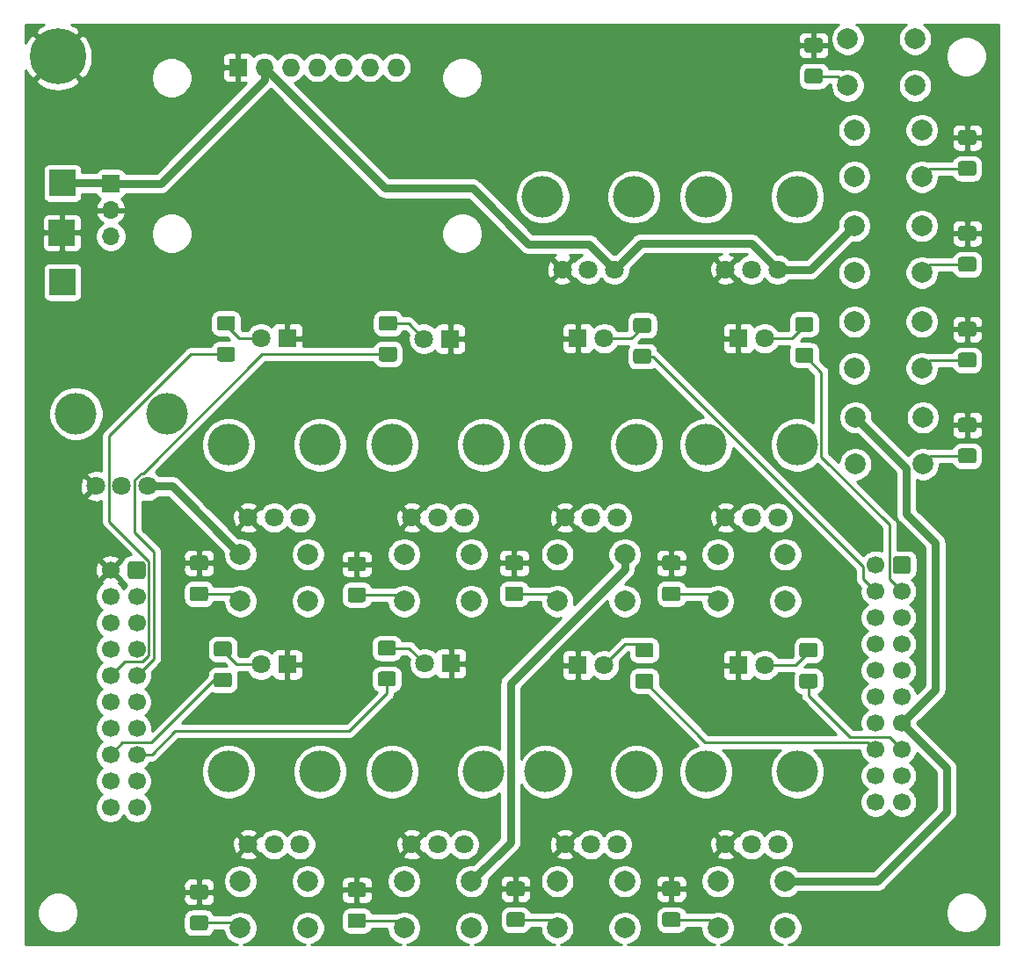
<source format=gbr>
%TF.GenerationSoftware,KiCad,Pcbnew,(5.1.6-0-10_14)*%
%TF.CreationDate,2020-08-30T22:56:52+02:00*%
%TF.ProjectId,sequencer-pcb,73657175-656e-4636-9572-2d7063622e6b,rev?*%
%TF.SameCoordinates,Original*%
%TF.FileFunction,Copper,L2,Bot*%
%TF.FilePolarity,Positive*%
%FSLAX46Y46*%
G04 Gerber Fmt 4.6, Leading zero omitted, Abs format (unit mm)*
G04 Created by KiCad (PCBNEW (5.1.6-0-10_14)) date 2020-08-30 22:56:52*
%MOMM*%
%LPD*%
G01*
G04 APERTURE LIST*
%TA.AperFunction,ComponentPad*%
%ADD10C,1.800000*%
%TD*%
%TA.AperFunction,WasherPad*%
%ADD11C,4.000000*%
%TD*%
%TA.AperFunction,ComponentPad*%
%ADD12R,2.500000X2.500000*%
%TD*%
%TA.AperFunction,ComponentPad*%
%ADD13O,1.700000X1.700000*%
%TD*%
%TA.AperFunction,ComponentPad*%
%ADD14R,1.700000X1.700000*%
%TD*%
%TA.AperFunction,ComponentPad*%
%ADD15C,1.700000*%
%TD*%
%TA.AperFunction,ComponentPad*%
%ADD16O,1.727200X1.727200*%
%TD*%
%TA.AperFunction,ComponentPad*%
%ADD17R,1.727200X1.727200*%
%TD*%
%TA.AperFunction,ComponentPad*%
%ADD18C,2.000000*%
%TD*%
%TA.AperFunction,ComponentPad*%
%ADD19C,5.400000*%
%TD*%
%TA.AperFunction,ComponentPad*%
%ADD20R,1.800000X1.800000*%
%TD*%
%TA.AperFunction,Conductor*%
%ADD21C,0.250000*%
%TD*%
%TA.AperFunction,Conductor*%
%ADD22C,0.800000*%
%TD*%
%TA.AperFunction,Conductor*%
%ADD23C,0.254000*%
%TD*%
G04 APERTURE END LIST*
%TO.P,R22,2*%
%TO.N,SSW4*%
%TA.AperFunction,SMDPad,CuDef*%
G36*
G01*
X187475000Y-82041666D02*
X188725000Y-82041666D01*
G75*
G02*
X188975000Y-82291666I0J-250000D01*
G01*
X188975000Y-83216666D01*
G75*
G02*
X188725000Y-83466666I-250000J0D01*
G01*
X187475000Y-83466666D01*
G75*
G02*
X187225000Y-83216666I0J250000D01*
G01*
X187225000Y-82291666D01*
G75*
G02*
X187475000Y-82041666I250000J0D01*
G01*
G37*
%TD.AperFunction*%
%TO.P,R22,1*%
%TO.N,GND*%
%TA.AperFunction,SMDPad,CuDef*%
G36*
G01*
X187475000Y-79066666D02*
X188725000Y-79066666D01*
G75*
G02*
X188975000Y-79316666I0J-250000D01*
G01*
X188975000Y-80241666D01*
G75*
G02*
X188725000Y-80491666I-250000J0D01*
G01*
X187475000Y-80491666D01*
G75*
G02*
X187225000Y-80241666I0J250000D01*
G01*
X187225000Y-79316666D01*
G75*
G02*
X187475000Y-79066666I250000J0D01*
G01*
G37*
%TD.AperFunction*%
%TD*%
%TO.P,R21,2*%
%TO.N,SSW3*%
%TA.AperFunction,SMDPad,CuDef*%
G36*
G01*
X187475000Y-72808333D02*
X188725000Y-72808333D01*
G75*
G02*
X188975000Y-73058333I0J-250000D01*
G01*
X188975000Y-73983333D01*
G75*
G02*
X188725000Y-74233333I-250000J0D01*
G01*
X187475000Y-74233333D01*
G75*
G02*
X187225000Y-73983333I0J250000D01*
G01*
X187225000Y-73058333D01*
G75*
G02*
X187475000Y-72808333I250000J0D01*
G01*
G37*
%TD.AperFunction*%
%TO.P,R21,1*%
%TO.N,GND*%
%TA.AperFunction,SMDPad,CuDef*%
G36*
G01*
X187475000Y-69833333D02*
X188725000Y-69833333D01*
G75*
G02*
X188975000Y-70083333I0J-250000D01*
G01*
X188975000Y-71008333D01*
G75*
G02*
X188725000Y-71258333I-250000J0D01*
G01*
X187475000Y-71258333D01*
G75*
G02*
X187225000Y-71008333I0J250000D01*
G01*
X187225000Y-70083333D01*
G75*
G02*
X187475000Y-69833333I250000J0D01*
G01*
G37*
%TD.AperFunction*%
%TD*%
%TO.P,R20,2*%
%TO.N,SSW2*%
%TA.AperFunction,SMDPad,CuDef*%
G36*
G01*
X172675000Y-54675000D02*
X173925000Y-54675000D01*
G75*
G02*
X174175000Y-54925000I0J-250000D01*
G01*
X174175000Y-55850000D01*
G75*
G02*
X173925000Y-56100000I-250000J0D01*
G01*
X172675000Y-56100000D01*
G75*
G02*
X172425000Y-55850000I0J250000D01*
G01*
X172425000Y-54925000D01*
G75*
G02*
X172675000Y-54675000I250000J0D01*
G01*
G37*
%TD.AperFunction*%
%TO.P,R20,1*%
%TO.N,GND*%
%TA.AperFunction,SMDPad,CuDef*%
G36*
G01*
X172675000Y-51700000D02*
X173925000Y-51700000D01*
G75*
G02*
X174175000Y-51950000I0J-250000D01*
G01*
X174175000Y-52875000D01*
G75*
G02*
X173925000Y-53125000I-250000J0D01*
G01*
X172675000Y-53125000D01*
G75*
G02*
X172425000Y-52875000I0J250000D01*
G01*
X172425000Y-51950000D01*
G75*
G02*
X172675000Y-51700000I250000J0D01*
G01*
G37*
%TD.AperFunction*%
%TD*%
%TO.P,R19,2*%
%TO.N,GND*%
%TA.AperFunction,SMDPad,CuDef*%
G36*
G01*
X188725000Y-62025000D02*
X187475000Y-62025000D01*
G75*
G02*
X187225000Y-61775000I0J250000D01*
G01*
X187225000Y-60850000D01*
G75*
G02*
X187475000Y-60600000I250000J0D01*
G01*
X188725000Y-60600000D01*
G75*
G02*
X188975000Y-60850000I0J-250000D01*
G01*
X188975000Y-61775000D01*
G75*
G02*
X188725000Y-62025000I-250000J0D01*
G01*
G37*
%TD.AperFunction*%
%TO.P,R19,1*%
%TO.N,SSW5*%
%TA.AperFunction,SMDPad,CuDef*%
G36*
G01*
X188725000Y-65000000D02*
X187475000Y-65000000D01*
G75*
G02*
X187225000Y-64750000I0J250000D01*
G01*
X187225000Y-63825000D01*
G75*
G02*
X187475000Y-63575000I250000J0D01*
G01*
X188725000Y-63575000D01*
G75*
G02*
X188975000Y-63825000I0J-250000D01*
G01*
X188975000Y-64750000D01*
G75*
G02*
X188725000Y-65000000I-250000J0D01*
G01*
G37*
%TD.AperFunction*%
%TD*%
%TO.P,R18,2*%
%TO.N,SSW1*%
%TA.AperFunction,SMDPad,CuDef*%
G36*
G01*
X187475000Y-91275000D02*
X188725000Y-91275000D01*
G75*
G02*
X188975000Y-91525000I0J-250000D01*
G01*
X188975000Y-92450000D01*
G75*
G02*
X188725000Y-92700000I-250000J0D01*
G01*
X187475000Y-92700000D01*
G75*
G02*
X187225000Y-92450000I0J250000D01*
G01*
X187225000Y-91525000D01*
G75*
G02*
X187475000Y-91275000I250000J0D01*
G01*
G37*
%TD.AperFunction*%
%TO.P,R18,1*%
%TO.N,GND*%
%TA.AperFunction,SMDPad,CuDef*%
G36*
G01*
X187475000Y-88300000D02*
X188725000Y-88300000D01*
G75*
G02*
X188975000Y-88550000I0J-250000D01*
G01*
X188975000Y-89475000D01*
G75*
G02*
X188725000Y-89725000I-250000J0D01*
G01*
X187475000Y-89725000D01*
G75*
G02*
X187225000Y-89475000I0J250000D01*
G01*
X187225000Y-88550000D01*
G75*
G02*
X187475000Y-88300000I250000J0D01*
G01*
G37*
%TD.AperFunction*%
%TD*%
%TO.P,R17,2*%
%TO.N,GND*%
%TA.AperFunction,SMDPad,CuDef*%
G36*
G01*
X160225000Y-134425000D02*
X158975000Y-134425000D01*
G75*
G02*
X158725000Y-134175000I0J250000D01*
G01*
X158725000Y-133250000D01*
G75*
G02*
X158975000Y-133000000I250000J0D01*
G01*
X160225000Y-133000000D01*
G75*
G02*
X160475000Y-133250000I0J-250000D01*
G01*
X160475000Y-134175000D01*
G75*
G02*
X160225000Y-134425000I-250000J0D01*
G01*
G37*
%TD.AperFunction*%
%TO.P,R17,1*%
%TO.N,B8*%
%TA.AperFunction,SMDPad,CuDef*%
G36*
G01*
X160225000Y-137400000D02*
X158975000Y-137400000D01*
G75*
G02*
X158725000Y-137150000I0J250000D01*
G01*
X158725000Y-136225000D01*
G75*
G02*
X158975000Y-135975000I250000J0D01*
G01*
X160225000Y-135975000D01*
G75*
G02*
X160475000Y-136225000I0J-250000D01*
G01*
X160475000Y-137150000D01*
G75*
G02*
X160225000Y-137400000I-250000J0D01*
G01*
G37*
%TD.AperFunction*%
%TD*%
%TO.P,R16,2*%
%TO.N,B7*%
%TA.AperFunction,SMDPad,CuDef*%
G36*
G01*
X143975000Y-135975000D02*
X145225000Y-135975000D01*
G75*
G02*
X145475000Y-136225000I0J-250000D01*
G01*
X145475000Y-137150000D01*
G75*
G02*
X145225000Y-137400000I-250000J0D01*
G01*
X143975000Y-137400000D01*
G75*
G02*
X143725000Y-137150000I0J250000D01*
G01*
X143725000Y-136225000D01*
G75*
G02*
X143975000Y-135975000I250000J0D01*
G01*
G37*
%TD.AperFunction*%
%TO.P,R16,1*%
%TO.N,GND*%
%TA.AperFunction,SMDPad,CuDef*%
G36*
G01*
X143975000Y-133000000D02*
X145225000Y-133000000D01*
G75*
G02*
X145475000Y-133250000I0J-250000D01*
G01*
X145475000Y-134175000D01*
G75*
G02*
X145225000Y-134425000I-250000J0D01*
G01*
X143975000Y-134425000D01*
G75*
G02*
X143725000Y-134175000I0J250000D01*
G01*
X143725000Y-133250000D01*
G75*
G02*
X143975000Y-133000000I250000J0D01*
G01*
G37*
%TD.AperFunction*%
%TD*%
%TO.P,R15,2*%
%TO.N,L8*%
%TA.AperFunction,SMDPad,CuDef*%
G36*
G01*
X172175000Y-112975000D02*
X173425000Y-112975000D01*
G75*
G02*
X173675000Y-113225000I0J-250000D01*
G01*
X173675000Y-114150000D01*
G75*
G02*
X173425000Y-114400000I-250000J0D01*
G01*
X172175000Y-114400000D01*
G75*
G02*
X171925000Y-114150000I0J250000D01*
G01*
X171925000Y-113225000D01*
G75*
G02*
X172175000Y-112975000I250000J0D01*
G01*
G37*
%TD.AperFunction*%
%TO.P,R15,1*%
%TO.N,Net-(D8-Pad2)*%
%TA.AperFunction,SMDPad,CuDef*%
G36*
G01*
X172175000Y-110000000D02*
X173425000Y-110000000D01*
G75*
G02*
X173675000Y-110250000I0J-250000D01*
G01*
X173675000Y-111175000D01*
G75*
G02*
X173425000Y-111425000I-250000J0D01*
G01*
X172175000Y-111425000D01*
G75*
G02*
X171925000Y-111175000I0J250000D01*
G01*
X171925000Y-110250000D01*
G75*
G02*
X172175000Y-110000000I250000J0D01*
G01*
G37*
%TD.AperFunction*%
%TD*%
%TO.P,R14,2*%
%TO.N,Net-(D7-Pad2)*%
%TA.AperFunction,SMDPad,CuDef*%
G36*
G01*
X157625000Y-111425000D02*
X156375000Y-111425000D01*
G75*
G02*
X156125000Y-111175000I0J250000D01*
G01*
X156125000Y-110250000D01*
G75*
G02*
X156375000Y-110000000I250000J0D01*
G01*
X157625000Y-110000000D01*
G75*
G02*
X157875000Y-110250000I0J-250000D01*
G01*
X157875000Y-111175000D01*
G75*
G02*
X157625000Y-111425000I-250000J0D01*
G01*
G37*
%TD.AperFunction*%
%TO.P,R14,1*%
%TO.N,L7*%
%TA.AperFunction,SMDPad,CuDef*%
G36*
G01*
X157625000Y-114400000D02*
X156375000Y-114400000D01*
G75*
G02*
X156125000Y-114150000I0J250000D01*
G01*
X156125000Y-113225000D01*
G75*
G02*
X156375000Y-112975000I250000J0D01*
G01*
X157625000Y-112975000D01*
G75*
G02*
X157875000Y-113225000I0J-250000D01*
G01*
X157875000Y-114150000D01*
G75*
G02*
X157625000Y-114400000I-250000J0D01*
G01*
G37*
%TD.AperFunction*%
%TD*%
%TO.P,R13,2*%
%TO.N,GND*%
%TA.AperFunction,SMDPad,CuDef*%
G36*
G01*
X129925000Y-134525000D02*
X128675000Y-134525000D01*
G75*
G02*
X128425000Y-134275000I0J250000D01*
G01*
X128425000Y-133350000D01*
G75*
G02*
X128675000Y-133100000I250000J0D01*
G01*
X129925000Y-133100000D01*
G75*
G02*
X130175000Y-133350000I0J-250000D01*
G01*
X130175000Y-134275000D01*
G75*
G02*
X129925000Y-134525000I-250000J0D01*
G01*
G37*
%TD.AperFunction*%
%TO.P,R13,1*%
%TO.N,B6*%
%TA.AperFunction,SMDPad,CuDef*%
G36*
G01*
X129925000Y-137500000D02*
X128675000Y-137500000D01*
G75*
G02*
X128425000Y-137250000I0J250000D01*
G01*
X128425000Y-136325000D01*
G75*
G02*
X128675000Y-136075000I250000J0D01*
G01*
X129925000Y-136075000D01*
G75*
G02*
X130175000Y-136325000I0J-250000D01*
G01*
X130175000Y-137250000D01*
G75*
G02*
X129925000Y-137500000I-250000J0D01*
G01*
G37*
%TD.AperFunction*%
%TD*%
%TO.P,R12,2*%
%TO.N,B5*%
%TA.AperFunction,SMDPad,CuDef*%
G36*
G01*
X113475000Y-136275000D02*
X114725000Y-136275000D01*
G75*
G02*
X114975000Y-136525000I0J-250000D01*
G01*
X114975000Y-137450000D01*
G75*
G02*
X114725000Y-137700000I-250000J0D01*
G01*
X113475000Y-137700000D01*
G75*
G02*
X113225000Y-137450000I0J250000D01*
G01*
X113225000Y-136525000D01*
G75*
G02*
X113475000Y-136275000I250000J0D01*
G01*
G37*
%TD.AperFunction*%
%TO.P,R12,1*%
%TO.N,GND*%
%TA.AperFunction,SMDPad,CuDef*%
G36*
G01*
X113475000Y-133300000D02*
X114725000Y-133300000D01*
G75*
G02*
X114975000Y-133550000I0J-250000D01*
G01*
X114975000Y-134475000D01*
G75*
G02*
X114725000Y-134725000I-250000J0D01*
G01*
X113475000Y-134725000D01*
G75*
G02*
X113225000Y-134475000I0J250000D01*
G01*
X113225000Y-133550000D01*
G75*
G02*
X113475000Y-133300000I250000J0D01*
G01*
G37*
%TD.AperFunction*%
%TD*%
%TO.P,R11,2*%
%TO.N,L6*%
%TA.AperFunction,SMDPad,CuDef*%
G36*
G01*
X131575000Y-112775000D02*
X132825000Y-112775000D01*
G75*
G02*
X133075000Y-113025000I0J-250000D01*
G01*
X133075000Y-113950000D01*
G75*
G02*
X132825000Y-114200000I-250000J0D01*
G01*
X131575000Y-114200000D01*
G75*
G02*
X131325000Y-113950000I0J250000D01*
G01*
X131325000Y-113025000D01*
G75*
G02*
X131575000Y-112775000I250000J0D01*
G01*
G37*
%TD.AperFunction*%
%TO.P,R11,1*%
%TO.N,Net-(D6-Pad2)*%
%TA.AperFunction,SMDPad,CuDef*%
G36*
G01*
X131575000Y-109800000D02*
X132825000Y-109800000D01*
G75*
G02*
X133075000Y-110050000I0J-250000D01*
G01*
X133075000Y-110975000D01*
G75*
G02*
X132825000Y-111225000I-250000J0D01*
G01*
X131575000Y-111225000D01*
G75*
G02*
X131325000Y-110975000I0J250000D01*
G01*
X131325000Y-110050000D01*
G75*
G02*
X131575000Y-109800000I250000J0D01*
G01*
G37*
%TD.AperFunction*%
%TD*%
%TO.P,R10,2*%
%TO.N,Net-(D5-Pad2)*%
%TA.AperFunction,SMDPad,CuDef*%
G36*
G01*
X117025000Y-111325000D02*
X115775000Y-111325000D01*
G75*
G02*
X115525000Y-111075000I0J250000D01*
G01*
X115525000Y-110150000D01*
G75*
G02*
X115775000Y-109900000I250000J0D01*
G01*
X117025000Y-109900000D01*
G75*
G02*
X117275000Y-110150000I0J-250000D01*
G01*
X117275000Y-111075000D01*
G75*
G02*
X117025000Y-111325000I-250000J0D01*
G01*
G37*
%TD.AperFunction*%
%TO.P,R10,1*%
%TO.N,L5*%
%TA.AperFunction,SMDPad,CuDef*%
G36*
G01*
X117025000Y-114300000D02*
X115775000Y-114300000D01*
G75*
G02*
X115525000Y-114050000I0J250000D01*
G01*
X115525000Y-113125000D01*
G75*
G02*
X115775000Y-112875000I250000J0D01*
G01*
X117025000Y-112875000D01*
G75*
G02*
X117275000Y-113125000I0J-250000D01*
G01*
X117275000Y-114050000D01*
G75*
G02*
X117025000Y-114300000I-250000J0D01*
G01*
G37*
%TD.AperFunction*%
%TD*%
%TO.P,R8,2*%
%TO.N,GND*%
%TA.AperFunction,SMDPad,CuDef*%
G36*
G01*
X160225000Y-103025000D02*
X158975000Y-103025000D01*
G75*
G02*
X158725000Y-102775000I0J250000D01*
G01*
X158725000Y-101850000D01*
G75*
G02*
X158975000Y-101600000I250000J0D01*
G01*
X160225000Y-101600000D01*
G75*
G02*
X160475000Y-101850000I0J-250000D01*
G01*
X160475000Y-102775000D01*
G75*
G02*
X160225000Y-103025000I-250000J0D01*
G01*
G37*
%TD.AperFunction*%
%TO.P,R8,1*%
%TO.N,B4*%
%TA.AperFunction,SMDPad,CuDef*%
G36*
G01*
X160225000Y-106000000D02*
X158975000Y-106000000D01*
G75*
G02*
X158725000Y-105750000I0J250000D01*
G01*
X158725000Y-104825000D01*
G75*
G02*
X158975000Y-104575000I250000J0D01*
G01*
X160225000Y-104575000D01*
G75*
G02*
X160475000Y-104825000I0J-250000D01*
G01*
X160475000Y-105750000D01*
G75*
G02*
X160225000Y-106000000I-250000J0D01*
G01*
G37*
%TD.AperFunction*%
%TD*%
%TO.P,R7,2*%
%TO.N,B3*%
%TA.AperFunction,SMDPad,CuDef*%
G36*
G01*
X143833000Y-104575000D02*
X145083000Y-104575000D01*
G75*
G02*
X145333000Y-104825000I0J-250000D01*
G01*
X145333000Y-105750000D01*
G75*
G02*
X145083000Y-106000000I-250000J0D01*
G01*
X143833000Y-106000000D01*
G75*
G02*
X143583000Y-105750000I0J250000D01*
G01*
X143583000Y-104825000D01*
G75*
G02*
X143833000Y-104575000I250000J0D01*
G01*
G37*
%TD.AperFunction*%
%TO.P,R7,1*%
%TO.N,GND*%
%TA.AperFunction,SMDPad,CuDef*%
G36*
G01*
X143833000Y-101600000D02*
X145083000Y-101600000D01*
G75*
G02*
X145333000Y-101850000I0J-250000D01*
G01*
X145333000Y-102775000D01*
G75*
G02*
X145083000Y-103025000I-250000J0D01*
G01*
X143833000Y-103025000D01*
G75*
G02*
X143583000Y-102775000I0J250000D01*
G01*
X143583000Y-101850000D01*
G75*
G02*
X143833000Y-101600000I250000J0D01*
G01*
G37*
%TD.AperFunction*%
%TD*%
%TO.P,R6,2*%
%TO.N,L4*%
%TA.AperFunction,SMDPad,CuDef*%
G36*
G01*
X171775000Y-81575000D02*
X173025000Y-81575000D01*
G75*
G02*
X173275000Y-81825000I0J-250000D01*
G01*
X173275000Y-82750000D01*
G75*
G02*
X173025000Y-83000000I-250000J0D01*
G01*
X171775000Y-83000000D01*
G75*
G02*
X171525000Y-82750000I0J250000D01*
G01*
X171525000Y-81825000D01*
G75*
G02*
X171775000Y-81575000I250000J0D01*
G01*
G37*
%TD.AperFunction*%
%TO.P,R6,1*%
%TO.N,Net-(D4-Pad2)*%
%TA.AperFunction,SMDPad,CuDef*%
G36*
G01*
X171775000Y-78600000D02*
X173025000Y-78600000D01*
G75*
G02*
X173275000Y-78850000I0J-250000D01*
G01*
X173275000Y-79775000D01*
G75*
G02*
X173025000Y-80025000I-250000J0D01*
G01*
X171775000Y-80025000D01*
G75*
G02*
X171525000Y-79775000I0J250000D01*
G01*
X171525000Y-78850000D01*
G75*
G02*
X171775000Y-78600000I250000J0D01*
G01*
G37*
%TD.AperFunction*%
%TD*%
%TO.P,R5,2*%
%TO.N,Net-(D3-Pad2)*%
%TA.AperFunction,SMDPad,CuDef*%
G36*
G01*
X157425000Y-80125000D02*
X156175000Y-80125000D01*
G75*
G02*
X155925000Y-79875000I0J250000D01*
G01*
X155925000Y-78950000D01*
G75*
G02*
X156175000Y-78700000I250000J0D01*
G01*
X157425000Y-78700000D01*
G75*
G02*
X157675000Y-78950000I0J-250000D01*
G01*
X157675000Y-79875000D01*
G75*
G02*
X157425000Y-80125000I-250000J0D01*
G01*
G37*
%TD.AperFunction*%
%TO.P,R5,1*%
%TO.N,L3*%
%TA.AperFunction,SMDPad,CuDef*%
G36*
G01*
X157425000Y-83100000D02*
X156175000Y-83100000D01*
G75*
G02*
X155925000Y-82850000I0J250000D01*
G01*
X155925000Y-81925000D01*
G75*
G02*
X156175000Y-81675000I250000J0D01*
G01*
X157425000Y-81675000D01*
G75*
G02*
X157675000Y-81925000I0J-250000D01*
G01*
X157675000Y-82850000D01*
G75*
G02*
X157425000Y-83100000I-250000J0D01*
G01*
G37*
%TD.AperFunction*%
%TD*%
%TO.P,R4,2*%
%TO.N,GND*%
%TA.AperFunction,SMDPad,CuDef*%
G36*
G01*
X129925000Y-103125000D02*
X128675000Y-103125000D01*
G75*
G02*
X128425000Y-102875000I0J250000D01*
G01*
X128425000Y-101950000D01*
G75*
G02*
X128675000Y-101700000I250000J0D01*
G01*
X129925000Y-101700000D01*
G75*
G02*
X130175000Y-101950000I0J-250000D01*
G01*
X130175000Y-102875000D01*
G75*
G02*
X129925000Y-103125000I-250000J0D01*
G01*
G37*
%TD.AperFunction*%
%TO.P,R4,1*%
%TO.N,B2*%
%TA.AperFunction,SMDPad,CuDef*%
G36*
G01*
X129925000Y-106100000D02*
X128675000Y-106100000D01*
G75*
G02*
X128425000Y-105850000I0J250000D01*
G01*
X128425000Y-104925000D01*
G75*
G02*
X128675000Y-104675000I250000J0D01*
G01*
X129925000Y-104675000D01*
G75*
G02*
X130175000Y-104925000I0J-250000D01*
G01*
X130175000Y-105850000D01*
G75*
G02*
X129925000Y-106100000I-250000J0D01*
G01*
G37*
%TD.AperFunction*%
%TD*%
%TO.P,R3,2*%
%TO.N,B1*%
%TA.AperFunction,SMDPad,CuDef*%
G36*
G01*
X113475000Y-104575000D02*
X114725000Y-104575000D01*
G75*
G02*
X114975000Y-104825000I0J-250000D01*
G01*
X114975000Y-105750000D01*
G75*
G02*
X114725000Y-106000000I-250000J0D01*
G01*
X113475000Y-106000000D01*
G75*
G02*
X113225000Y-105750000I0J250000D01*
G01*
X113225000Y-104825000D01*
G75*
G02*
X113475000Y-104575000I250000J0D01*
G01*
G37*
%TD.AperFunction*%
%TO.P,R3,1*%
%TO.N,GND*%
%TA.AperFunction,SMDPad,CuDef*%
G36*
G01*
X113475000Y-101600000D02*
X114725000Y-101600000D01*
G75*
G02*
X114975000Y-101850000I0J-250000D01*
G01*
X114975000Y-102775000D01*
G75*
G02*
X114725000Y-103025000I-250000J0D01*
G01*
X113475000Y-103025000D01*
G75*
G02*
X113225000Y-102775000I0J250000D01*
G01*
X113225000Y-101850000D01*
G75*
G02*
X113475000Y-101600000I250000J0D01*
G01*
G37*
%TD.AperFunction*%
%TD*%
%TO.P,R2,2*%
%TO.N,L2*%
%TA.AperFunction,SMDPad,CuDef*%
G36*
G01*
X131675000Y-81475000D02*
X132925000Y-81475000D01*
G75*
G02*
X133175000Y-81725000I0J-250000D01*
G01*
X133175000Y-82650000D01*
G75*
G02*
X132925000Y-82900000I-250000J0D01*
G01*
X131675000Y-82900000D01*
G75*
G02*
X131425000Y-82650000I0J250000D01*
G01*
X131425000Y-81725000D01*
G75*
G02*
X131675000Y-81475000I250000J0D01*
G01*
G37*
%TD.AperFunction*%
%TO.P,R2,1*%
%TO.N,Net-(D2-Pad2)*%
%TA.AperFunction,SMDPad,CuDef*%
G36*
G01*
X131675000Y-78500000D02*
X132925000Y-78500000D01*
G75*
G02*
X133175000Y-78750000I0J-250000D01*
G01*
X133175000Y-79675000D01*
G75*
G02*
X132925000Y-79925000I-250000J0D01*
G01*
X131675000Y-79925000D01*
G75*
G02*
X131425000Y-79675000I0J250000D01*
G01*
X131425000Y-78750000D01*
G75*
G02*
X131675000Y-78500000I250000J0D01*
G01*
G37*
%TD.AperFunction*%
%TD*%
%TO.P,R1,2*%
%TO.N,Net-(D1-Pad2)*%
%TA.AperFunction,SMDPad,CuDef*%
G36*
G01*
X117325000Y-79925000D02*
X116075000Y-79925000D01*
G75*
G02*
X115825000Y-79675000I0J250000D01*
G01*
X115825000Y-78750000D01*
G75*
G02*
X116075000Y-78500000I250000J0D01*
G01*
X117325000Y-78500000D01*
G75*
G02*
X117575000Y-78750000I0J-250000D01*
G01*
X117575000Y-79675000D01*
G75*
G02*
X117325000Y-79925000I-250000J0D01*
G01*
G37*
%TD.AperFunction*%
%TO.P,R1,1*%
%TO.N,L1*%
%TA.AperFunction,SMDPad,CuDef*%
G36*
G01*
X117325000Y-82900000D02*
X116075000Y-82900000D01*
G75*
G02*
X115825000Y-82650000I0J250000D01*
G01*
X115825000Y-81725000D01*
G75*
G02*
X116075000Y-81475000I250000J0D01*
G01*
X117325000Y-81475000D01*
G75*
G02*
X117575000Y-81725000I0J-250000D01*
G01*
X117575000Y-82650000D01*
G75*
G02*
X117325000Y-82900000I-250000J0D01*
G01*
G37*
%TD.AperFunction*%
%TD*%
D10*
%TO.P,SP3,3*%
%TO.N,GND*%
X104150000Y-94900000D03*
%TO.P,SP3,2*%
%TO.N,SP3*%
X106650000Y-94900000D03*
%TO.P,SP3,1*%
%TO.N,+3V3*%
X109150000Y-94900000D03*
D11*
%TO.P,SP3,*%
%TO.N,*%
X102250000Y-87900000D03*
X111050000Y-87900000D03*
%TD*%
D10*
%TO.P,SP2,3*%
%TO.N,GND*%
X164823000Y-74026000D03*
%TO.P,SP2,2*%
%TO.N,SP2*%
X167323000Y-74026000D03*
%TO.P,SP2,1*%
%TO.N,+3V3*%
X169823000Y-74026000D03*
D11*
%TO.P,SP2,*%
%TO.N,*%
X162923000Y-67026000D03*
X171723000Y-67026000D03*
%TD*%
D10*
%TO.P,SP1,3*%
%TO.N,GND*%
X149110000Y-74026000D03*
%TO.P,SP1,2*%
%TO.N,SP1*%
X151610000Y-74026000D03*
%TO.P,SP1,1*%
%TO.N,+3V3*%
X154110000Y-74026000D03*
D11*
%TO.P,SP1,*%
%TO.N,*%
X147210000Y-67026000D03*
X156010000Y-67026000D03*
%TD*%
D10*
%TO.P,RV8,3*%
%TO.N,GND*%
X164823000Y-129426000D03*
%TO.P,RV8,2*%
%TO.N,R8*%
X167323000Y-129426000D03*
%TO.P,RV8,1*%
%TO.N,+5V*%
X169823000Y-129426000D03*
D11*
%TO.P,RV8,*%
%TO.N,*%
X162923000Y-122426000D03*
X171723000Y-122426000D03*
%TD*%
D10*
%TO.P,RV7,3*%
%TO.N,GND*%
X149364000Y-129426000D03*
%TO.P,RV7,2*%
%TO.N,R7*%
X151864000Y-129426000D03*
%TO.P,RV7,1*%
%TO.N,+5V*%
X154364000Y-129426000D03*
D11*
%TO.P,RV7,*%
%TO.N,*%
X147464000Y-122426000D03*
X156264000Y-122426000D03*
%TD*%
D10*
%TO.P,RV6,3*%
%TO.N,GND*%
X134597000Y-129426000D03*
%TO.P,RV6,2*%
%TO.N,R6*%
X137097000Y-129426000D03*
%TO.P,RV6,1*%
%TO.N,+5V*%
X139597000Y-129426000D03*
D11*
%TO.P,RV6,*%
%TO.N,*%
X132697000Y-122426000D03*
X141497000Y-122426000D03*
%TD*%
D10*
%TO.P,RV5,3*%
%TO.N,GND*%
X118838000Y-129426000D03*
%TO.P,RV5,2*%
%TO.N,R5*%
X121338000Y-129426000D03*
%TO.P,RV5,1*%
%TO.N,+5V*%
X123838000Y-129426000D03*
D11*
%TO.P,RV5,*%
%TO.N,*%
X116938000Y-122426000D03*
X125738000Y-122426000D03*
%TD*%
D10*
%TO.P,RV4,3*%
%TO.N,GND*%
X164823000Y-97930000D03*
%TO.P,RV4,2*%
%TO.N,R4*%
X167323000Y-97930000D03*
%TO.P,RV4,1*%
%TO.N,+5V*%
X169823000Y-97930000D03*
D11*
%TO.P,RV4,*%
%TO.N,*%
X162923000Y-90930000D03*
X171723000Y-90930000D03*
%TD*%
D10*
%TO.P,RV3,3*%
%TO.N,GND*%
X149364000Y-97930000D03*
%TO.P,RV3,2*%
%TO.N,R3*%
X151864000Y-97930000D03*
%TO.P,RV3,1*%
%TO.N,+5V*%
X154364000Y-97930000D03*
D11*
%TO.P,RV3,*%
%TO.N,*%
X147464000Y-90930000D03*
X156264000Y-90930000D03*
%TD*%
D10*
%TO.P,RV2,3*%
%TO.N,GND*%
X134597000Y-97930000D03*
%TO.P,RV2,2*%
%TO.N,R2*%
X137097000Y-97930000D03*
%TO.P,RV2,1*%
%TO.N,+5V*%
X139597000Y-97930000D03*
D11*
%TO.P,RV2,*%
%TO.N,*%
X132697000Y-90930000D03*
X141497000Y-90930000D03*
%TD*%
D10*
%TO.P,RV1,3*%
%TO.N,GND*%
X118838000Y-97930000D03*
%TO.P,RV1,2*%
%TO.N,R1*%
X121338000Y-97930000D03*
%TO.P,RV1,1*%
%TO.N,+5V*%
X123838000Y-97930000D03*
D11*
%TO.P,RV1,*%
%TO.N,*%
X116938000Y-90930000D03*
X125738000Y-90930000D03*
%TD*%
D12*
%TO.P,+5V,1*%
%TO.N,+5V*%
X100950000Y-75250000D03*
%TD*%
%TO.P,GND,1*%
%TO.N,GND*%
X100900000Y-70475000D03*
%TD*%
%TO.P,+3V3,1*%
%TO.N,+3V3*%
X100950000Y-65700000D03*
%TD*%
D13*
%TO.P,PWR,3*%
%TO.N,+5V*%
X105600000Y-70830000D03*
%TO.P,PWR,2*%
%TO.N,GND*%
X105600000Y-68290000D03*
D14*
%TO.P,PWR,1*%
%TO.N,+3V3*%
X105600000Y-65750000D03*
%TD*%
D15*
%TO.P,J2,20*%
%TO.N,B5*%
X105560000Y-125860000D03*
%TO.P,J2,18*%
%TO.N,R5*%
X105560000Y-123320000D03*
%TO.P,J2,16*%
%TO.N,L5*%
X105560000Y-120780000D03*
%TO.P,J2,14*%
%TO.N,B1*%
X105560000Y-118240000D03*
%TO.P,J2,12*%
%TO.N,R1*%
X105560000Y-115700000D03*
%TO.P,J2,10*%
%TO.N,L1*%
X105560000Y-113160000D03*
%TO.P,J2,8*%
%TO.N,CS*%
X105560000Y-110620000D03*
%TO.P,J2,6*%
%TO.N,RES*%
X105560000Y-108080000D03*
%TO.P,J2,4*%
%TO.N,+5V*%
X105560000Y-105540000D03*
%TO.P,J2,2*%
%TO.N,GND*%
X105560000Y-103000000D03*
%TO.P,J2,19*%
%TO.N,B6*%
X108100000Y-125860000D03*
%TO.P,J2,17*%
%TO.N,R6*%
X108100000Y-123320000D03*
%TO.P,J2,15*%
%TO.N,L6*%
X108100000Y-120780000D03*
%TO.P,J2,13*%
%TO.N,B2*%
X108100000Y-118240000D03*
%TO.P,J2,11*%
%TO.N,R2*%
X108100000Y-115700000D03*
%TO.P,J2,9*%
%TO.N,L2*%
X108100000Y-113160000D03*
%TO.P,J2,7*%
%TO.N,DC*%
X108100000Y-110620000D03*
%TO.P,J2,5*%
%TO.N,MOSI*%
X108100000Y-108080000D03*
%TO.P,J2,3*%
%TO.N,CLK*%
X108100000Y-105540000D03*
%TO.P,J2,1*%
%TO.N,SP3*%
%TA.AperFunction,ComponentPad*%
G36*
G01*
X108950000Y-102400000D02*
X108950000Y-103600000D01*
G75*
G02*
X108700000Y-103850000I-250000J0D01*
G01*
X107500000Y-103850000D01*
G75*
G02*
X107250000Y-103600000I0J250000D01*
G01*
X107250000Y-102400000D01*
G75*
G02*
X107500000Y-102150000I250000J0D01*
G01*
X108700000Y-102150000D01*
G75*
G02*
X108950000Y-102400000I0J-250000D01*
G01*
G37*
%TD.AperFunction*%
%TD*%
%TO.P,J1,1*%
%TO.N,SP2*%
%TA.AperFunction,ComponentPad*%
G36*
G01*
X182646000Y-101902000D02*
X182646000Y-103102000D01*
G75*
G02*
X182396000Y-103352000I-250000J0D01*
G01*
X181196000Y-103352000D01*
G75*
G02*
X180946000Y-103102000I0J250000D01*
G01*
X180946000Y-101902000D01*
G75*
G02*
X181196000Y-101652000I250000J0D01*
G01*
X182396000Y-101652000D01*
G75*
G02*
X182646000Y-101902000I0J-250000D01*
G01*
G37*
%TD.AperFunction*%
%TO.P,J1,3*%
%TO.N,L4*%
X181796000Y-105042000D03*
%TO.P,J1,5*%
%TO.N,R4*%
X181796000Y-107582000D03*
%TO.P,J1,7*%
%TO.N,B4*%
X181796000Y-110122000D03*
%TO.P,J1,9*%
%TO.N,SSW4*%
X181796000Y-112662000D03*
%TO.P,J1,11*%
%TO.N,SSW5*%
X181796000Y-115202000D03*
%TO.P,J1,13*%
%TO.N,+3V3*%
X181796000Y-117742000D03*
%TO.P,J1,15*%
%TO.N,L8*%
X181796000Y-120282000D03*
%TO.P,J1,17*%
%TO.N,R8*%
X181796000Y-122822000D03*
%TO.P,J1,19*%
%TO.N,B8*%
X181796000Y-125362000D03*
%TO.P,J1,2*%
%TO.N,SP1*%
X179256000Y-102502000D03*
%TO.P,J1,4*%
%TO.N,L3*%
X179256000Y-105042000D03*
%TO.P,J1,6*%
%TO.N,R3*%
X179256000Y-107582000D03*
%TO.P,J1,8*%
%TO.N,B3*%
X179256000Y-110122000D03*
%TO.P,J1,10*%
%TO.N,SSW1*%
X179256000Y-112662000D03*
%TO.P,J1,12*%
%TO.N,SSW3*%
X179256000Y-115202000D03*
%TO.P,J1,14*%
%TO.N,SSW2*%
X179256000Y-117742000D03*
%TO.P,J1,16*%
%TO.N,L7*%
X179256000Y-120282000D03*
%TO.P,J1,18*%
%TO.N,R7*%
X179256000Y-122822000D03*
%TO.P,J1,20*%
%TO.N,B7*%
X179256000Y-125362000D03*
%TD*%
D16*
%TO.P,OLED Display,3*%
%TO.N,CLK*%
X122930000Y-54550000D03*
%TO.P,OLED Display,2*%
%TO.N,+3V3*%
X120390000Y-54550000D03*
%TO.P,OLED Display,4*%
%TO.N,MOSI*%
X125470000Y-54550000D03*
D17*
%TO.P,OLED Display,1*%
%TO.N,GND*%
X117850000Y-54550000D03*
D16*
%TO.P,OLED Display,6*%
%TO.N,DC*%
X130550000Y-54550000D03*
%TO.P,OLED Display,5*%
%TO.N,RES*%
X128010000Y-54550000D03*
%TO.P,OLED Display,7*%
%TO.N,CS*%
X133090000Y-54550000D03*
%TD*%
D18*
%TO.P,SSW5,2*%
%TO.N,+3V3*%
X183073000Y-51800000D03*
%TO.P,SSW5,1*%
%TO.N,SSW2*%
X183073000Y-56300000D03*
%TO.P,SSW5,2*%
%TO.N,+3V3*%
X176573000Y-51800000D03*
%TO.P,SSW5,1*%
%TO.N,SSW2*%
X176573000Y-56300000D03*
%TD*%
%TO.P,SSW1,1*%
%TO.N,+3V3*%
X183828000Y-88278000D03*
%TO.P,SSW1,2*%
%TO.N,SSW1*%
X183828000Y-92778000D03*
%TO.P,SSW1,1*%
%TO.N,+3V3*%
X177328000Y-88278000D03*
%TO.P,SSW1,2*%
%TO.N,SSW1*%
X177328000Y-92778000D03*
%TD*%
%TO.P,SSW3,1*%
%TO.N,+3V3*%
X183724000Y-69820666D03*
%TO.P,SSW3,2*%
%TO.N,SSW3*%
X183724000Y-74320666D03*
%TO.P,SSW3,1*%
%TO.N,+3V3*%
X177224000Y-69820666D03*
%TO.P,SSW3,2*%
%TO.N,SSW3*%
X177224000Y-74320666D03*
%TD*%
%TO.P,SSW2,1*%
%TO.N,+3V3*%
X183724000Y-79049332D03*
%TO.P,SSW2,2*%
%TO.N,SSW4*%
X183724000Y-83549332D03*
%TO.P,SSW2,1*%
%TO.N,+3V3*%
X177224000Y-79049332D03*
%TO.P,SSW2,2*%
%TO.N,SSW4*%
X177224000Y-83549332D03*
%TD*%
%TO.P,SSW4,1*%
%TO.N,+3V3*%
X183724000Y-60592000D03*
%TO.P,SSW4,2*%
%TO.N,SSW5*%
X183724000Y-65092000D03*
%TO.P,SSW4,1*%
%TO.N,+3V3*%
X177224000Y-60592000D03*
%TO.P,SSW4,2*%
%TO.N,SSW5*%
X177224000Y-65092000D03*
%TD*%
%TO.P,SW8,2*%
%TO.N,B8*%
X164073000Y-137482000D03*
%TO.P,SW8,1*%
%TO.N,+3V3*%
X164073000Y-132982000D03*
%TO.P,SW8,2*%
%TO.N,B8*%
X170573000Y-137482000D03*
%TO.P,SW8,1*%
%TO.N,+3V3*%
X170573000Y-132982000D03*
%TD*%
%TO.P,SW7,1*%
%TO.N,+3V3*%
X155114000Y-132982000D03*
%TO.P,SW7,2*%
%TO.N,B7*%
X155114000Y-137482000D03*
%TO.P,SW7,1*%
%TO.N,+3V3*%
X148614000Y-132982000D03*
%TO.P,SW7,2*%
%TO.N,B7*%
X148614000Y-137482000D03*
%TD*%
%TO.P,SW6,1*%
%TO.N,+3V3*%
X140347000Y-132982000D03*
%TO.P,SW6,2*%
%TO.N,B6*%
X140347000Y-137482000D03*
%TO.P,SW6,1*%
%TO.N,+3V3*%
X133847000Y-132982000D03*
%TO.P,SW6,2*%
%TO.N,B6*%
X133847000Y-137482000D03*
%TD*%
%TO.P,SW5,1*%
%TO.N,+3V3*%
X124588000Y-132982000D03*
%TO.P,SW5,2*%
%TO.N,B5*%
X124588000Y-137482000D03*
%TO.P,SW5,1*%
%TO.N,+3V3*%
X118088000Y-132982000D03*
%TO.P,SW5,2*%
%TO.N,B5*%
X118088000Y-137482000D03*
%TD*%
%TO.P,SW4,2*%
%TO.N,B4*%
X164073000Y-105986000D03*
%TO.P,SW4,1*%
%TO.N,+3V3*%
X164073000Y-101486000D03*
%TO.P,SW4,2*%
%TO.N,B4*%
X170573000Y-105986000D03*
%TO.P,SW4,1*%
%TO.N,+3V3*%
X170573000Y-101486000D03*
%TD*%
%TO.P,SW3,1*%
%TO.N,+3V3*%
X155114000Y-101486000D03*
%TO.P,SW3,2*%
%TO.N,B3*%
X155114000Y-105986000D03*
%TO.P,SW3,1*%
%TO.N,+3V3*%
X148614000Y-101486000D03*
%TO.P,SW3,2*%
%TO.N,B3*%
X148614000Y-105986000D03*
%TD*%
%TO.P,SW2,1*%
%TO.N,+3V3*%
X140347000Y-101486000D03*
%TO.P,SW2,2*%
%TO.N,B2*%
X140347000Y-105986000D03*
%TO.P,SW2,1*%
%TO.N,+3V3*%
X133847000Y-101486000D03*
%TO.P,SW2,2*%
%TO.N,B2*%
X133847000Y-105986000D03*
%TD*%
%TO.P,SW1,1*%
%TO.N,+3V3*%
X124588000Y-101486000D03*
%TO.P,SW1,2*%
%TO.N,B1*%
X124588000Y-105986000D03*
%TO.P,SW1,1*%
%TO.N,+3V3*%
X118088000Y-101486000D03*
%TO.P,SW1,2*%
%TO.N,B1*%
X118088000Y-105986000D03*
%TD*%
D19*
%TO.P,GND,1*%
%TO.N,GND*%
X100500000Y-53500000D03*
%TD*%
D10*
%TO.P,D8,2*%
%TO.N,Net-(D8-Pad2)*%
X168588000Y-112154000D03*
D20*
%TO.P,D8,1*%
%TO.N,GND*%
X166048000Y-112154000D03*
%TD*%
%TO.P,D7,1*%
%TO.N,GND*%
X150589000Y-112154000D03*
D10*
%TO.P,D7,2*%
%TO.N,Net-(D7-Pad2)*%
X153129000Y-112154000D03*
%TD*%
D20*
%TO.P,D6,1*%
%TO.N,GND*%
X138372000Y-112000000D03*
D10*
%TO.P,D6,2*%
%TO.N,Net-(D6-Pad2)*%
X135832000Y-112000000D03*
%TD*%
D20*
%TO.P,D5,1*%
%TO.N,GND*%
X122613000Y-112100000D03*
D10*
%TO.P,D5,2*%
%TO.N,Net-(D5-Pad2)*%
X120073000Y-112100000D03*
%TD*%
%TO.P,D4,2*%
%TO.N,Net-(D4-Pad2)*%
X168588000Y-80658000D03*
D20*
%TO.P,D4,1*%
%TO.N,GND*%
X166048000Y-80658000D03*
%TD*%
%TO.P,D3,1*%
%TO.N,GND*%
X150589000Y-80658000D03*
D10*
%TO.P,D3,2*%
%TO.N,Net-(D3-Pad2)*%
X153129000Y-80658000D03*
%TD*%
D20*
%TO.P,D2,1*%
%TO.N,GND*%
X138300000Y-80700000D03*
D10*
%TO.P,D2,2*%
%TO.N,Net-(D2-Pad2)*%
X135760000Y-80700000D03*
%TD*%
D20*
%TO.P,D1,1*%
%TO.N,GND*%
X122613000Y-80658000D03*
D10*
%TO.P,D1,2*%
%TO.N,Net-(D1-Pad2)*%
X120073000Y-80658000D03*
%TD*%
D21*
%TO.N,Net-(D1-Pad2)*%
X116700000Y-79400000D02*
X116700000Y-78612500D01*
X117958000Y-80658000D02*
X116700000Y-79400000D01*
X120073000Y-80658000D02*
X117958000Y-80658000D01*
%TO.N,Net-(D2-Pad2)*%
X134272500Y-79212500D02*
X135760000Y-80700000D01*
X132300000Y-79212500D02*
X134272500Y-79212500D01*
%TO.N,Net-(D3-Pad2)*%
X156800000Y-79600000D02*
X156800000Y-78812500D01*
X155742000Y-80658000D02*
X156800000Y-79600000D01*
X153129000Y-80658000D02*
X155742000Y-80658000D01*
%TO.N,Net-(D4-Pad2)*%
X172400000Y-79500000D02*
X172400000Y-78712500D01*
X171242000Y-80658000D02*
X172400000Y-79500000D01*
X168588000Y-80658000D02*
X171242000Y-80658000D01*
%TO.N,Net-(D5-Pad2)*%
X116400000Y-110800000D02*
X116400000Y-110012500D01*
X117700000Y-112100000D02*
X116400000Y-110800000D01*
X120073000Y-112100000D02*
X117700000Y-112100000D01*
%TO.N,Net-(D6-Pad2)*%
X134344500Y-110512500D02*
X135832000Y-112000000D01*
X132200000Y-110512500D02*
X134344500Y-110512500D01*
%TO.N,Net-(D7-Pad2)*%
X155170500Y-110112500D02*
X157000000Y-110112500D01*
X153129000Y-112154000D02*
X155170500Y-110112500D01*
%TO.N,Net-(D8-Pad2)*%
X172800000Y-110900000D02*
X172800000Y-110112500D01*
X171546000Y-112154000D02*
X172800000Y-110900000D01*
X168588000Y-112154000D02*
X171546000Y-112154000D01*
%TO.N,L1*%
X106924999Y-111795001D02*
X105560000Y-113160000D01*
X108664001Y-111795001D02*
X106924999Y-111795001D01*
X109275001Y-102161811D02*
X109275001Y-111184001D01*
X105424999Y-90083999D02*
X105424999Y-98311809D01*
X109275001Y-111184001D02*
X108664001Y-111795001D01*
X105424999Y-98311809D02*
X109275001Y-102161811D01*
X113321498Y-82187500D02*
X105424999Y-90083999D01*
X116700000Y-82187500D02*
X113321498Y-82187500D01*
%TO.N,L3*%
X178080999Y-102646997D02*
X178080999Y-103866999D01*
X157821502Y-82387500D02*
X178080999Y-102646997D01*
X178080999Y-103866999D02*
X179256000Y-105042000D01*
X156800000Y-82387500D02*
X157821502Y-82387500D01*
%TO.N,L5*%
X115525000Y-113587500D02*
X116400000Y-113587500D01*
X109507501Y-119604999D02*
X115525000Y-113587500D01*
X106735001Y-119604999D02*
X109507501Y-119604999D01*
X105560000Y-120780000D02*
X106735001Y-119604999D01*
%TO.N,L7*%
X178531008Y-119557008D02*
X179256000Y-120282000D01*
X162869508Y-119557008D02*
X178531008Y-119557008D01*
X157000000Y-113687500D02*
X162869508Y-119557008D01*
%TO.N,L2*%
X109725011Y-111534989D02*
X108100000Y-113160000D01*
X109725011Y-101188599D02*
X109725011Y-111534989D01*
X107924999Y-99388587D02*
X109725011Y-101188599D01*
X108561999Y-93674999D02*
X107924999Y-94311999D01*
X107924999Y-94311999D02*
X107924999Y-99388587D01*
X108716003Y-93674999D02*
X108561999Y-93674999D01*
X120203502Y-82187500D02*
X108716003Y-93674999D01*
X132300000Y-82187500D02*
X120203502Y-82187500D01*
%TO.N,L4*%
X180620990Y-98618990D02*
X180620990Y-103866990D01*
X180620990Y-103866990D02*
X181796000Y-105042000D01*
X174048001Y-92046001D02*
X180620990Y-98618990D01*
X174048001Y-83935501D02*
X174048001Y-92046001D01*
X172400000Y-82287500D02*
X174048001Y-83935501D01*
%TO.N,L6*%
X132200000Y-114875000D02*
X128575000Y-118500000D01*
X132200000Y-114087500D02*
X132200000Y-114875000D01*
X109302081Y-120780000D02*
X108100000Y-120780000D01*
X109543910Y-120780000D02*
X109302081Y-120780000D01*
X111823910Y-118500000D02*
X109543910Y-120780000D01*
X128575000Y-118500000D02*
X111823910Y-118500000D01*
%TO.N,L8*%
X180946001Y-119432001D02*
X181796000Y-120282000D01*
X180620999Y-119106999D02*
X180946001Y-119432001D01*
X176831999Y-119106999D02*
X180620999Y-119106999D01*
X172800000Y-115075000D02*
X176831999Y-119106999D01*
X172800000Y-114287500D02*
X172800000Y-115075000D01*
%TO.N,B8*%
X163278500Y-136687500D02*
X164073000Y-137482000D01*
X159600000Y-136687500D02*
X163278500Y-136687500D01*
%TO.N,B6*%
X133152500Y-136787500D02*
X133847000Y-137482000D01*
X129300000Y-136787500D02*
X133152500Y-136787500D01*
%TO.N,B4*%
X163374500Y-105287500D02*
X164073000Y-105986000D01*
X159600000Y-105287500D02*
X163374500Y-105287500D01*
%TO.N,B2*%
X133248500Y-105387500D02*
X133847000Y-105986000D01*
X129300000Y-105387500D02*
X133248500Y-105387500D01*
%TO.N,B7*%
X147819500Y-136687500D02*
X148614000Y-137482000D01*
X144600000Y-136687500D02*
X147819500Y-136687500D01*
%TO.N,B5*%
X114205500Y-137482000D02*
X114100000Y-137587500D01*
X117593500Y-136987500D02*
X118088000Y-137482000D01*
X114100000Y-136987500D02*
X117593500Y-136987500D01*
%TO.N,B3*%
X147915500Y-105287500D02*
X148614000Y-105986000D01*
X144458000Y-105287500D02*
X147915500Y-105287500D01*
%TO.N,B1*%
X117389500Y-105287500D02*
X118088000Y-105986000D01*
X114100000Y-105287500D02*
X117389500Y-105287500D01*
D22*
%TO.N,+3V3*%
X120390000Y-54550000D02*
X132040000Y-66200000D01*
X132040000Y-66200000D02*
X140450000Y-66200000D01*
X140450000Y-66200000D02*
X145850000Y-71600000D01*
X151684000Y-71600000D02*
X154110000Y-74026000D01*
X145850000Y-71600000D02*
X151684000Y-71600000D01*
X173018666Y-74026000D02*
X177224000Y-69820666D01*
X169823000Y-74026000D02*
X173018666Y-74026000D01*
X169823000Y-74026000D02*
X167297000Y-71500000D01*
X156636000Y-71500000D02*
X154110000Y-74026000D01*
X167297000Y-71500000D02*
X156636000Y-71500000D01*
X111502000Y-94900000D02*
X118088000Y-101486000D01*
X109150000Y-94900000D02*
X111502000Y-94900000D01*
X170573000Y-132982000D02*
X179418000Y-132982000D01*
X179418000Y-132982000D02*
X186100000Y-126300000D01*
X186100000Y-122046000D02*
X181796000Y-117742000D01*
X186100000Y-126300000D02*
X186100000Y-122046000D01*
X182227999Y-93177999D02*
X182227999Y-97577999D01*
X177328000Y-88278000D02*
X182227999Y-93177999D01*
X182227999Y-97577999D02*
X185050000Y-100400000D01*
X185050000Y-114488000D02*
X181796000Y-117742000D01*
X185050000Y-100400000D02*
X185050000Y-114488000D01*
X155114000Y-102900213D02*
X155114000Y-101486000D01*
X144097001Y-113917212D02*
X155114000Y-102900213D01*
X144097001Y-129231999D02*
X144097001Y-113917212D01*
X140347000Y-132982000D02*
X144097001Y-129231999D01*
X105550000Y-65700000D02*
X105600000Y-65750000D01*
X100950000Y-65700000D02*
X105550000Y-65700000D01*
X120390000Y-55771314D02*
X120390000Y-54550000D01*
X110411314Y-65750000D02*
X120390000Y-55771314D01*
X105600000Y-65750000D02*
X110411314Y-65750000D01*
D21*
%TO.N,SSW1*%
X184618500Y-91987500D02*
X183828000Y-92778000D01*
X188100000Y-91987500D02*
X184618500Y-91987500D01*
%TO.N,SSW5*%
X184528500Y-64287500D02*
X183724000Y-65092000D01*
X188100000Y-64287500D02*
X184528500Y-64287500D01*
%TO.N,SSW3*%
X184523833Y-73520833D02*
X183724000Y-74320666D01*
X188100000Y-73520833D02*
X184523833Y-73520833D01*
%TO.N,SSW4*%
X184519166Y-82754166D02*
X183724000Y-83549332D01*
X188100000Y-82754166D02*
X184519166Y-82754166D01*
%TO.N,SSW2*%
X175660500Y-55387500D02*
X176573000Y-56300000D01*
X173300000Y-55387500D02*
X175660500Y-55387500D01*
%TD*%
D23*
%TO.N,GND*%
G36*
X98642008Y-50711096D02*
G01*
X98634411Y-50716172D01*
X98334231Y-51154626D01*
X100500000Y-53320395D01*
X102665769Y-51154626D01*
X102365589Y-50716172D01*
X101794655Y-50410000D01*
X175710360Y-50410000D01*
X175530748Y-50530013D01*
X175303013Y-50757748D01*
X175124082Y-51025537D01*
X175000832Y-51323088D01*
X174938000Y-51638967D01*
X174938000Y-51961033D01*
X175000832Y-52276912D01*
X175124082Y-52574463D01*
X175303013Y-52842252D01*
X175530748Y-53069987D01*
X175798537Y-53248918D01*
X176096088Y-53372168D01*
X176411967Y-53435000D01*
X176734033Y-53435000D01*
X177049912Y-53372168D01*
X177347463Y-53248918D01*
X177615252Y-53069987D01*
X177842987Y-52842252D01*
X178021918Y-52574463D01*
X178145168Y-52276912D01*
X178208000Y-51961033D01*
X178208000Y-51638967D01*
X178145168Y-51323088D01*
X178021918Y-51025537D01*
X177842987Y-50757748D01*
X177615252Y-50530013D01*
X177435640Y-50410000D01*
X182210360Y-50410000D01*
X182030748Y-50530013D01*
X181803013Y-50757748D01*
X181624082Y-51025537D01*
X181500832Y-51323088D01*
X181438000Y-51638967D01*
X181438000Y-51961033D01*
X181500832Y-52276912D01*
X181624082Y-52574463D01*
X181803013Y-52842252D01*
X182030748Y-53069987D01*
X182298537Y-53248918D01*
X182596088Y-53372168D01*
X182911967Y-53435000D01*
X183234033Y-53435000D01*
X183549912Y-53372168D01*
X183713288Y-53304495D01*
X186015000Y-53304495D01*
X186015000Y-53695505D01*
X186091282Y-54079003D01*
X186240915Y-54440250D01*
X186458149Y-54765364D01*
X186734636Y-55041851D01*
X187059750Y-55259085D01*
X187420997Y-55408718D01*
X187804495Y-55485000D01*
X188195505Y-55485000D01*
X188579003Y-55408718D01*
X188940250Y-55259085D01*
X189265364Y-55041851D01*
X189541851Y-54765364D01*
X189759085Y-54440250D01*
X189908718Y-54079003D01*
X189985000Y-53695505D01*
X189985000Y-53304495D01*
X189908718Y-52920997D01*
X189759085Y-52559750D01*
X189541851Y-52234636D01*
X189265364Y-51958149D01*
X188940250Y-51740915D01*
X188579003Y-51591282D01*
X188195505Y-51515000D01*
X187804495Y-51515000D01*
X187420997Y-51591282D01*
X187059750Y-51740915D01*
X186734636Y-51958149D01*
X186458149Y-52234636D01*
X186240915Y-52559750D01*
X186091282Y-52920997D01*
X186015000Y-53304495D01*
X183713288Y-53304495D01*
X183847463Y-53248918D01*
X184115252Y-53069987D01*
X184342987Y-52842252D01*
X184521918Y-52574463D01*
X184645168Y-52276912D01*
X184708000Y-51961033D01*
X184708000Y-51638967D01*
X184645168Y-51323088D01*
X184521918Y-51025537D01*
X184342987Y-50757748D01*
X184115252Y-50530013D01*
X183935640Y-50410000D01*
X191090001Y-50410000D01*
X191090000Y-139090000D01*
X170869772Y-139090000D01*
X171049912Y-139054168D01*
X171347463Y-138930918D01*
X171615252Y-138751987D01*
X171842987Y-138524252D01*
X172021918Y-138256463D01*
X172145168Y-137958912D01*
X172208000Y-137643033D01*
X172208000Y-137320967D01*
X172145168Y-137005088D01*
X172021918Y-136707537D01*
X171842987Y-136439748D01*
X171615252Y-136212013D01*
X171347463Y-136033082D01*
X171049912Y-135909832D01*
X170734033Y-135847000D01*
X170411967Y-135847000D01*
X170096088Y-135909832D01*
X169798537Y-136033082D01*
X169530748Y-136212013D01*
X169303013Y-136439748D01*
X169124082Y-136707537D01*
X169000832Y-137005088D01*
X168938000Y-137320967D01*
X168938000Y-137643033D01*
X169000832Y-137958912D01*
X169124082Y-138256463D01*
X169303013Y-138524252D01*
X169530748Y-138751987D01*
X169798537Y-138930918D01*
X170096088Y-139054168D01*
X170276228Y-139090000D01*
X164369772Y-139090000D01*
X164549912Y-139054168D01*
X164847463Y-138930918D01*
X165115252Y-138751987D01*
X165342987Y-138524252D01*
X165521918Y-138256463D01*
X165645168Y-137958912D01*
X165708000Y-137643033D01*
X165708000Y-137320967D01*
X165645168Y-137005088D01*
X165521918Y-136707537D01*
X165342987Y-136439748D01*
X165115252Y-136212013D01*
X164847463Y-136033082D01*
X164549912Y-135909832D01*
X164234033Y-135847000D01*
X163911967Y-135847000D01*
X163596088Y-135909832D01*
X163484865Y-135955902D01*
X163427486Y-135938497D01*
X163315833Y-135927500D01*
X163315822Y-135927500D01*
X163278500Y-135923824D01*
X163241178Y-135927500D01*
X161058319Y-135927500D01*
X161045472Y-135885150D01*
X161002361Y-135804495D01*
X186015000Y-135804495D01*
X186015000Y-136195505D01*
X186091282Y-136579003D01*
X186240915Y-136940250D01*
X186458149Y-137265364D01*
X186734636Y-137541851D01*
X187059750Y-137759085D01*
X187420997Y-137908718D01*
X187804495Y-137985000D01*
X188195505Y-137985000D01*
X188579003Y-137908718D01*
X188940250Y-137759085D01*
X189265364Y-137541851D01*
X189541851Y-137265364D01*
X189759085Y-136940250D01*
X189908718Y-136579003D01*
X189985000Y-136195505D01*
X189985000Y-135804495D01*
X189908718Y-135420997D01*
X189759085Y-135059750D01*
X189541851Y-134734636D01*
X189265364Y-134458149D01*
X188940250Y-134240915D01*
X188579003Y-134091282D01*
X188195505Y-134015000D01*
X187804495Y-134015000D01*
X187420997Y-134091282D01*
X187059750Y-134240915D01*
X186734636Y-134458149D01*
X186458149Y-134734636D01*
X186240915Y-135059750D01*
X186091282Y-135420997D01*
X186015000Y-135804495D01*
X161002361Y-135804495D01*
X160963405Y-135731614D01*
X160852962Y-135597038D01*
X160718386Y-135486595D01*
X160564850Y-135404528D01*
X160398254Y-135353992D01*
X160225000Y-135336928D01*
X158975000Y-135336928D01*
X158801746Y-135353992D01*
X158635150Y-135404528D01*
X158481614Y-135486595D01*
X158347038Y-135597038D01*
X158236595Y-135731614D01*
X158154528Y-135885150D01*
X158103992Y-136051746D01*
X158086928Y-136225000D01*
X158086928Y-137150000D01*
X158103992Y-137323254D01*
X158154528Y-137489850D01*
X158236595Y-137643386D01*
X158347038Y-137777962D01*
X158481614Y-137888405D01*
X158635150Y-137970472D01*
X158801746Y-138021008D01*
X158975000Y-138038072D01*
X160225000Y-138038072D01*
X160398254Y-138021008D01*
X160564850Y-137970472D01*
X160718386Y-137888405D01*
X160852962Y-137777962D01*
X160963405Y-137643386D01*
X161045472Y-137489850D01*
X161058319Y-137447500D01*
X162438000Y-137447500D01*
X162438000Y-137643033D01*
X162500832Y-137958912D01*
X162624082Y-138256463D01*
X162803013Y-138524252D01*
X163030748Y-138751987D01*
X163298537Y-138930918D01*
X163596088Y-139054168D01*
X163776228Y-139090000D01*
X155410772Y-139090000D01*
X155590912Y-139054168D01*
X155888463Y-138930918D01*
X156156252Y-138751987D01*
X156383987Y-138524252D01*
X156562918Y-138256463D01*
X156686168Y-137958912D01*
X156749000Y-137643033D01*
X156749000Y-137320967D01*
X156686168Y-137005088D01*
X156562918Y-136707537D01*
X156383987Y-136439748D01*
X156156252Y-136212013D01*
X155888463Y-136033082D01*
X155590912Y-135909832D01*
X155275033Y-135847000D01*
X154952967Y-135847000D01*
X154637088Y-135909832D01*
X154339537Y-136033082D01*
X154071748Y-136212013D01*
X153844013Y-136439748D01*
X153665082Y-136707537D01*
X153541832Y-137005088D01*
X153479000Y-137320967D01*
X153479000Y-137643033D01*
X153541832Y-137958912D01*
X153665082Y-138256463D01*
X153844013Y-138524252D01*
X154071748Y-138751987D01*
X154339537Y-138930918D01*
X154637088Y-139054168D01*
X154817228Y-139090000D01*
X148910772Y-139090000D01*
X149090912Y-139054168D01*
X149388463Y-138930918D01*
X149656252Y-138751987D01*
X149883987Y-138524252D01*
X150062918Y-138256463D01*
X150186168Y-137958912D01*
X150249000Y-137643033D01*
X150249000Y-137320967D01*
X150186168Y-137005088D01*
X150062918Y-136707537D01*
X149883987Y-136439748D01*
X149656252Y-136212013D01*
X149388463Y-136033082D01*
X149090912Y-135909832D01*
X148775033Y-135847000D01*
X148452967Y-135847000D01*
X148137088Y-135909832D01*
X148025865Y-135955902D01*
X147968486Y-135938497D01*
X147856833Y-135927500D01*
X147856822Y-135927500D01*
X147819500Y-135923824D01*
X147782178Y-135927500D01*
X146058319Y-135927500D01*
X146045472Y-135885150D01*
X145963405Y-135731614D01*
X145852962Y-135597038D01*
X145718386Y-135486595D01*
X145564850Y-135404528D01*
X145398254Y-135353992D01*
X145225000Y-135336928D01*
X143975000Y-135336928D01*
X143801746Y-135353992D01*
X143635150Y-135404528D01*
X143481614Y-135486595D01*
X143347038Y-135597038D01*
X143236595Y-135731614D01*
X143154528Y-135885150D01*
X143103992Y-136051746D01*
X143086928Y-136225000D01*
X143086928Y-137150000D01*
X143103992Y-137323254D01*
X143154528Y-137489850D01*
X143236595Y-137643386D01*
X143347038Y-137777962D01*
X143481614Y-137888405D01*
X143635150Y-137970472D01*
X143801746Y-138021008D01*
X143975000Y-138038072D01*
X145225000Y-138038072D01*
X145398254Y-138021008D01*
X145564850Y-137970472D01*
X145718386Y-137888405D01*
X145852962Y-137777962D01*
X145963405Y-137643386D01*
X146045472Y-137489850D01*
X146058319Y-137447500D01*
X146979000Y-137447500D01*
X146979000Y-137643033D01*
X147041832Y-137958912D01*
X147165082Y-138256463D01*
X147344013Y-138524252D01*
X147571748Y-138751987D01*
X147839537Y-138930918D01*
X148137088Y-139054168D01*
X148317228Y-139090000D01*
X140643772Y-139090000D01*
X140823912Y-139054168D01*
X141121463Y-138930918D01*
X141389252Y-138751987D01*
X141616987Y-138524252D01*
X141795918Y-138256463D01*
X141919168Y-137958912D01*
X141982000Y-137643033D01*
X141982000Y-137320967D01*
X141919168Y-137005088D01*
X141795918Y-136707537D01*
X141616987Y-136439748D01*
X141389252Y-136212013D01*
X141121463Y-136033082D01*
X140823912Y-135909832D01*
X140508033Y-135847000D01*
X140185967Y-135847000D01*
X139870088Y-135909832D01*
X139572537Y-136033082D01*
X139304748Y-136212013D01*
X139077013Y-136439748D01*
X138898082Y-136707537D01*
X138774832Y-137005088D01*
X138712000Y-137320967D01*
X138712000Y-137643033D01*
X138774832Y-137958912D01*
X138898082Y-138256463D01*
X139077013Y-138524252D01*
X139304748Y-138751987D01*
X139572537Y-138930918D01*
X139870088Y-139054168D01*
X140050228Y-139090000D01*
X134143772Y-139090000D01*
X134323912Y-139054168D01*
X134621463Y-138930918D01*
X134889252Y-138751987D01*
X135116987Y-138524252D01*
X135295918Y-138256463D01*
X135419168Y-137958912D01*
X135482000Y-137643033D01*
X135482000Y-137320967D01*
X135419168Y-137005088D01*
X135295918Y-136707537D01*
X135116987Y-136439748D01*
X134889252Y-136212013D01*
X134621463Y-136033082D01*
X134323912Y-135909832D01*
X134008033Y-135847000D01*
X133685967Y-135847000D01*
X133370088Y-135909832D01*
X133086013Y-136027500D01*
X130758319Y-136027500D01*
X130745472Y-135985150D01*
X130663405Y-135831614D01*
X130552962Y-135697038D01*
X130418386Y-135586595D01*
X130264850Y-135504528D01*
X130098254Y-135453992D01*
X129925000Y-135436928D01*
X128675000Y-135436928D01*
X128501746Y-135453992D01*
X128335150Y-135504528D01*
X128181614Y-135586595D01*
X128047038Y-135697038D01*
X127936595Y-135831614D01*
X127854528Y-135985150D01*
X127803992Y-136151746D01*
X127786928Y-136325000D01*
X127786928Y-137250000D01*
X127803992Y-137423254D01*
X127854528Y-137589850D01*
X127936595Y-137743386D01*
X128047038Y-137877962D01*
X128181614Y-137988405D01*
X128335150Y-138070472D01*
X128501746Y-138121008D01*
X128675000Y-138138072D01*
X129925000Y-138138072D01*
X130098254Y-138121008D01*
X130264850Y-138070472D01*
X130418386Y-137988405D01*
X130552962Y-137877962D01*
X130663405Y-137743386D01*
X130745472Y-137589850D01*
X130758319Y-137547500D01*
X132212000Y-137547500D01*
X132212000Y-137643033D01*
X132274832Y-137958912D01*
X132398082Y-138256463D01*
X132577013Y-138524252D01*
X132804748Y-138751987D01*
X133072537Y-138930918D01*
X133370088Y-139054168D01*
X133550228Y-139090000D01*
X124884772Y-139090000D01*
X125064912Y-139054168D01*
X125362463Y-138930918D01*
X125630252Y-138751987D01*
X125857987Y-138524252D01*
X126036918Y-138256463D01*
X126160168Y-137958912D01*
X126223000Y-137643033D01*
X126223000Y-137320967D01*
X126160168Y-137005088D01*
X126036918Y-136707537D01*
X125857987Y-136439748D01*
X125630252Y-136212013D01*
X125362463Y-136033082D01*
X125064912Y-135909832D01*
X124749033Y-135847000D01*
X124426967Y-135847000D01*
X124111088Y-135909832D01*
X123813537Y-136033082D01*
X123545748Y-136212013D01*
X123318013Y-136439748D01*
X123139082Y-136707537D01*
X123015832Y-137005088D01*
X122953000Y-137320967D01*
X122953000Y-137643033D01*
X123015832Y-137958912D01*
X123139082Y-138256463D01*
X123318013Y-138524252D01*
X123545748Y-138751987D01*
X123813537Y-138930918D01*
X124111088Y-139054168D01*
X124291228Y-139090000D01*
X118384772Y-139090000D01*
X118564912Y-139054168D01*
X118862463Y-138930918D01*
X119130252Y-138751987D01*
X119357987Y-138524252D01*
X119536918Y-138256463D01*
X119660168Y-137958912D01*
X119723000Y-137643033D01*
X119723000Y-137320967D01*
X119660168Y-137005088D01*
X119536918Y-136707537D01*
X119357987Y-136439748D01*
X119130252Y-136212013D01*
X118862463Y-136033082D01*
X118564912Y-135909832D01*
X118249033Y-135847000D01*
X117926967Y-135847000D01*
X117611088Y-135909832D01*
X117313537Y-136033082D01*
X117045748Y-136212013D01*
X117030261Y-136227500D01*
X115558319Y-136227500D01*
X115545472Y-136185150D01*
X115463405Y-136031614D01*
X115352962Y-135897038D01*
X115218386Y-135786595D01*
X115064850Y-135704528D01*
X114898254Y-135653992D01*
X114725000Y-135636928D01*
X113475000Y-135636928D01*
X113301746Y-135653992D01*
X113135150Y-135704528D01*
X112981614Y-135786595D01*
X112847038Y-135897038D01*
X112736595Y-136031614D01*
X112654528Y-136185150D01*
X112603992Y-136351746D01*
X112586928Y-136525000D01*
X112586928Y-137450000D01*
X112603992Y-137623254D01*
X112654528Y-137789850D01*
X112736595Y-137943386D01*
X112847038Y-138077962D01*
X112981614Y-138188405D01*
X113135150Y-138270472D01*
X113301746Y-138321008D01*
X113475000Y-138338072D01*
X113966955Y-138338072D01*
X114100000Y-138351176D01*
X114233045Y-138338072D01*
X114725000Y-138338072D01*
X114898254Y-138321008D01*
X115064850Y-138270472D01*
X115218386Y-138188405D01*
X115352962Y-138077962D01*
X115463405Y-137943386D01*
X115545472Y-137789850D01*
X115558319Y-137747500D01*
X116473780Y-137747500D01*
X116515832Y-137958912D01*
X116639082Y-138256463D01*
X116818013Y-138524252D01*
X117045748Y-138751987D01*
X117313537Y-138930918D01*
X117611088Y-139054168D01*
X117791228Y-139090000D01*
X97410000Y-139090000D01*
X97410000Y-135804495D01*
X98515000Y-135804495D01*
X98515000Y-136195505D01*
X98591282Y-136579003D01*
X98740915Y-136940250D01*
X98958149Y-137265364D01*
X99234636Y-137541851D01*
X99559750Y-137759085D01*
X99920997Y-137908718D01*
X100304495Y-137985000D01*
X100695505Y-137985000D01*
X101079003Y-137908718D01*
X101440250Y-137759085D01*
X101765364Y-137541851D01*
X102041851Y-137265364D01*
X102259085Y-136940250D01*
X102408718Y-136579003D01*
X102485000Y-136195505D01*
X102485000Y-135804495D01*
X102408718Y-135420997D01*
X102259085Y-135059750D01*
X102041851Y-134734636D01*
X102032215Y-134725000D01*
X112586928Y-134725000D01*
X112599188Y-134849482D01*
X112635498Y-134969180D01*
X112694463Y-135079494D01*
X112773815Y-135176185D01*
X112870506Y-135255537D01*
X112980820Y-135314502D01*
X113100518Y-135350812D01*
X113225000Y-135363072D01*
X113814250Y-135360000D01*
X113973000Y-135201250D01*
X113973000Y-134139500D01*
X114227000Y-134139500D01*
X114227000Y-135201250D01*
X114385750Y-135360000D01*
X114975000Y-135363072D01*
X115099482Y-135350812D01*
X115219180Y-135314502D01*
X115329494Y-135255537D01*
X115426185Y-135176185D01*
X115505537Y-135079494D01*
X115564502Y-134969180D01*
X115600812Y-134849482D01*
X115613072Y-134725000D01*
X115610000Y-134298250D01*
X115451250Y-134139500D01*
X114227000Y-134139500D01*
X113973000Y-134139500D01*
X112748750Y-134139500D01*
X112590000Y-134298250D01*
X112586928Y-134725000D01*
X102032215Y-134725000D01*
X101765364Y-134458149D01*
X101440250Y-134240915D01*
X101079003Y-134091282D01*
X100695505Y-134015000D01*
X100304495Y-134015000D01*
X99920997Y-134091282D01*
X99559750Y-134240915D01*
X99234636Y-134458149D01*
X98958149Y-134734636D01*
X98740915Y-135059750D01*
X98591282Y-135420997D01*
X98515000Y-135804495D01*
X97410000Y-135804495D01*
X97410000Y-133300000D01*
X112586928Y-133300000D01*
X112590000Y-133726750D01*
X112748750Y-133885500D01*
X113973000Y-133885500D01*
X113973000Y-132823750D01*
X114227000Y-132823750D01*
X114227000Y-133885500D01*
X115451250Y-133885500D01*
X115610000Y-133726750D01*
X115613072Y-133300000D01*
X115600812Y-133175518D01*
X115564502Y-133055820D01*
X115505537Y-132945506D01*
X115426185Y-132848815D01*
X115392253Y-132820967D01*
X116453000Y-132820967D01*
X116453000Y-133143033D01*
X116515832Y-133458912D01*
X116639082Y-133756463D01*
X116818013Y-134024252D01*
X117045748Y-134251987D01*
X117313537Y-134430918D01*
X117611088Y-134554168D01*
X117926967Y-134617000D01*
X118249033Y-134617000D01*
X118564912Y-134554168D01*
X118862463Y-134430918D01*
X119130252Y-134251987D01*
X119357987Y-134024252D01*
X119536918Y-133756463D01*
X119660168Y-133458912D01*
X119723000Y-133143033D01*
X119723000Y-132820967D01*
X122953000Y-132820967D01*
X122953000Y-133143033D01*
X123015832Y-133458912D01*
X123139082Y-133756463D01*
X123318013Y-134024252D01*
X123545748Y-134251987D01*
X123813537Y-134430918D01*
X124111088Y-134554168D01*
X124426967Y-134617000D01*
X124749033Y-134617000D01*
X125064912Y-134554168D01*
X125135329Y-134525000D01*
X127786928Y-134525000D01*
X127799188Y-134649482D01*
X127835498Y-134769180D01*
X127894463Y-134879494D01*
X127973815Y-134976185D01*
X128070506Y-135055537D01*
X128180820Y-135114502D01*
X128300518Y-135150812D01*
X128425000Y-135163072D01*
X129014250Y-135160000D01*
X129173000Y-135001250D01*
X129173000Y-133939500D01*
X129427000Y-133939500D01*
X129427000Y-135001250D01*
X129585750Y-135160000D01*
X130175000Y-135163072D01*
X130299482Y-135150812D01*
X130419180Y-135114502D01*
X130529494Y-135055537D01*
X130626185Y-134976185D01*
X130705537Y-134879494D01*
X130764502Y-134769180D01*
X130800812Y-134649482D01*
X130813072Y-134525000D01*
X130810000Y-134098250D01*
X130651250Y-133939500D01*
X129427000Y-133939500D01*
X129173000Y-133939500D01*
X127948750Y-133939500D01*
X127790000Y-134098250D01*
X127786928Y-134525000D01*
X125135329Y-134525000D01*
X125362463Y-134430918D01*
X125630252Y-134251987D01*
X125857987Y-134024252D01*
X126036918Y-133756463D01*
X126160168Y-133458912D01*
X126223000Y-133143033D01*
X126223000Y-133100000D01*
X127786928Y-133100000D01*
X127790000Y-133526750D01*
X127948750Y-133685500D01*
X129173000Y-133685500D01*
X129173000Y-132623750D01*
X129427000Y-132623750D01*
X129427000Y-133685500D01*
X130651250Y-133685500D01*
X130810000Y-133526750D01*
X130813072Y-133100000D01*
X130800812Y-132975518D01*
X130764502Y-132855820D01*
X130745873Y-132820967D01*
X132212000Y-132820967D01*
X132212000Y-133143033D01*
X132274832Y-133458912D01*
X132398082Y-133756463D01*
X132577013Y-134024252D01*
X132804748Y-134251987D01*
X133072537Y-134430918D01*
X133370088Y-134554168D01*
X133685967Y-134617000D01*
X134008033Y-134617000D01*
X134323912Y-134554168D01*
X134621463Y-134430918D01*
X134889252Y-134251987D01*
X135116987Y-134024252D01*
X135295918Y-133756463D01*
X135419168Y-133458912D01*
X135482000Y-133143033D01*
X135482000Y-132820967D01*
X138712000Y-132820967D01*
X138712000Y-133143033D01*
X138774832Y-133458912D01*
X138898082Y-133756463D01*
X139077013Y-134024252D01*
X139304748Y-134251987D01*
X139572537Y-134430918D01*
X139870088Y-134554168D01*
X140185967Y-134617000D01*
X140508033Y-134617000D01*
X140823912Y-134554168D01*
X141121463Y-134430918D01*
X141130319Y-134425000D01*
X143086928Y-134425000D01*
X143099188Y-134549482D01*
X143135498Y-134669180D01*
X143194463Y-134779494D01*
X143273815Y-134876185D01*
X143370506Y-134955537D01*
X143480820Y-135014502D01*
X143600518Y-135050812D01*
X143725000Y-135063072D01*
X144314250Y-135060000D01*
X144473000Y-134901250D01*
X144473000Y-133839500D01*
X144727000Y-133839500D01*
X144727000Y-134901250D01*
X144885750Y-135060000D01*
X145475000Y-135063072D01*
X145599482Y-135050812D01*
X145719180Y-135014502D01*
X145829494Y-134955537D01*
X145926185Y-134876185D01*
X146005537Y-134779494D01*
X146064502Y-134669180D01*
X146100812Y-134549482D01*
X146113072Y-134425000D01*
X146110000Y-133998250D01*
X145951250Y-133839500D01*
X144727000Y-133839500D01*
X144473000Y-133839500D01*
X143248750Y-133839500D01*
X143090000Y-133998250D01*
X143086928Y-134425000D01*
X141130319Y-134425000D01*
X141389252Y-134251987D01*
X141616987Y-134024252D01*
X141795918Y-133756463D01*
X141919168Y-133458912D01*
X141982000Y-133143033D01*
X141982000Y-133000000D01*
X143086928Y-133000000D01*
X143090000Y-133426750D01*
X143248750Y-133585500D01*
X144473000Y-133585500D01*
X144473000Y-132523750D01*
X144727000Y-132523750D01*
X144727000Y-133585500D01*
X145951250Y-133585500D01*
X146110000Y-133426750D01*
X146113072Y-133000000D01*
X146100812Y-132875518D01*
X146084265Y-132820967D01*
X146979000Y-132820967D01*
X146979000Y-133143033D01*
X147041832Y-133458912D01*
X147165082Y-133756463D01*
X147344013Y-134024252D01*
X147571748Y-134251987D01*
X147839537Y-134430918D01*
X148137088Y-134554168D01*
X148452967Y-134617000D01*
X148775033Y-134617000D01*
X149090912Y-134554168D01*
X149388463Y-134430918D01*
X149656252Y-134251987D01*
X149883987Y-134024252D01*
X150062918Y-133756463D01*
X150186168Y-133458912D01*
X150249000Y-133143033D01*
X150249000Y-132820967D01*
X153479000Y-132820967D01*
X153479000Y-133143033D01*
X153541832Y-133458912D01*
X153665082Y-133756463D01*
X153844013Y-134024252D01*
X154071748Y-134251987D01*
X154339537Y-134430918D01*
X154637088Y-134554168D01*
X154952967Y-134617000D01*
X155275033Y-134617000D01*
X155590912Y-134554168D01*
X155888463Y-134430918D01*
X155897319Y-134425000D01*
X158086928Y-134425000D01*
X158099188Y-134549482D01*
X158135498Y-134669180D01*
X158194463Y-134779494D01*
X158273815Y-134876185D01*
X158370506Y-134955537D01*
X158480820Y-135014502D01*
X158600518Y-135050812D01*
X158725000Y-135063072D01*
X159314250Y-135060000D01*
X159473000Y-134901250D01*
X159473000Y-133839500D01*
X159727000Y-133839500D01*
X159727000Y-134901250D01*
X159885750Y-135060000D01*
X160475000Y-135063072D01*
X160599482Y-135050812D01*
X160719180Y-135014502D01*
X160829494Y-134955537D01*
X160926185Y-134876185D01*
X161005537Y-134779494D01*
X161064502Y-134669180D01*
X161100812Y-134549482D01*
X161113072Y-134425000D01*
X161110000Y-133998250D01*
X160951250Y-133839500D01*
X159727000Y-133839500D01*
X159473000Y-133839500D01*
X158248750Y-133839500D01*
X158090000Y-133998250D01*
X158086928Y-134425000D01*
X155897319Y-134425000D01*
X156156252Y-134251987D01*
X156383987Y-134024252D01*
X156562918Y-133756463D01*
X156686168Y-133458912D01*
X156749000Y-133143033D01*
X156749000Y-133000000D01*
X158086928Y-133000000D01*
X158090000Y-133426750D01*
X158248750Y-133585500D01*
X159473000Y-133585500D01*
X159473000Y-132523750D01*
X159727000Y-132523750D01*
X159727000Y-133585500D01*
X160951250Y-133585500D01*
X161110000Y-133426750D01*
X161113072Y-133000000D01*
X161100812Y-132875518D01*
X161084265Y-132820967D01*
X162438000Y-132820967D01*
X162438000Y-133143033D01*
X162500832Y-133458912D01*
X162624082Y-133756463D01*
X162803013Y-134024252D01*
X163030748Y-134251987D01*
X163298537Y-134430918D01*
X163596088Y-134554168D01*
X163911967Y-134617000D01*
X164234033Y-134617000D01*
X164549912Y-134554168D01*
X164847463Y-134430918D01*
X165115252Y-134251987D01*
X165342987Y-134024252D01*
X165521918Y-133756463D01*
X165645168Y-133458912D01*
X165708000Y-133143033D01*
X165708000Y-132820967D01*
X165645168Y-132505088D01*
X165521918Y-132207537D01*
X165342987Y-131939748D01*
X165115252Y-131712013D01*
X164847463Y-131533082D01*
X164549912Y-131409832D01*
X164234033Y-131347000D01*
X163911967Y-131347000D01*
X163596088Y-131409832D01*
X163298537Y-131533082D01*
X163030748Y-131712013D01*
X162803013Y-131939748D01*
X162624082Y-132207537D01*
X162500832Y-132505088D01*
X162438000Y-132820967D01*
X161084265Y-132820967D01*
X161064502Y-132755820D01*
X161005537Y-132645506D01*
X160926185Y-132548815D01*
X160829494Y-132469463D01*
X160719180Y-132410498D01*
X160599482Y-132374188D01*
X160475000Y-132361928D01*
X159885750Y-132365000D01*
X159727000Y-132523750D01*
X159473000Y-132523750D01*
X159314250Y-132365000D01*
X158725000Y-132361928D01*
X158600518Y-132374188D01*
X158480820Y-132410498D01*
X158370506Y-132469463D01*
X158273815Y-132548815D01*
X158194463Y-132645506D01*
X158135498Y-132755820D01*
X158099188Y-132875518D01*
X158086928Y-133000000D01*
X156749000Y-133000000D01*
X156749000Y-132820967D01*
X156686168Y-132505088D01*
X156562918Y-132207537D01*
X156383987Y-131939748D01*
X156156252Y-131712013D01*
X155888463Y-131533082D01*
X155590912Y-131409832D01*
X155275033Y-131347000D01*
X154952967Y-131347000D01*
X154637088Y-131409832D01*
X154339537Y-131533082D01*
X154071748Y-131712013D01*
X153844013Y-131939748D01*
X153665082Y-132207537D01*
X153541832Y-132505088D01*
X153479000Y-132820967D01*
X150249000Y-132820967D01*
X150186168Y-132505088D01*
X150062918Y-132207537D01*
X149883987Y-131939748D01*
X149656252Y-131712013D01*
X149388463Y-131533082D01*
X149090912Y-131409832D01*
X148775033Y-131347000D01*
X148452967Y-131347000D01*
X148137088Y-131409832D01*
X147839537Y-131533082D01*
X147571748Y-131712013D01*
X147344013Y-131939748D01*
X147165082Y-132207537D01*
X147041832Y-132505088D01*
X146979000Y-132820967D01*
X146084265Y-132820967D01*
X146064502Y-132755820D01*
X146005537Y-132645506D01*
X145926185Y-132548815D01*
X145829494Y-132469463D01*
X145719180Y-132410498D01*
X145599482Y-132374188D01*
X145475000Y-132361928D01*
X144885750Y-132365000D01*
X144727000Y-132523750D01*
X144473000Y-132523750D01*
X144314250Y-132365000D01*
X143725000Y-132361928D01*
X143600518Y-132374188D01*
X143480820Y-132410498D01*
X143370506Y-132469463D01*
X143273815Y-132548815D01*
X143194463Y-132645506D01*
X143135498Y-132755820D01*
X143099188Y-132875518D01*
X143086928Y-133000000D01*
X141982000Y-133000000D01*
X141982000Y-132820967D01*
X141980298Y-132812412D01*
X144302630Y-130490080D01*
X148479525Y-130490080D01*
X148563208Y-130744261D01*
X148835775Y-130875158D01*
X149128642Y-130950365D01*
X149430553Y-130966991D01*
X149729907Y-130924397D01*
X150015199Y-130824222D01*
X150164792Y-130744261D01*
X150248475Y-130490080D01*
X149364000Y-129605605D01*
X148479525Y-130490080D01*
X144302630Y-130490080D01*
X144792909Y-129999802D01*
X144832397Y-129967395D01*
X144864804Y-129927907D01*
X144961735Y-129809797D01*
X145013105Y-129713690D01*
X145057842Y-129629992D01*
X145099534Y-129492553D01*
X147823009Y-129492553D01*
X147865603Y-129791907D01*
X147965778Y-130077199D01*
X148045739Y-130226792D01*
X148299920Y-130310475D01*
X149184395Y-129426000D01*
X149543605Y-129426000D01*
X150428080Y-130310475D01*
X150576262Y-130261690D01*
X150671688Y-130404505D01*
X150885495Y-130618312D01*
X151136905Y-130786299D01*
X151416257Y-130902011D01*
X151712816Y-130961000D01*
X152015184Y-130961000D01*
X152311743Y-130902011D01*
X152591095Y-130786299D01*
X152842505Y-130618312D01*
X153056312Y-130404505D01*
X153114000Y-130318169D01*
X153171688Y-130404505D01*
X153385495Y-130618312D01*
X153636905Y-130786299D01*
X153916257Y-130902011D01*
X154212816Y-130961000D01*
X154515184Y-130961000D01*
X154811743Y-130902011D01*
X155091095Y-130786299D01*
X155342505Y-130618312D01*
X155470737Y-130490080D01*
X163938525Y-130490080D01*
X164022208Y-130744261D01*
X164294775Y-130875158D01*
X164587642Y-130950365D01*
X164889553Y-130966991D01*
X165188907Y-130924397D01*
X165474199Y-130824222D01*
X165623792Y-130744261D01*
X165707475Y-130490080D01*
X164823000Y-129605605D01*
X163938525Y-130490080D01*
X155470737Y-130490080D01*
X155556312Y-130404505D01*
X155724299Y-130153095D01*
X155840011Y-129873743D01*
X155899000Y-129577184D01*
X155899000Y-129492553D01*
X163282009Y-129492553D01*
X163324603Y-129791907D01*
X163424778Y-130077199D01*
X163504739Y-130226792D01*
X163758920Y-130310475D01*
X164643395Y-129426000D01*
X165002605Y-129426000D01*
X165887080Y-130310475D01*
X166035262Y-130261690D01*
X166130688Y-130404505D01*
X166344495Y-130618312D01*
X166595905Y-130786299D01*
X166875257Y-130902011D01*
X167171816Y-130961000D01*
X167474184Y-130961000D01*
X167770743Y-130902011D01*
X168050095Y-130786299D01*
X168301505Y-130618312D01*
X168515312Y-130404505D01*
X168573000Y-130318169D01*
X168630688Y-130404505D01*
X168844495Y-130618312D01*
X169095905Y-130786299D01*
X169375257Y-130902011D01*
X169671816Y-130961000D01*
X169974184Y-130961000D01*
X170270743Y-130902011D01*
X170550095Y-130786299D01*
X170801505Y-130618312D01*
X171015312Y-130404505D01*
X171183299Y-130153095D01*
X171299011Y-129873743D01*
X171358000Y-129577184D01*
X171358000Y-129274816D01*
X171299011Y-128978257D01*
X171183299Y-128698905D01*
X171015312Y-128447495D01*
X170801505Y-128233688D01*
X170550095Y-128065701D01*
X170270743Y-127949989D01*
X169974184Y-127891000D01*
X169671816Y-127891000D01*
X169375257Y-127949989D01*
X169095905Y-128065701D01*
X168844495Y-128233688D01*
X168630688Y-128447495D01*
X168573000Y-128533831D01*
X168515312Y-128447495D01*
X168301505Y-128233688D01*
X168050095Y-128065701D01*
X167770743Y-127949989D01*
X167474184Y-127891000D01*
X167171816Y-127891000D01*
X166875257Y-127949989D01*
X166595905Y-128065701D01*
X166344495Y-128233688D01*
X166130688Y-128447495D01*
X166035262Y-128590310D01*
X165887080Y-128541525D01*
X165002605Y-129426000D01*
X164643395Y-129426000D01*
X163758920Y-128541525D01*
X163504739Y-128625208D01*
X163373842Y-128897775D01*
X163298635Y-129190642D01*
X163282009Y-129492553D01*
X155899000Y-129492553D01*
X155899000Y-129274816D01*
X155840011Y-128978257D01*
X155724299Y-128698905D01*
X155556312Y-128447495D01*
X155470737Y-128361920D01*
X163938525Y-128361920D01*
X164823000Y-129246395D01*
X165707475Y-128361920D01*
X165623792Y-128107739D01*
X165351225Y-127976842D01*
X165058358Y-127901635D01*
X164756447Y-127885009D01*
X164457093Y-127927603D01*
X164171801Y-128027778D01*
X164022208Y-128107739D01*
X163938525Y-128361920D01*
X155470737Y-128361920D01*
X155342505Y-128233688D01*
X155091095Y-128065701D01*
X154811743Y-127949989D01*
X154515184Y-127891000D01*
X154212816Y-127891000D01*
X153916257Y-127949989D01*
X153636905Y-128065701D01*
X153385495Y-128233688D01*
X153171688Y-128447495D01*
X153114000Y-128533831D01*
X153056312Y-128447495D01*
X152842505Y-128233688D01*
X152591095Y-128065701D01*
X152311743Y-127949989D01*
X152015184Y-127891000D01*
X151712816Y-127891000D01*
X151416257Y-127949989D01*
X151136905Y-128065701D01*
X150885495Y-128233688D01*
X150671688Y-128447495D01*
X150576262Y-128590310D01*
X150428080Y-128541525D01*
X149543605Y-129426000D01*
X149184395Y-129426000D01*
X148299920Y-128541525D01*
X148045739Y-128625208D01*
X147914842Y-128897775D01*
X147839635Y-129190642D01*
X147823009Y-129492553D01*
X145099534Y-129492553D01*
X145117025Y-129434894D01*
X145132001Y-129282837D01*
X145132001Y-129282828D01*
X145137007Y-129232000D01*
X145132001Y-129181172D01*
X145132001Y-128361920D01*
X148479525Y-128361920D01*
X149364000Y-129246395D01*
X150248475Y-128361920D01*
X150164792Y-128107739D01*
X149892225Y-127976842D01*
X149599358Y-127901635D01*
X149297447Y-127885009D01*
X148998093Y-127927603D01*
X148712801Y-128027778D01*
X148563208Y-128107739D01*
X148479525Y-128361920D01*
X145132001Y-128361920D01*
X145132001Y-123678792D01*
X145417262Y-124105715D01*
X145784285Y-124472738D01*
X146215859Y-124761107D01*
X146695399Y-124959739D01*
X147204475Y-125061000D01*
X147723525Y-125061000D01*
X148232601Y-124959739D01*
X148712141Y-124761107D01*
X149143715Y-124472738D01*
X149510738Y-124105715D01*
X149799107Y-123674141D01*
X149997739Y-123194601D01*
X150099000Y-122685525D01*
X150099000Y-122166475D01*
X153629000Y-122166475D01*
X153629000Y-122685525D01*
X153730261Y-123194601D01*
X153928893Y-123674141D01*
X154217262Y-124105715D01*
X154584285Y-124472738D01*
X155015859Y-124761107D01*
X155495399Y-124959739D01*
X156004475Y-125061000D01*
X156523525Y-125061000D01*
X157032601Y-124959739D01*
X157512141Y-124761107D01*
X157943715Y-124472738D01*
X158310738Y-124105715D01*
X158599107Y-123674141D01*
X158797739Y-123194601D01*
X158899000Y-122685525D01*
X158899000Y-122166475D01*
X158797739Y-121657399D01*
X158599107Y-121177859D01*
X158310738Y-120746285D01*
X157943715Y-120379262D01*
X157512141Y-120090893D01*
X157032601Y-119892261D01*
X156523525Y-119791000D01*
X156004475Y-119791000D01*
X155495399Y-119892261D01*
X155015859Y-120090893D01*
X154584285Y-120379262D01*
X154217262Y-120746285D01*
X153928893Y-121177859D01*
X153730261Y-121657399D01*
X153629000Y-122166475D01*
X150099000Y-122166475D01*
X149997739Y-121657399D01*
X149799107Y-121177859D01*
X149510738Y-120746285D01*
X149143715Y-120379262D01*
X148712141Y-120090893D01*
X148232601Y-119892261D01*
X147723525Y-119791000D01*
X147204475Y-119791000D01*
X146695399Y-119892261D01*
X146215859Y-120090893D01*
X145784285Y-120379262D01*
X145417262Y-120746285D01*
X145132001Y-121173208D01*
X145132001Y-114345922D01*
X146423923Y-113054000D01*
X149050928Y-113054000D01*
X149063188Y-113178482D01*
X149099498Y-113298180D01*
X149158463Y-113408494D01*
X149237815Y-113505185D01*
X149334506Y-113584537D01*
X149444820Y-113643502D01*
X149564518Y-113679812D01*
X149689000Y-113692072D01*
X150303250Y-113689000D01*
X150462000Y-113530250D01*
X150462000Y-112281000D01*
X149212750Y-112281000D01*
X149054000Y-112439750D01*
X149050928Y-113054000D01*
X146423923Y-113054000D01*
X148223923Y-111254000D01*
X149050928Y-111254000D01*
X149054000Y-111868250D01*
X149212750Y-112027000D01*
X150462000Y-112027000D01*
X150462000Y-110777750D01*
X150716000Y-110777750D01*
X150716000Y-112027000D01*
X150736000Y-112027000D01*
X150736000Y-112281000D01*
X150716000Y-112281000D01*
X150716000Y-113530250D01*
X150874750Y-113689000D01*
X151489000Y-113692072D01*
X151613482Y-113679812D01*
X151733180Y-113643502D01*
X151843494Y-113584537D01*
X151940185Y-113505185D01*
X152019537Y-113408494D01*
X152078502Y-113298180D01*
X152084056Y-113279873D01*
X152150495Y-113346312D01*
X152401905Y-113514299D01*
X152681257Y-113630011D01*
X152977816Y-113689000D01*
X153280184Y-113689000D01*
X153576743Y-113630011D01*
X153856095Y-113514299D01*
X154107505Y-113346312D01*
X154321312Y-113132505D01*
X154489299Y-112881095D01*
X154605011Y-112601743D01*
X154664000Y-112305184D01*
X154664000Y-112002816D01*
X154612731Y-111745070D01*
X155485302Y-110872500D01*
X155486928Y-110872500D01*
X155486928Y-111175000D01*
X155503992Y-111348254D01*
X155554528Y-111514850D01*
X155636595Y-111668386D01*
X155747038Y-111802962D01*
X155881614Y-111913405D01*
X156035150Y-111995472D01*
X156201746Y-112046008D01*
X156375000Y-112063072D01*
X157625000Y-112063072D01*
X157798254Y-112046008D01*
X157964850Y-111995472D01*
X158118386Y-111913405D01*
X158252962Y-111802962D01*
X158363405Y-111668386D01*
X158445472Y-111514850D01*
X158496008Y-111348254D01*
X158505291Y-111254000D01*
X164509928Y-111254000D01*
X164513000Y-111868250D01*
X164671750Y-112027000D01*
X165921000Y-112027000D01*
X165921000Y-110777750D01*
X165762250Y-110619000D01*
X165148000Y-110615928D01*
X165023518Y-110628188D01*
X164903820Y-110664498D01*
X164793506Y-110723463D01*
X164696815Y-110802815D01*
X164617463Y-110899506D01*
X164558498Y-111009820D01*
X164522188Y-111129518D01*
X164509928Y-111254000D01*
X158505291Y-111254000D01*
X158513072Y-111175000D01*
X158513072Y-110250000D01*
X158496008Y-110076746D01*
X158445472Y-109910150D01*
X158363405Y-109756614D01*
X158252962Y-109622038D01*
X158118386Y-109511595D01*
X157964850Y-109429528D01*
X157798254Y-109378992D01*
X157625000Y-109361928D01*
X157133056Y-109361928D01*
X157037333Y-109352500D01*
X155207822Y-109352500D01*
X155170500Y-109348824D01*
X155133177Y-109352500D01*
X155133167Y-109352500D01*
X155021514Y-109363497D01*
X154878253Y-109406954D01*
X154746223Y-109477526D01*
X154691986Y-109522038D01*
X154630499Y-109572499D01*
X154606701Y-109601497D01*
X153537930Y-110670269D01*
X153280184Y-110619000D01*
X152977816Y-110619000D01*
X152681257Y-110677989D01*
X152401905Y-110793701D01*
X152150495Y-110961688D01*
X152084056Y-111028127D01*
X152078502Y-111009820D01*
X152019537Y-110899506D01*
X151940185Y-110802815D01*
X151843494Y-110723463D01*
X151733180Y-110664498D01*
X151613482Y-110628188D01*
X151489000Y-110615928D01*
X150874750Y-110619000D01*
X150716000Y-110777750D01*
X150462000Y-110777750D01*
X150303250Y-110619000D01*
X149689000Y-110615928D01*
X149564518Y-110628188D01*
X149444820Y-110664498D01*
X149334506Y-110723463D01*
X149237815Y-110802815D01*
X149158463Y-110899506D01*
X149099498Y-111009820D01*
X149063188Y-111129518D01*
X149050928Y-111254000D01*
X148223923Y-111254000D01*
X153479000Y-105998924D01*
X153479000Y-106147033D01*
X153541832Y-106462912D01*
X153665082Y-106760463D01*
X153844013Y-107028252D01*
X154071748Y-107255987D01*
X154339537Y-107434918D01*
X154637088Y-107558168D01*
X154952967Y-107621000D01*
X155275033Y-107621000D01*
X155590912Y-107558168D01*
X155888463Y-107434918D01*
X156156252Y-107255987D01*
X156383987Y-107028252D01*
X156562918Y-106760463D01*
X156686168Y-106462912D01*
X156749000Y-106147033D01*
X156749000Y-105824967D01*
X156686168Y-105509088D01*
X156562918Y-105211537D01*
X156383987Y-104943748D01*
X156265239Y-104825000D01*
X158086928Y-104825000D01*
X158086928Y-105750000D01*
X158103992Y-105923254D01*
X158154528Y-106089850D01*
X158236595Y-106243386D01*
X158347038Y-106377962D01*
X158481614Y-106488405D01*
X158635150Y-106570472D01*
X158801746Y-106621008D01*
X158975000Y-106638072D01*
X160225000Y-106638072D01*
X160398254Y-106621008D01*
X160564850Y-106570472D01*
X160718386Y-106488405D01*
X160852962Y-106377962D01*
X160963405Y-106243386D01*
X161045472Y-106089850D01*
X161058319Y-106047500D01*
X162438000Y-106047500D01*
X162438000Y-106147033D01*
X162500832Y-106462912D01*
X162624082Y-106760463D01*
X162803013Y-107028252D01*
X163030748Y-107255987D01*
X163298537Y-107434918D01*
X163596088Y-107558168D01*
X163911967Y-107621000D01*
X164234033Y-107621000D01*
X164549912Y-107558168D01*
X164847463Y-107434918D01*
X165115252Y-107255987D01*
X165342987Y-107028252D01*
X165521918Y-106760463D01*
X165645168Y-106462912D01*
X165708000Y-106147033D01*
X165708000Y-105824967D01*
X168938000Y-105824967D01*
X168938000Y-106147033D01*
X169000832Y-106462912D01*
X169124082Y-106760463D01*
X169303013Y-107028252D01*
X169530748Y-107255987D01*
X169798537Y-107434918D01*
X170096088Y-107558168D01*
X170411967Y-107621000D01*
X170734033Y-107621000D01*
X171049912Y-107558168D01*
X171347463Y-107434918D01*
X171615252Y-107255987D01*
X171842987Y-107028252D01*
X172021918Y-106760463D01*
X172145168Y-106462912D01*
X172208000Y-106147033D01*
X172208000Y-105824967D01*
X172145168Y-105509088D01*
X172021918Y-105211537D01*
X171842987Y-104943748D01*
X171615252Y-104716013D01*
X171347463Y-104537082D01*
X171049912Y-104413832D01*
X170734033Y-104351000D01*
X170411967Y-104351000D01*
X170096088Y-104413832D01*
X169798537Y-104537082D01*
X169530748Y-104716013D01*
X169303013Y-104943748D01*
X169124082Y-105211537D01*
X169000832Y-105509088D01*
X168938000Y-105824967D01*
X165708000Y-105824967D01*
X165645168Y-105509088D01*
X165521918Y-105211537D01*
X165342987Y-104943748D01*
X165115252Y-104716013D01*
X164847463Y-104537082D01*
X164549912Y-104413832D01*
X164234033Y-104351000D01*
X163911967Y-104351000D01*
X163596088Y-104413832D01*
X163321670Y-104527500D01*
X161058319Y-104527500D01*
X161045472Y-104485150D01*
X160963405Y-104331614D01*
X160852962Y-104197038D01*
X160718386Y-104086595D01*
X160564850Y-104004528D01*
X160398254Y-103953992D01*
X160225000Y-103936928D01*
X158975000Y-103936928D01*
X158801746Y-103953992D01*
X158635150Y-104004528D01*
X158481614Y-104086595D01*
X158347038Y-104197038D01*
X158236595Y-104331614D01*
X158154528Y-104485150D01*
X158103992Y-104651746D01*
X158086928Y-104825000D01*
X156265239Y-104825000D01*
X156156252Y-104716013D01*
X155888463Y-104537082D01*
X155590912Y-104413832D01*
X155275033Y-104351000D01*
X155126924Y-104351000D01*
X155809908Y-103668016D01*
X155849396Y-103635609D01*
X155913909Y-103557000D01*
X155978734Y-103478011D01*
X156059456Y-103326989D01*
X156074841Y-103298206D01*
X156134024Y-103103108D01*
X156141716Y-103025000D01*
X158086928Y-103025000D01*
X158099188Y-103149482D01*
X158135498Y-103269180D01*
X158194463Y-103379494D01*
X158273815Y-103476185D01*
X158370506Y-103555537D01*
X158480820Y-103614502D01*
X158600518Y-103650812D01*
X158725000Y-103663072D01*
X159314250Y-103660000D01*
X159473000Y-103501250D01*
X159473000Y-102439500D01*
X159727000Y-102439500D01*
X159727000Y-103501250D01*
X159885750Y-103660000D01*
X160475000Y-103663072D01*
X160599482Y-103650812D01*
X160719180Y-103614502D01*
X160829494Y-103555537D01*
X160926185Y-103476185D01*
X161005537Y-103379494D01*
X161064502Y-103269180D01*
X161100812Y-103149482D01*
X161113072Y-103025000D01*
X161110000Y-102598250D01*
X160951250Y-102439500D01*
X159727000Y-102439500D01*
X159473000Y-102439500D01*
X158248750Y-102439500D01*
X158090000Y-102598250D01*
X158086928Y-103025000D01*
X156141716Y-103025000D01*
X156149000Y-102951051D01*
X156149000Y-102951042D01*
X156154006Y-102900214D01*
X156149000Y-102849386D01*
X156149000Y-102760833D01*
X156156252Y-102755987D01*
X156383987Y-102528252D01*
X156562918Y-102260463D01*
X156686168Y-101962912D01*
X156749000Y-101647033D01*
X156749000Y-101600000D01*
X158086928Y-101600000D01*
X158090000Y-102026750D01*
X158248750Y-102185500D01*
X159473000Y-102185500D01*
X159473000Y-101123750D01*
X159727000Y-101123750D01*
X159727000Y-102185500D01*
X160951250Y-102185500D01*
X161110000Y-102026750D01*
X161113072Y-101600000D01*
X161100812Y-101475518D01*
X161064502Y-101355820D01*
X161048011Y-101324967D01*
X162438000Y-101324967D01*
X162438000Y-101647033D01*
X162500832Y-101962912D01*
X162624082Y-102260463D01*
X162803013Y-102528252D01*
X163030748Y-102755987D01*
X163298537Y-102934918D01*
X163596088Y-103058168D01*
X163911967Y-103121000D01*
X164234033Y-103121000D01*
X164549912Y-103058168D01*
X164847463Y-102934918D01*
X165115252Y-102755987D01*
X165342987Y-102528252D01*
X165521918Y-102260463D01*
X165645168Y-101962912D01*
X165708000Y-101647033D01*
X165708000Y-101324967D01*
X168938000Y-101324967D01*
X168938000Y-101647033D01*
X169000832Y-101962912D01*
X169124082Y-102260463D01*
X169303013Y-102528252D01*
X169530748Y-102755987D01*
X169798537Y-102934918D01*
X170096088Y-103058168D01*
X170411967Y-103121000D01*
X170734033Y-103121000D01*
X171049912Y-103058168D01*
X171347463Y-102934918D01*
X171615252Y-102755987D01*
X171842987Y-102528252D01*
X172021918Y-102260463D01*
X172145168Y-101962912D01*
X172208000Y-101647033D01*
X172208000Y-101324967D01*
X172145168Y-101009088D01*
X172021918Y-100711537D01*
X171842987Y-100443748D01*
X171615252Y-100216013D01*
X171347463Y-100037082D01*
X171049912Y-99913832D01*
X170734033Y-99851000D01*
X170411967Y-99851000D01*
X170096088Y-99913832D01*
X169798537Y-100037082D01*
X169530748Y-100216013D01*
X169303013Y-100443748D01*
X169124082Y-100711537D01*
X169000832Y-101009088D01*
X168938000Y-101324967D01*
X165708000Y-101324967D01*
X165645168Y-101009088D01*
X165521918Y-100711537D01*
X165342987Y-100443748D01*
X165115252Y-100216013D01*
X164847463Y-100037082D01*
X164549912Y-99913832D01*
X164234033Y-99851000D01*
X163911967Y-99851000D01*
X163596088Y-99913832D01*
X163298537Y-100037082D01*
X163030748Y-100216013D01*
X162803013Y-100443748D01*
X162624082Y-100711537D01*
X162500832Y-101009088D01*
X162438000Y-101324967D01*
X161048011Y-101324967D01*
X161005537Y-101245506D01*
X160926185Y-101148815D01*
X160829494Y-101069463D01*
X160719180Y-101010498D01*
X160599482Y-100974188D01*
X160475000Y-100961928D01*
X159885750Y-100965000D01*
X159727000Y-101123750D01*
X159473000Y-101123750D01*
X159314250Y-100965000D01*
X158725000Y-100961928D01*
X158600518Y-100974188D01*
X158480820Y-101010498D01*
X158370506Y-101069463D01*
X158273815Y-101148815D01*
X158194463Y-101245506D01*
X158135498Y-101355820D01*
X158099188Y-101475518D01*
X158086928Y-101600000D01*
X156749000Y-101600000D01*
X156749000Y-101324967D01*
X156686168Y-101009088D01*
X156562918Y-100711537D01*
X156383987Y-100443748D01*
X156156252Y-100216013D01*
X155888463Y-100037082D01*
X155590912Y-99913832D01*
X155275033Y-99851000D01*
X154952967Y-99851000D01*
X154637088Y-99913832D01*
X154339537Y-100037082D01*
X154071748Y-100216013D01*
X153844013Y-100443748D01*
X153665082Y-100711537D01*
X153541832Y-101009088D01*
X153479000Y-101324967D01*
X153479000Y-101647033D01*
X153541832Y-101962912D01*
X153665082Y-102260463D01*
X153844013Y-102528252D01*
X153933132Y-102617371D01*
X150210645Y-106339857D01*
X150249000Y-106147033D01*
X150249000Y-105824967D01*
X150186168Y-105509088D01*
X150062918Y-105211537D01*
X149883987Y-104943748D01*
X149656252Y-104716013D01*
X149388463Y-104537082D01*
X149090912Y-104413832D01*
X148775033Y-104351000D01*
X148452967Y-104351000D01*
X148137088Y-104413832D01*
X147862670Y-104527500D01*
X145916319Y-104527500D01*
X145903472Y-104485150D01*
X145821405Y-104331614D01*
X145710962Y-104197038D01*
X145576386Y-104086595D01*
X145422850Y-104004528D01*
X145256254Y-103953992D01*
X145083000Y-103936928D01*
X143833000Y-103936928D01*
X143659746Y-103953992D01*
X143493150Y-104004528D01*
X143339614Y-104086595D01*
X143205038Y-104197038D01*
X143094595Y-104331614D01*
X143012528Y-104485150D01*
X142961992Y-104651746D01*
X142944928Y-104825000D01*
X142944928Y-105750000D01*
X142961992Y-105923254D01*
X143012528Y-106089850D01*
X143094595Y-106243386D01*
X143205038Y-106377962D01*
X143339614Y-106488405D01*
X143493150Y-106570472D01*
X143659746Y-106621008D01*
X143833000Y-106638072D01*
X145083000Y-106638072D01*
X145256254Y-106621008D01*
X145422850Y-106570472D01*
X145576386Y-106488405D01*
X145710962Y-106377962D01*
X145821405Y-106243386D01*
X145903472Y-106089850D01*
X145916319Y-106047500D01*
X146979000Y-106047500D01*
X146979000Y-106147033D01*
X147041832Y-106462912D01*
X147165082Y-106760463D01*
X147344013Y-107028252D01*
X147571748Y-107255987D01*
X147839537Y-107434918D01*
X148137088Y-107558168D01*
X148452967Y-107621000D01*
X148775033Y-107621000D01*
X148967858Y-107582645D01*
X143401094Y-113149409D01*
X143361606Y-113181816D01*
X143329199Y-113221304D01*
X143329198Y-113221305D01*
X143232267Y-113339415D01*
X143136161Y-113519219D01*
X143076978Y-113714317D01*
X143056995Y-113917212D01*
X143062002Y-113968050D01*
X143062002Y-120302613D01*
X142745141Y-120090893D01*
X142265601Y-119892261D01*
X141756525Y-119791000D01*
X141237475Y-119791000D01*
X140728399Y-119892261D01*
X140248859Y-120090893D01*
X139817285Y-120379262D01*
X139450262Y-120746285D01*
X139161893Y-121177859D01*
X138963261Y-121657399D01*
X138862000Y-122166475D01*
X138862000Y-122685525D01*
X138963261Y-123194601D01*
X139161893Y-123674141D01*
X139450262Y-124105715D01*
X139817285Y-124472738D01*
X140248859Y-124761107D01*
X140728399Y-124959739D01*
X141237475Y-125061000D01*
X141756525Y-125061000D01*
X142265601Y-124959739D01*
X142745141Y-124761107D01*
X143062001Y-124549387D01*
X143062001Y-128803288D01*
X140516588Y-131348702D01*
X140508033Y-131347000D01*
X140185967Y-131347000D01*
X139870088Y-131409832D01*
X139572537Y-131533082D01*
X139304748Y-131712013D01*
X139077013Y-131939748D01*
X138898082Y-132207537D01*
X138774832Y-132505088D01*
X138712000Y-132820967D01*
X135482000Y-132820967D01*
X135419168Y-132505088D01*
X135295918Y-132207537D01*
X135116987Y-131939748D01*
X134889252Y-131712013D01*
X134621463Y-131533082D01*
X134323912Y-131409832D01*
X134008033Y-131347000D01*
X133685967Y-131347000D01*
X133370088Y-131409832D01*
X133072537Y-131533082D01*
X132804748Y-131712013D01*
X132577013Y-131939748D01*
X132398082Y-132207537D01*
X132274832Y-132505088D01*
X132212000Y-132820967D01*
X130745873Y-132820967D01*
X130705537Y-132745506D01*
X130626185Y-132648815D01*
X130529494Y-132569463D01*
X130419180Y-132510498D01*
X130299482Y-132474188D01*
X130175000Y-132461928D01*
X129585750Y-132465000D01*
X129427000Y-132623750D01*
X129173000Y-132623750D01*
X129014250Y-132465000D01*
X128425000Y-132461928D01*
X128300518Y-132474188D01*
X128180820Y-132510498D01*
X128070506Y-132569463D01*
X127973815Y-132648815D01*
X127894463Y-132745506D01*
X127835498Y-132855820D01*
X127799188Y-132975518D01*
X127786928Y-133100000D01*
X126223000Y-133100000D01*
X126223000Y-132820967D01*
X126160168Y-132505088D01*
X126036918Y-132207537D01*
X125857987Y-131939748D01*
X125630252Y-131712013D01*
X125362463Y-131533082D01*
X125064912Y-131409832D01*
X124749033Y-131347000D01*
X124426967Y-131347000D01*
X124111088Y-131409832D01*
X123813537Y-131533082D01*
X123545748Y-131712013D01*
X123318013Y-131939748D01*
X123139082Y-132207537D01*
X123015832Y-132505088D01*
X122953000Y-132820967D01*
X119723000Y-132820967D01*
X119660168Y-132505088D01*
X119536918Y-132207537D01*
X119357987Y-131939748D01*
X119130252Y-131712013D01*
X118862463Y-131533082D01*
X118564912Y-131409832D01*
X118249033Y-131347000D01*
X117926967Y-131347000D01*
X117611088Y-131409832D01*
X117313537Y-131533082D01*
X117045748Y-131712013D01*
X116818013Y-131939748D01*
X116639082Y-132207537D01*
X116515832Y-132505088D01*
X116453000Y-132820967D01*
X115392253Y-132820967D01*
X115329494Y-132769463D01*
X115219180Y-132710498D01*
X115099482Y-132674188D01*
X114975000Y-132661928D01*
X114385750Y-132665000D01*
X114227000Y-132823750D01*
X113973000Y-132823750D01*
X113814250Y-132665000D01*
X113225000Y-132661928D01*
X113100518Y-132674188D01*
X112980820Y-132710498D01*
X112870506Y-132769463D01*
X112773815Y-132848815D01*
X112694463Y-132945506D01*
X112635498Y-133055820D01*
X112599188Y-133175518D01*
X112586928Y-133300000D01*
X97410000Y-133300000D01*
X97410000Y-130490080D01*
X117953525Y-130490080D01*
X118037208Y-130744261D01*
X118309775Y-130875158D01*
X118602642Y-130950365D01*
X118904553Y-130966991D01*
X119203907Y-130924397D01*
X119489199Y-130824222D01*
X119638792Y-130744261D01*
X119722475Y-130490080D01*
X118838000Y-129605605D01*
X117953525Y-130490080D01*
X97410000Y-130490080D01*
X97410000Y-129492553D01*
X117297009Y-129492553D01*
X117339603Y-129791907D01*
X117439778Y-130077199D01*
X117519739Y-130226792D01*
X117773920Y-130310475D01*
X118658395Y-129426000D01*
X119017605Y-129426000D01*
X119902080Y-130310475D01*
X120050262Y-130261690D01*
X120145688Y-130404505D01*
X120359495Y-130618312D01*
X120610905Y-130786299D01*
X120890257Y-130902011D01*
X121186816Y-130961000D01*
X121489184Y-130961000D01*
X121785743Y-130902011D01*
X122065095Y-130786299D01*
X122316505Y-130618312D01*
X122530312Y-130404505D01*
X122588000Y-130318169D01*
X122645688Y-130404505D01*
X122859495Y-130618312D01*
X123110905Y-130786299D01*
X123390257Y-130902011D01*
X123686816Y-130961000D01*
X123989184Y-130961000D01*
X124285743Y-130902011D01*
X124565095Y-130786299D01*
X124816505Y-130618312D01*
X124944737Y-130490080D01*
X133712525Y-130490080D01*
X133796208Y-130744261D01*
X134068775Y-130875158D01*
X134361642Y-130950365D01*
X134663553Y-130966991D01*
X134962907Y-130924397D01*
X135248199Y-130824222D01*
X135397792Y-130744261D01*
X135481475Y-130490080D01*
X134597000Y-129605605D01*
X133712525Y-130490080D01*
X124944737Y-130490080D01*
X125030312Y-130404505D01*
X125198299Y-130153095D01*
X125314011Y-129873743D01*
X125373000Y-129577184D01*
X125373000Y-129492553D01*
X133056009Y-129492553D01*
X133098603Y-129791907D01*
X133198778Y-130077199D01*
X133278739Y-130226792D01*
X133532920Y-130310475D01*
X134417395Y-129426000D01*
X134776605Y-129426000D01*
X135661080Y-130310475D01*
X135809262Y-130261690D01*
X135904688Y-130404505D01*
X136118495Y-130618312D01*
X136369905Y-130786299D01*
X136649257Y-130902011D01*
X136945816Y-130961000D01*
X137248184Y-130961000D01*
X137544743Y-130902011D01*
X137824095Y-130786299D01*
X138075505Y-130618312D01*
X138289312Y-130404505D01*
X138347000Y-130318169D01*
X138404688Y-130404505D01*
X138618495Y-130618312D01*
X138869905Y-130786299D01*
X139149257Y-130902011D01*
X139445816Y-130961000D01*
X139748184Y-130961000D01*
X140044743Y-130902011D01*
X140324095Y-130786299D01*
X140575505Y-130618312D01*
X140789312Y-130404505D01*
X140957299Y-130153095D01*
X141073011Y-129873743D01*
X141132000Y-129577184D01*
X141132000Y-129274816D01*
X141073011Y-128978257D01*
X140957299Y-128698905D01*
X140789312Y-128447495D01*
X140575505Y-128233688D01*
X140324095Y-128065701D01*
X140044743Y-127949989D01*
X139748184Y-127891000D01*
X139445816Y-127891000D01*
X139149257Y-127949989D01*
X138869905Y-128065701D01*
X138618495Y-128233688D01*
X138404688Y-128447495D01*
X138347000Y-128533831D01*
X138289312Y-128447495D01*
X138075505Y-128233688D01*
X137824095Y-128065701D01*
X137544743Y-127949989D01*
X137248184Y-127891000D01*
X136945816Y-127891000D01*
X136649257Y-127949989D01*
X136369905Y-128065701D01*
X136118495Y-128233688D01*
X135904688Y-128447495D01*
X135809262Y-128590310D01*
X135661080Y-128541525D01*
X134776605Y-129426000D01*
X134417395Y-129426000D01*
X133532920Y-128541525D01*
X133278739Y-128625208D01*
X133147842Y-128897775D01*
X133072635Y-129190642D01*
X133056009Y-129492553D01*
X125373000Y-129492553D01*
X125373000Y-129274816D01*
X125314011Y-128978257D01*
X125198299Y-128698905D01*
X125030312Y-128447495D01*
X124944737Y-128361920D01*
X133712525Y-128361920D01*
X134597000Y-129246395D01*
X135481475Y-128361920D01*
X135397792Y-128107739D01*
X135125225Y-127976842D01*
X134832358Y-127901635D01*
X134530447Y-127885009D01*
X134231093Y-127927603D01*
X133945801Y-128027778D01*
X133796208Y-128107739D01*
X133712525Y-128361920D01*
X124944737Y-128361920D01*
X124816505Y-128233688D01*
X124565095Y-128065701D01*
X124285743Y-127949989D01*
X123989184Y-127891000D01*
X123686816Y-127891000D01*
X123390257Y-127949989D01*
X123110905Y-128065701D01*
X122859495Y-128233688D01*
X122645688Y-128447495D01*
X122588000Y-128533831D01*
X122530312Y-128447495D01*
X122316505Y-128233688D01*
X122065095Y-128065701D01*
X121785743Y-127949989D01*
X121489184Y-127891000D01*
X121186816Y-127891000D01*
X120890257Y-127949989D01*
X120610905Y-128065701D01*
X120359495Y-128233688D01*
X120145688Y-128447495D01*
X120050262Y-128590310D01*
X119902080Y-128541525D01*
X119017605Y-129426000D01*
X118658395Y-129426000D01*
X117773920Y-128541525D01*
X117519739Y-128625208D01*
X117388842Y-128897775D01*
X117313635Y-129190642D01*
X117297009Y-129492553D01*
X97410000Y-129492553D01*
X97410000Y-128361920D01*
X117953525Y-128361920D01*
X118838000Y-129246395D01*
X119722475Y-128361920D01*
X119638792Y-128107739D01*
X119366225Y-127976842D01*
X119073358Y-127901635D01*
X118771447Y-127885009D01*
X118472093Y-127927603D01*
X118186801Y-128027778D01*
X118037208Y-128107739D01*
X117953525Y-128361920D01*
X97410000Y-128361920D01*
X97410000Y-103068531D01*
X104069389Y-103068531D01*
X104111401Y-103358019D01*
X104209081Y-103633747D01*
X104282528Y-103771157D01*
X104531603Y-103848792D01*
X105380395Y-103000000D01*
X104531603Y-102151208D01*
X104282528Y-102228843D01*
X104156629Y-102492883D01*
X104084661Y-102776411D01*
X104069389Y-103068531D01*
X97410000Y-103068531D01*
X97410000Y-101971603D01*
X104711208Y-101971603D01*
X105560000Y-102820395D01*
X106408792Y-101971603D01*
X106331157Y-101722528D01*
X106067117Y-101596629D01*
X105783589Y-101524661D01*
X105491469Y-101509389D01*
X105201981Y-101551401D01*
X104926253Y-101649081D01*
X104788843Y-101722528D01*
X104711208Y-101971603D01*
X97410000Y-101971603D01*
X97410000Y-94966553D01*
X102609009Y-94966553D01*
X102651603Y-95265907D01*
X102751778Y-95551199D01*
X102831739Y-95700792D01*
X103085920Y-95784475D01*
X103970395Y-94900000D01*
X103085920Y-94015525D01*
X102831739Y-94099208D01*
X102700842Y-94371775D01*
X102625635Y-94664642D01*
X102609009Y-94966553D01*
X97410000Y-94966553D01*
X97410000Y-93835920D01*
X103265525Y-93835920D01*
X104150000Y-94720395D01*
X104164143Y-94706253D01*
X104343748Y-94885858D01*
X104329605Y-94900000D01*
X104343748Y-94914143D01*
X104164143Y-95093748D01*
X104150000Y-95079605D01*
X103265525Y-95964080D01*
X103349208Y-96218261D01*
X103621775Y-96349158D01*
X103914642Y-96424365D01*
X104216553Y-96440991D01*
X104515907Y-96398397D01*
X104665000Y-96346046D01*
X104665000Y-98274477D01*
X104661323Y-98311809D01*
X104665000Y-98349142D01*
X104675997Y-98460795D01*
X104678791Y-98470005D01*
X104719453Y-98604055D01*
X104790025Y-98736085D01*
X104816197Y-98767975D01*
X104884999Y-98851810D01*
X104913997Y-98875608D01*
X107550316Y-101511928D01*
X107500000Y-101511928D01*
X107326746Y-101528992D01*
X107160150Y-101579528D01*
X107006614Y-101661595D01*
X106872038Y-101772038D01*
X106761595Y-101906614D01*
X106679528Y-102060150D01*
X106646420Y-102169293D01*
X106588397Y-102151208D01*
X105739605Y-103000000D01*
X106588397Y-103848792D01*
X106646420Y-103830707D01*
X106679528Y-103939850D01*
X106761595Y-104093386D01*
X106872038Y-104227962D01*
X107006614Y-104338405D01*
X107133608Y-104406285D01*
X106946525Y-104593368D01*
X106830000Y-104767760D01*
X106713475Y-104593368D01*
X106506632Y-104386525D01*
X106333271Y-104270689D01*
X106408792Y-104028397D01*
X105560000Y-103179605D01*
X104711208Y-104028397D01*
X104786729Y-104270689D01*
X104613368Y-104386525D01*
X104406525Y-104593368D01*
X104244010Y-104836589D01*
X104132068Y-105106842D01*
X104075000Y-105393740D01*
X104075000Y-105686260D01*
X104132068Y-105973158D01*
X104244010Y-106243411D01*
X104406525Y-106486632D01*
X104613368Y-106693475D01*
X104787760Y-106810000D01*
X104613368Y-106926525D01*
X104406525Y-107133368D01*
X104244010Y-107376589D01*
X104132068Y-107646842D01*
X104075000Y-107933740D01*
X104075000Y-108226260D01*
X104132068Y-108513158D01*
X104244010Y-108783411D01*
X104406525Y-109026632D01*
X104613368Y-109233475D01*
X104787760Y-109350000D01*
X104613368Y-109466525D01*
X104406525Y-109673368D01*
X104244010Y-109916589D01*
X104132068Y-110186842D01*
X104075000Y-110473740D01*
X104075000Y-110766260D01*
X104132068Y-111053158D01*
X104244010Y-111323411D01*
X104406525Y-111566632D01*
X104613368Y-111773475D01*
X104787760Y-111890000D01*
X104613368Y-112006525D01*
X104406525Y-112213368D01*
X104244010Y-112456589D01*
X104132068Y-112726842D01*
X104075000Y-113013740D01*
X104075000Y-113306260D01*
X104132068Y-113593158D01*
X104244010Y-113863411D01*
X104406525Y-114106632D01*
X104613368Y-114313475D01*
X104787760Y-114430000D01*
X104613368Y-114546525D01*
X104406525Y-114753368D01*
X104244010Y-114996589D01*
X104132068Y-115266842D01*
X104075000Y-115553740D01*
X104075000Y-115846260D01*
X104132068Y-116133158D01*
X104244010Y-116403411D01*
X104406525Y-116646632D01*
X104613368Y-116853475D01*
X104787760Y-116970000D01*
X104613368Y-117086525D01*
X104406525Y-117293368D01*
X104244010Y-117536589D01*
X104132068Y-117806842D01*
X104075000Y-118093740D01*
X104075000Y-118386260D01*
X104132068Y-118673158D01*
X104244010Y-118943411D01*
X104406525Y-119186632D01*
X104613368Y-119393475D01*
X104787760Y-119510000D01*
X104613368Y-119626525D01*
X104406525Y-119833368D01*
X104244010Y-120076589D01*
X104132068Y-120346842D01*
X104075000Y-120633740D01*
X104075000Y-120926260D01*
X104132068Y-121213158D01*
X104244010Y-121483411D01*
X104406525Y-121726632D01*
X104613368Y-121933475D01*
X104787760Y-122050000D01*
X104613368Y-122166525D01*
X104406525Y-122373368D01*
X104244010Y-122616589D01*
X104132068Y-122886842D01*
X104075000Y-123173740D01*
X104075000Y-123466260D01*
X104132068Y-123753158D01*
X104244010Y-124023411D01*
X104406525Y-124266632D01*
X104613368Y-124473475D01*
X104787760Y-124590000D01*
X104613368Y-124706525D01*
X104406525Y-124913368D01*
X104244010Y-125156589D01*
X104132068Y-125426842D01*
X104075000Y-125713740D01*
X104075000Y-126006260D01*
X104132068Y-126293158D01*
X104244010Y-126563411D01*
X104406525Y-126806632D01*
X104613368Y-127013475D01*
X104856589Y-127175990D01*
X105126842Y-127287932D01*
X105413740Y-127345000D01*
X105706260Y-127345000D01*
X105993158Y-127287932D01*
X106263411Y-127175990D01*
X106506632Y-127013475D01*
X106713475Y-126806632D01*
X106830000Y-126632240D01*
X106946525Y-126806632D01*
X107153368Y-127013475D01*
X107396589Y-127175990D01*
X107666842Y-127287932D01*
X107953740Y-127345000D01*
X108246260Y-127345000D01*
X108533158Y-127287932D01*
X108803411Y-127175990D01*
X109046632Y-127013475D01*
X109253475Y-126806632D01*
X109415990Y-126563411D01*
X109527932Y-126293158D01*
X109585000Y-126006260D01*
X109585000Y-125713740D01*
X109527932Y-125426842D01*
X109415990Y-125156589D01*
X109253475Y-124913368D01*
X109046632Y-124706525D01*
X108872240Y-124590000D01*
X109046632Y-124473475D01*
X109253475Y-124266632D01*
X109415990Y-124023411D01*
X109527932Y-123753158D01*
X109585000Y-123466260D01*
X109585000Y-123173740D01*
X109527932Y-122886842D01*
X109415990Y-122616589D01*
X109253475Y-122373368D01*
X109046632Y-122166525D01*
X109046558Y-122166475D01*
X114303000Y-122166475D01*
X114303000Y-122685525D01*
X114404261Y-123194601D01*
X114602893Y-123674141D01*
X114891262Y-124105715D01*
X115258285Y-124472738D01*
X115689859Y-124761107D01*
X116169399Y-124959739D01*
X116678475Y-125061000D01*
X117197525Y-125061000D01*
X117706601Y-124959739D01*
X118186141Y-124761107D01*
X118617715Y-124472738D01*
X118984738Y-124105715D01*
X119273107Y-123674141D01*
X119471739Y-123194601D01*
X119573000Y-122685525D01*
X119573000Y-122166475D01*
X123103000Y-122166475D01*
X123103000Y-122685525D01*
X123204261Y-123194601D01*
X123402893Y-123674141D01*
X123691262Y-124105715D01*
X124058285Y-124472738D01*
X124489859Y-124761107D01*
X124969399Y-124959739D01*
X125478475Y-125061000D01*
X125997525Y-125061000D01*
X126506601Y-124959739D01*
X126986141Y-124761107D01*
X127417715Y-124472738D01*
X127784738Y-124105715D01*
X128073107Y-123674141D01*
X128271739Y-123194601D01*
X128373000Y-122685525D01*
X128373000Y-122166475D01*
X130062000Y-122166475D01*
X130062000Y-122685525D01*
X130163261Y-123194601D01*
X130361893Y-123674141D01*
X130650262Y-124105715D01*
X131017285Y-124472738D01*
X131448859Y-124761107D01*
X131928399Y-124959739D01*
X132437475Y-125061000D01*
X132956525Y-125061000D01*
X133465601Y-124959739D01*
X133945141Y-124761107D01*
X134376715Y-124472738D01*
X134743738Y-124105715D01*
X135032107Y-123674141D01*
X135230739Y-123194601D01*
X135332000Y-122685525D01*
X135332000Y-122166475D01*
X135230739Y-121657399D01*
X135032107Y-121177859D01*
X134743738Y-120746285D01*
X134376715Y-120379262D01*
X133945141Y-120090893D01*
X133465601Y-119892261D01*
X132956525Y-119791000D01*
X132437475Y-119791000D01*
X131928399Y-119892261D01*
X131448859Y-120090893D01*
X131017285Y-120379262D01*
X130650262Y-120746285D01*
X130361893Y-121177859D01*
X130163261Y-121657399D01*
X130062000Y-122166475D01*
X128373000Y-122166475D01*
X128271739Y-121657399D01*
X128073107Y-121177859D01*
X127784738Y-120746285D01*
X127417715Y-120379262D01*
X126986141Y-120090893D01*
X126506601Y-119892261D01*
X125997525Y-119791000D01*
X125478475Y-119791000D01*
X124969399Y-119892261D01*
X124489859Y-120090893D01*
X124058285Y-120379262D01*
X123691262Y-120746285D01*
X123402893Y-121177859D01*
X123204261Y-121657399D01*
X123103000Y-122166475D01*
X119573000Y-122166475D01*
X119471739Y-121657399D01*
X119273107Y-121177859D01*
X118984738Y-120746285D01*
X118617715Y-120379262D01*
X118186141Y-120090893D01*
X117706601Y-119892261D01*
X117197525Y-119791000D01*
X116678475Y-119791000D01*
X116169399Y-119892261D01*
X115689859Y-120090893D01*
X115258285Y-120379262D01*
X114891262Y-120746285D01*
X114602893Y-121177859D01*
X114404261Y-121657399D01*
X114303000Y-122166475D01*
X109046558Y-122166475D01*
X108872240Y-122050000D01*
X109046632Y-121933475D01*
X109253475Y-121726632D01*
X109378178Y-121540000D01*
X109506588Y-121540000D01*
X109543910Y-121543676D01*
X109581232Y-121540000D01*
X109581243Y-121540000D01*
X109692896Y-121529003D01*
X109836157Y-121485546D01*
X109968186Y-121414974D01*
X110083911Y-121320001D01*
X110107714Y-121290997D01*
X112138712Y-119260000D01*
X128537678Y-119260000D01*
X128575000Y-119263676D01*
X128612322Y-119260000D01*
X128612333Y-119260000D01*
X128723986Y-119249003D01*
X128867247Y-119205546D01*
X128999276Y-119134974D01*
X129115001Y-119040001D01*
X129138804Y-119010997D01*
X132711003Y-115438799D01*
X132740001Y-115415001D01*
X132834974Y-115299276D01*
X132905546Y-115167247D01*
X132949003Y-115023986D01*
X132960000Y-114912333D01*
X132960000Y-114912324D01*
X132963676Y-114875001D01*
X132960000Y-114837678D01*
X132960000Y-114824776D01*
X132998254Y-114821008D01*
X133164850Y-114770472D01*
X133318386Y-114688405D01*
X133452962Y-114577962D01*
X133563405Y-114443386D01*
X133645472Y-114289850D01*
X133696008Y-114123254D01*
X133713072Y-113950000D01*
X133713072Y-113025000D01*
X133696008Y-112851746D01*
X133645472Y-112685150D01*
X133563405Y-112531614D01*
X133452962Y-112397038D01*
X133318386Y-112286595D01*
X133164850Y-112204528D01*
X132998254Y-112153992D01*
X132825000Y-112136928D01*
X131575000Y-112136928D01*
X131401746Y-112153992D01*
X131235150Y-112204528D01*
X131081614Y-112286595D01*
X130947038Y-112397038D01*
X130836595Y-112531614D01*
X130754528Y-112685150D01*
X130703992Y-112851746D01*
X130686928Y-113025000D01*
X130686928Y-113950000D01*
X130703992Y-114123254D01*
X130754528Y-114289850D01*
X130836595Y-114443386D01*
X130947038Y-114577962D01*
X131081614Y-114688405D01*
X131231615Y-114768583D01*
X128260199Y-117740000D01*
X112447301Y-117740000D01*
X115358044Y-114829258D01*
X115435150Y-114870472D01*
X115601746Y-114921008D01*
X115775000Y-114938072D01*
X117025000Y-114938072D01*
X117198254Y-114921008D01*
X117364850Y-114870472D01*
X117518386Y-114788405D01*
X117652962Y-114677962D01*
X117763405Y-114543386D01*
X117845472Y-114389850D01*
X117896008Y-114223254D01*
X117913072Y-114050000D01*
X117913072Y-113125000D01*
X117896008Y-112951746D01*
X117868177Y-112860000D01*
X118734687Y-112860000D01*
X118880688Y-113078505D01*
X119094495Y-113292312D01*
X119345905Y-113460299D01*
X119625257Y-113576011D01*
X119921816Y-113635000D01*
X120224184Y-113635000D01*
X120520743Y-113576011D01*
X120800095Y-113460299D01*
X121051505Y-113292312D01*
X121117944Y-113225873D01*
X121123498Y-113244180D01*
X121182463Y-113354494D01*
X121261815Y-113451185D01*
X121358506Y-113530537D01*
X121468820Y-113589502D01*
X121588518Y-113625812D01*
X121713000Y-113638072D01*
X122327250Y-113635000D01*
X122486000Y-113476250D01*
X122486000Y-112227000D01*
X122740000Y-112227000D01*
X122740000Y-113476250D01*
X122898750Y-113635000D01*
X123513000Y-113638072D01*
X123637482Y-113625812D01*
X123757180Y-113589502D01*
X123867494Y-113530537D01*
X123964185Y-113451185D01*
X124043537Y-113354494D01*
X124102502Y-113244180D01*
X124138812Y-113124482D01*
X124151072Y-113000000D01*
X124148000Y-112385750D01*
X123989250Y-112227000D01*
X122740000Y-112227000D01*
X122486000Y-112227000D01*
X122466000Y-112227000D01*
X122466000Y-111973000D01*
X122486000Y-111973000D01*
X122486000Y-110723750D01*
X122740000Y-110723750D01*
X122740000Y-111973000D01*
X123989250Y-111973000D01*
X124148000Y-111814250D01*
X124151072Y-111200000D01*
X124138812Y-111075518D01*
X124102502Y-110955820D01*
X124043537Y-110845506D01*
X123964185Y-110748815D01*
X123867494Y-110669463D01*
X123757180Y-110610498D01*
X123637482Y-110574188D01*
X123513000Y-110561928D01*
X122898750Y-110565000D01*
X122740000Y-110723750D01*
X122486000Y-110723750D01*
X122327250Y-110565000D01*
X121713000Y-110561928D01*
X121588518Y-110574188D01*
X121468820Y-110610498D01*
X121358506Y-110669463D01*
X121261815Y-110748815D01*
X121182463Y-110845506D01*
X121123498Y-110955820D01*
X121117944Y-110974127D01*
X121051505Y-110907688D01*
X120800095Y-110739701D01*
X120520743Y-110623989D01*
X120224184Y-110565000D01*
X119921816Y-110565000D01*
X119625257Y-110623989D01*
X119345905Y-110739701D01*
X119094495Y-110907688D01*
X118880688Y-111121495D01*
X118734687Y-111340000D01*
X118014802Y-111340000D01*
X117898433Y-111223631D01*
X117913072Y-111075000D01*
X117913072Y-110150000D01*
X117903223Y-110050000D01*
X130686928Y-110050000D01*
X130686928Y-110975000D01*
X130703992Y-111148254D01*
X130754528Y-111314850D01*
X130836595Y-111468386D01*
X130947038Y-111602962D01*
X131081614Y-111713405D01*
X131235150Y-111795472D01*
X131401746Y-111846008D01*
X131575000Y-111863072D01*
X132825000Y-111863072D01*
X132998254Y-111846008D01*
X133164850Y-111795472D01*
X133318386Y-111713405D01*
X133452962Y-111602962D01*
X133563405Y-111468386D01*
X133645472Y-111314850D01*
X133658319Y-111272500D01*
X134029699Y-111272500D01*
X134348269Y-111591070D01*
X134297000Y-111848816D01*
X134297000Y-112151184D01*
X134355989Y-112447743D01*
X134471701Y-112727095D01*
X134639688Y-112978505D01*
X134853495Y-113192312D01*
X135104905Y-113360299D01*
X135384257Y-113476011D01*
X135680816Y-113535000D01*
X135983184Y-113535000D01*
X136279743Y-113476011D01*
X136559095Y-113360299D01*
X136810505Y-113192312D01*
X136876944Y-113125873D01*
X136882498Y-113144180D01*
X136941463Y-113254494D01*
X137020815Y-113351185D01*
X137117506Y-113430537D01*
X137227820Y-113489502D01*
X137347518Y-113525812D01*
X137472000Y-113538072D01*
X138086250Y-113535000D01*
X138245000Y-113376250D01*
X138245000Y-112127000D01*
X138499000Y-112127000D01*
X138499000Y-113376250D01*
X138657750Y-113535000D01*
X139272000Y-113538072D01*
X139396482Y-113525812D01*
X139516180Y-113489502D01*
X139626494Y-113430537D01*
X139723185Y-113351185D01*
X139802537Y-113254494D01*
X139861502Y-113144180D01*
X139897812Y-113024482D01*
X139910072Y-112900000D01*
X139907000Y-112285750D01*
X139748250Y-112127000D01*
X138499000Y-112127000D01*
X138245000Y-112127000D01*
X138225000Y-112127000D01*
X138225000Y-111873000D01*
X138245000Y-111873000D01*
X138245000Y-110623750D01*
X138499000Y-110623750D01*
X138499000Y-111873000D01*
X139748250Y-111873000D01*
X139907000Y-111714250D01*
X139910072Y-111100000D01*
X139897812Y-110975518D01*
X139861502Y-110855820D01*
X139802537Y-110745506D01*
X139723185Y-110648815D01*
X139626494Y-110569463D01*
X139516180Y-110510498D01*
X139396482Y-110474188D01*
X139272000Y-110461928D01*
X138657750Y-110465000D01*
X138499000Y-110623750D01*
X138245000Y-110623750D01*
X138086250Y-110465000D01*
X137472000Y-110461928D01*
X137347518Y-110474188D01*
X137227820Y-110510498D01*
X137117506Y-110569463D01*
X137020815Y-110648815D01*
X136941463Y-110745506D01*
X136882498Y-110855820D01*
X136876944Y-110874127D01*
X136810505Y-110807688D01*
X136559095Y-110639701D01*
X136279743Y-110523989D01*
X135983184Y-110465000D01*
X135680816Y-110465000D01*
X135423070Y-110516269D01*
X134908304Y-110001503D01*
X134884501Y-109972499D01*
X134768776Y-109877526D01*
X134636747Y-109806954D01*
X134493486Y-109763497D01*
X134381833Y-109752500D01*
X134381822Y-109752500D01*
X134344500Y-109748824D01*
X134307178Y-109752500D01*
X133658319Y-109752500D01*
X133645472Y-109710150D01*
X133563405Y-109556614D01*
X133452962Y-109422038D01*
X133318386Y-109311595D01*
X133164850Y-109229528D01*
X132998254Y-109178992D01*
X132825000Y-109161928D01*
X131575000Y-109161928D01*
X131401746Y-109178992D01*
X131235150Y-109229528D01*
X131081614Y-109311595D01*
X130947038Y-109422038D01*
X130836595Y-109556614D01*
X130754528Y-109710150D01*
X130703992Y-109876746D01*
X130686928Y-110050000D01*
X117903223Y-110050000D01*
X117896008Y-109976746D01*
X117845472Y-109810150D01*
X117763405Y-109656614D01*
X117652962Y-109522038D01*
X117518386Y-109411595D01*
X117364850Y-109329528D01*
X117198254Y-109278992D01*
X117025000Y-109261928D01*
X116533056Y-109261928D01*
X116400000Y-109248823D01*
X116266945Y-109261928D01*
X115775000Y-109261928D01*
X115601746Y-109278992D01*
X115435150Y-109329528D01*
X115281614Y-109411595D01*
X115147038Y-109522038D01*
X115036595Y-109656614D01*
X114954528Y-109810150D01*
X114903992Y-109976746D01*
X114886928Y-110150000D01*
X114886928Y-111075000D01*
X114903992Y-111248254D01*
X114954528Y-111414850D01*
X115036595Y-111568386D01*
X115147038Y-111702962D01*
X115281614Y-111813405D01*
X115435150Y-111895472D01*
X115601746Y-111946008D01*
X115775000Y-111963072D01*
X116488271Y-111963072D01*
X116762126Y-112236928D01*
X115775000Y-112236928D01*
X115601746Y-112253992D01*
X115435150Y-112304528D01*
X115281614Y-112386595D01*
X115147038Y-112497038D01*
X115036595Y-112631614D01*
X114954528Y-112785150D01*
X114903992Y-112951746D01*
X114886928Y-113125000D01*
X114886928Y-113150770D01*
X109568503Y-118469196D01*
X109585000Y-118386260D01*
X109585000Y-118093740D01*
X109527932Y-117806842D01*
X109415990Y-117536589D01*
X109253475Y-117293368D01*
X109046632Y-117086525D01*
X108872240Y-116970000D01*
X109046632Y-116853475D01*
X109253475Y-116646632D01*
X109415990Y-116403411D01*
X109527932Y-116133158D01*
X109585000Y-115846260D01*
X109585000Y-115553740D01*
X109527932Y-115266842D01*
X109415990Y-114996589D01*
X109253475Y-114753368D01*
X109046632Y-114546525D01*
X108872240Y-114430000D01*
X109046632Y-114313475D01*
X109253475Y-114106632D01*
X109415990Y-113863411D01*
X109527932Y-113593158D01*
X109585000Y-113306260D01*
X109585000Y-113013740D01*
X109541210Y-112793592D01*
X110236014Y-112098788D01*
X110265012Y-112074990D01*
X110359985Y-111959265D01*
X110430557Y-111827236D01*
X110474014Y-111683975D01*
X110485011Y-111572322D01*
X110488688Y-111534989D01*
X110485011Y-111497656D01*
X110485011Y-104825000D01*
X112586928Y-104825000D01*
X112586928Y-105750000D01*
X112603992Y-105923254D01*
X112654528Y-106089850D01*
X112736595Y-106243386D01*
X112847038Y-106377962D01*
X112981614Y-106488405D01*
X113135150Y-106570472D01*
X113301746Y-106621008D01*
X113475000Y-106638072D01*
X114725000Y-106638072D01*
X114898254Y-106621008D01*
X115064850Y-106570472D01*
X115218386Y-106488405D01*
X115352962Y-106377962D01*
X115463405Y-106243386D01*
X115545472Y-106089850D01*
X115558319Y-106047500D01*
X116453000Y-106047500D01*
X116453000Y-106147033D01*
X116515832Y-106462912D01*
X116639082Y-106760463D01*
X116818013Y-107028252D01*
X117045748Y-107255987D01*
X117313537Y-107434918D01*
X117611088Y-107558168D01*
X117926967Y-107621000D01*
X118249033Y-107621000D01*
X118564912Y-107558168D01*
X118862463Y-107434918D01*
X119130252Y-107255987D01*
X119357987Y-107028252D01*
X119536918Y-106760463D01*
X119660168Y-106462912D01*
X119723000Y-106147033D01*
X119723000Y-105824967D01*
X122953000Y-105824967D01*
X122953000Y-106147033D01*
X123015832Y-106462912D01*
X123139082Y-106760463D01*
X123318013Y-107028252D01*
X123545748Y-107255987D01*
X123813537Y-107434918D01*
X124111088Y-107558168D01*
X124426967Y-107621000D01*
X124749033Y-107621000D01*
X125064912Y-107558168D01*
X125362463Y-107434918D01*
X125630252Y-107255987D01*
X125857987Y-107028252D01*
X126036918Y-106760463D01*
X126160168Y-106462912D01*
X126223000Y-106147033D01*
X126223000Y-105824967D01*
X126160168Y-105509088D01*
X126036918Y-105211537D01*
X125857987Y-104943748D01*
X125839239Y-104925000D01*
X127786928Y-104925000D01*
X127786928Y-105850000D01*
X127803992Y-106023254D01*
X127854528Y-106189850D01*
X127936595Y-106343386D01*
X128047038Y-106477962D01*
X128181614Y-106588405D01*
X128335150Y-106670472D01*
X128501746Y-106721008D01*
X128675000Y-106738072D01*
X129925000Y-106738072D01*
X130098254Y-106721008D01*
X130264850Y-106670472D01*
X130418386Y-106588405D01*
X130552962Y-106477962D01*
X130663405Y-106343386D01*
X130745472Y-106189850D01*
X130758319Y-106147500D01*
X132212093Y-106147500D01*
X132274832Y-106462912D01*
X132398082Y-106760463D01*
X132577013Y-107028252D01*
X132804748Y-107255987D01*
X133072537Y-107434918D01*
X133370088Y-107558168D01*
X133685967Y-107621000D01*
X134008033Y-107621000D01*
X134323912Y-107558168D01*
X134621463Y-107434918D01*
X134889252Y-107255987D01*
X135116987Y-107028252D01*
X135295918Y-106760463D01*
X135419168Y-106462912D01*
X135482000Y-106147033D01*
X135482000Y-105824967D01*
X138712000Y-105824967D01*
X138712000Y-106147033D01*
X138774832Y-106462912D01*
X138898082Y-106760463D01*
X139077013Y-107028252D01*
X139304748Y-107255987D01*
X139572537Y-107434918D01*
X139870088Y-107558168D01*
X140185967Y-107621000D01*
X140508033Y-107621000D01*
X140823912Y-107558168D01*
X141121463Y-107434918D01*
X141389252Y-107255987D01*
X141616987Y-107028252D01*
X141795918Y-106760463D01*
X141919168Y-106462912D01*
X141982000Y-106147033D01*
X141982000Y-105824967D01*
X141919168Y-105509088D01*
X141795918Y-105211537D01*
X141616987Y-104943748D01*
X141389252Y-104716013D01*
X141121463Y-104537082D01*
X140823912Y-104413832D01*
X140508033Y-104351000D01*
X140185967Y-104351000D01*
X139870088Y-104413832D01*
X139572537Y-104537082D01*
X139304748Y-104716013D01*
X139077013Y-104943748D01*
X138898082Y-105211537D01*
X138774832Y-105509088D01*
X138712000Y-105824967D01*
X135482000Y-105824967D01*
X135419168Y-105509088D01*
X135295918Y-105211537D01*
X135116987Y-104943748D01*
X134889252Y-104716013D01*
X134621463Y-104537082D01*
X134323912Y-104413832D01*
X134008033Y-104351000D01*
X133685967Y-104351000D01*
X133370088Y-104413832D01*
X133072537Y-104537082D01*
X132937217Y-104627500D01*
X130758319Y-104627500D01*
X130745472Y-104585150D01*
X130663405Y-104431614D01*
X130552962Y-104297038D01*
X130418386Y-104186595D01*
X130264850Y-104104528D01*
X130098254Y-104053992D01*
X129925000Y-104036928D01*
X128675000Y-104036928D01*
X128501746Y-104053992D01*
X128335150Y-104104528D01*
X128181614Y-104186595D01*
X128047038Y-104297038D01*
X127936595Y-104431614D01*
X127854528Y-104585150D01*
X127803992Y-104751746D01*
X127786928Y-104925000D01*
X125839239Y-104925000D01*
X125630252Y-104716013D01*
X125362463Y-104537082D01*
X125064912Y-104413832D01*
X124749033Y-104351000D01*
X124426967Y-104351000D01*
X124111088Y-104413832D01*
X123813537Y-104537082D01*
X123545748Y-104716013D01*
X123318013Y-104943748D01*
X123139082Y-105211537D01*
X123015832Y-105509088D01*
X122953000Y-105824967D01*
X119723000Y-105824967D01*
X119660168Y-105509088D01*
X119536918Y-105211537D01*
X119357987Y-104943748D01*
X119130252Y-104716013D01*
X118862463Y-104537082D01*
X118564912Y-104413832D01*
X118249033Y-104351000D01*
X117926967Y-104351000D01*
X117611088Y-104413832D01*
X117336670Y-104527500D01*
X115558319Y-104527500D01*
X115545472Y-104485150D01*
X115463405Y-104331614D01*
X115352962Y-104197038D01*
X115218386Y-104086595D01*
X115064850Y-104004528D01*
X114898254Y-103953992D01*
X114725000Y-103936928D01*
X113475000Y-103936928D01*
X113301746Y-103953992D01*
X113135150Y-104004528D01*
X112981614Y-104086595D01*
X112847038Y-104197038D01*
X112736595Y-104331614D01*
X112654528Y-104485150D01*
X112603992Y-104651746D01*
X112586928Y-104825000D01*
X110485011Y-104825000D01*
X110485011Y-103025000D01*
X112586928Y-103025000D01*
X112599188Y-103149482D01*
X112635498Y-103269180D01*
X112694463Y-103379494D01*
X112773815Y-103476185D01*
X112870506Y-103555537D01*
X112980820Y-103614502D01*
X113100518Y-103650812D01*
X113225000Y-103663072D01*
X113814250Y-103660000D01*
X113973000Y-103501250D01*
X113973000Y-102439500D01*
X114227000Y-102439500D01*
X114227000Y-103501250D01*
X114385750Y-103660000D01*
X114975000Y-103663072D01*
X115099482Y-103650812D01*
X115219180Y-103614502D01*
X115329494Y-103555537D01*
X115426185Y-103476185D01*
X115505537Y-103379494D01*
X115564502Y-103269180D01*
X115600812Y-103149482D01*
X115603223Y-103125000D01*
X127786928Y-103125000D01*
X127799188Y-103249482D01*
X127835498Y-103369180D01*
X127894463Y-103479494D01*
X127973815Y-103576185D01*
X128070506Y-103655537D01*
X128180820Y-103714502D01*
X128300518Y-103750812D01*
X128425000Y-103763072D01*
X129014250Y-103760000D01*
X129173000Y-103601250D01*
X129173000Y-102539500D01*
X129427000Y-102539500D01*
X129427000Y-103601250D01*
X129585750Y-103760000D01*
X130175000Y-103763072D01*
X130299482Y-103750812D01*
X130419180Y-103714502D01*
X130529494Y-103655537D01*
X130626185Y-103576185D01*
X130705537Y-103479494D01*
X130764502Y-103369180D01*
X130800812Y-103249482D01*
X130813072Y-103125000D01*
X130810000Y-102698250D01*
X130651250Y-102539500D01*
X129427000Y-102539500D01*
X129173000Y-102539500D01*
X127948750Y-102539500D01*
X127790000Y-102698250D01*
X127786928Y-103125000D01*
X115603223Y-103125000D01*
X115613072Y-103025000D01*
X115610000Y-102598250D01*
X115451250Y-102439500D01*
X114227000Y-102439500D01*
X113973000Y-102439500D01*
X112748750Y-102439500D01*
X112590000Y-102598250D01*
X112586928Y-103025000D01*
X110485011Y-103025000D01*
X110485011Y-101600000D01*
X112586928Y-101600000D01*
X112590000Y-102026750D01*
X112748750Y-102185500D01*
X113973000Y-102185500D01*
X113973000Y-101123750D01*
X114227000Y-101123750D01*
X114227000Y-102185500D01*
X115451250Y-102185500D01*
X115610000Y-102026750D01*
X115613072Y-101600000D01*
X115600812Y-101475518D01*
X115564502Y-101355820D01*
X115505537Y-101245506D01*
X115426185Y-101148815D01*
X115329494Y-101069463D01*
X115219180Y-101010498D01*
X115099482Y-100974188D01*
X114975000Y-100961928D01*
X114385750Y-100965000D01*
X114227000Y-101123750D01*
X113973000Y-101123750D01*
X113814250Y-100965000D01*
X113225000Y-100961928D01*
X113100518Y-100974188D01*
X112980820Y-101010498D01*
X112870506Y-101069463D01*
X112773815Y-101148815D01*
X112694463Y-101245506D01*
X112635498Y-101355820D01*
X112599188Y-101475518D01*
X112586928Y-101600000D01*
X110485011Y-101600000D01*
X110485011Y-101225921D01*
X110488687Y-101188598D01*
X110485011Y-101151275D01*
X110485011Y-101151266D01*
X110474014Y-101039613D01*
X110430557Y-100896352D01*
X110359985Y-100764323D01*
X110316665Y-100711537D01*
X110288810Y-100677595D01*
X110288806Y-100677591D01*
X110265012Y-100648598D01*
X110236020Y-100624805D01*
X108684999Y-99073786D01*
X108684999Y-96368862D01*
X108702257Y-96376011D01*
X108998816Y-96435000D01*
X109301184Y-96435000D01*
X109597743Y-96376011D01*
X109877095Y-96260299D01*
X110128505Y-96092312D01*
X110285817Y-95935000D01*
X111073290Y-95935000D01*
X116454702Y-101316412D01*
X116453000Y-101324967D01*
X116453000Y-101647033D01*
X116515832Y-101962912D01*
X116639082Y-102260463D01*
X116818013Y-102528252D01*
X117045748Y-102755987D01*
X117313537Y-102934918D01*
X117611088Y-103058168D01*
X117926967Y-103121000D01*
X118249033Y-103121000D01*
X118564912Y-103058168D01*
X118862463Y-102934918D01*
X119130252Y-102755987D01*
X119357987Y-102528252D01*
X119536918Y-102260463D01*
X119660168Y-101962912D01*
X119723000Y-101647033D01*
X119723000Y-101324967D01*
X122953000Y-101324967D01*
X122953000Y-101647033D01*
X123015832Y-101962912D01*
X123139082Y-102260463D01*
X123318013Y-102528252D01*
X123545748Y-102755987D01*
X123813537Y-102934918D01*
X124111088Y-103058168D01*
X124426967Y-103121000D01*
X124749033Y-103121000D01*
X125064912Y-103058168D01*
X125362463Y-102934918D01*
X125630252Y-102755987D01*
X125857987Y-102528252D01*
X126036918Y-102260463D01*
X126160168Y-101962912D01*
X126212464Y-101700000D01*
X127786928Y-101700000D01*
X127790000Y-102126750D01*
X127948750Y-102285500D01*
X129173000Y-102285500D01*
X129173000Y-101223750D01*
X129427000Y-101223750D01*
X129427000Y-102285500D01*
X130651250Y-102285500D01*
X130810000Y-102126750D01*
X130813072Y-101700000D01*
X130800812Y-101575518D01*
X130764502Y-101455820D01*
X130705537Y-101345506D01*
X130688682Y-101324967D01*
X132212000Y-101324967D01*
X132212000Y-101647033D01*
X132274832Y-101962912D01*
X132398082Y-102260463D01*
X132577013Y-102528252D01*
X132804748Y-102755987D01*
X133072537Y-102934918D01*
X133370088Y-103058168D01*
X133685967Y-103121000D01*
X134008033Y-103121000D01*
X134323912Y-103058168D01*
X134621463Y-102934918D01*
X134889252Y-102755987D01*
X135116987Y-102528252D01*
X135295918Y-102260463D01*
X135419168Y-101962912D01*
X135482000Y-101647033D01*
X135482000Y-101324967D01*
X138712000Y-101324967D01*
X138712000Y-101647033D01*
X138774832Y-101962912D01*
X138898082Y-102260463D01*
X139077013Y-102528252D01*
X139304748Y-102755987D01*
X139572537Y-102934918D01*
X139870088Y-103058168D01*
X140185967Y-103121000D01*
X140508033Y-103121000D01*
X140823912Y-103058168D01*
X140903986Y-103025000D01*
X142944928Y-103025000D01*
X142957188Y-103149482D01*
X142993498Y-103269180D01*
X143052463Y-103379494D01*
X143131815Y-103476185D01*
X143228506Y-103555537D01*
X143338820Y-103614502D01*
X143458518Y-103650812D01*
X143583000Y-103663072D01*
X144172250Y-103660000D01*
X144331000Y-103501250D01*
X144331000Y-102439500D01*
X144585000Y-102439500D01*
X144585000Y-103501250D01*
X144743750Y-103660000D01*
X145333000Y-103663072D01*
X145457482Y-103650812D01*
X145577180Y-103614502D01*
X145687494Y-103555537D01*
X145784185Y-103476185D01*
X145863537Y-103379494D01*
X145922502Y-103269180D01*
X145958812Y-103149482D01*
X145971072Y-103025000D01*
X145968000Y-102598250D01*
X145809250Y-102439500D01*
X144585000Y-102439500D01*
X144331000Y-102439500D01*
X143106750Y-102439500D01*
X142948000Y-102598250D01*
X142944928Y-103025000D01*
X140903986Y-103025000D01*
X141121463Y-102934918D01*
X141389252Y-102755987D01*
X141616987Y-102528252D01*
X141795918Y-102260463D01*
X141919168Y-101962912D01*
X141982000Y-101647033D01*
X141982000Y-101600000D01*
X142944928Y-101600000D01*
X142948000Y-102026750D01*
X143106750Y-102185500D01*
X144331000Y-102185500D01*
X144331000Y-101123750D01*
X144585000Y-101123750D01*
X144585000Y-102185500D01*
X145809250Y-102185500D01*
X145968000Y-102026750D01*
X145971072Y-101600000D01*
X145958812Y-101475518D01*
X145922502Y-101355820D01*
X145906011Y-101324967D01*
X146979000Y-101324967D01*
X146979000Y-101647033D01*
X147041832Y-101962912D01*
X147165082Y-102260463D01*
X147344013Y-102528252D01*
X147571748Y-102755987D01*
X147839537Y-102934918D01*
X148137088Y-103058168D01*
X148452967Y-103121000D01*
X148775033Y-103121000D01*
X149090912Y-103058168D01*
X149388463Y-102934918D01*
X149656252Y-102755987D01*
X149883987Y-102528252D01*
X150062918Y-102260463D01*
X150186168Y-101962912D01*
X150249000Y-101647033D01*
X150249000Y-101324967D01*
X150186168Y-101009088D01*
X150062918Y-100711537D01*
X149883987Y-100443748D01*
X149656252Y-100216013D01*
X149388463Y-100037082D01*
X149090912Y-99913832D01*
X148775033Y-99851000D01*
X148452967Y-99851000D01*
X148137088Y-99913832D01*
X147839537Y-100037082D01*
X147571748Y-100216013D01*
X147344013Y-100443748D01*
X147165082Y-100711537D01*
X147041832Y-101009088D01*
X146979000Y-101324967D01*
X145906011Y-101324967D01*
X145863537Y-101245506D01*
X145784185Y-101148815D01*
X145687494Y-101069463D01*
X145577180Y-101010498D01*
X145457482Y-100974188D01*
X145333000Y-100961928D01*
X144743750Y-100965000D01*
X144585000Y-101123750D01*
X144331000Y-101123750D01*
X144172250Y-100965000D01*
X143583000Y-100961928D01*
X143458518Y-100974188D01*
X143338820Y-101010498D01*
X143228506Y-101069463D01*
X143131815Y-101148815D01*
X143052463Y-101245506D01*
X142993498Y-101355820D01*
X142957188Y-101475518D01*
X142944928Y-101600000D01*
X141982000Y-101600000D01*
X141982000Y-101324967D01*
X141919168Y-101009088D01*
X141795918Y-100711537D01*
X141616987Y-100443748D01*
X141389252Y-100216013D01*
X141121463Y-100037082D01*
X140823912Y-99913832D01*
X140508033Y-99851000D01*
X140185967Y-99851000D01*
X139870088Y-99913832D01*
X139572537Y-100037082D01*
X139304748Y-100216013D01*
X139077013Y-100443748D01*
X138898082Y-100711537D01*
X138774832Y-101009088D01*
X138712000Y-101324967D01*
X135482000Y-101324967D01*
X135419168Y-101009088D01*
X135295918Y-100711537D01*
X135116987Y-100443748D01*
X134889252Y-100216013D01*
X134621463Y-100037082D01*
X134323912Y-99913832D01*
X134008033Y-99851000D01*
X133685967Y-99851000D01*
X133370088Y-99913832D01*
X133072537Y-100037082D01*
X132804748Y-100216013D01*
X132577013Y-100443748D01*
X132398082Y-100711537D01*
X132274832Y-101009088D01*
X132212000Y-101324967D01*
X130688682Y-101324967D01*
X130626185Y-101248815D01*
X130529494Y-101169463D01*
X130419180Y-101110498D01*
X130299482Y-101074188D01*
X130175000Y-101061928D01*
X129585750Y-101065000D01*
X129427000Y-101223750D01*
X129173000Y-101223750D01*
X129014250Y-101065000D01*
X128425000Y-101061928D01*
X128300518Y-101074188D01*
X128180820Y-101110498D01*
X128070506Y-101169463D01*
X127973815Y-101248815D01*
X127894463Y-101345506D01*
X127835498Y-101455820D01*
X127799188Y-101575518D01*
X127786928Y-101700000D01*
X126212464Y-101700000D01*
X126223000Y-101647033D01*
X126223000Y-101324967D01*
X126160168Y-101009088D01*
X126036918Y-100711537D01*
X125857987Y-100443748D01*
X125630252Y-100216013D01*
X125362463Y-100037082D01*
X125064912Y-99913832D01*
X124749033Y-99851000D01*
X124426967Y-99851000D01*
X124111088Y-99913832D01*
X123813537Y-100037082D01*
X123545748Y-100216013D01*
X123318013Y-100443748D01*
X123139082Y-100711537D01*
X123015832Y-101009088D01*
X122953000Y-101324967D01*
X119723000Y-101324967D01*
X119660168Y-101009088D01*
X119536918Y-100711537D01*
X119357987Y-100443748D01*
X119130252Y-100216013D01*
X118862463Y-100037082D01*
X118564912Y-99913832D01*
X118249033Y-99851000D01*
X117926967Y-99851000D01*
X117918412Y-99852702D01*
X117059790Y-98994080D01*
X117953525Y-98994080D01*
X118037208Y-99248261D01*
X118309775Y-99379158D01*
X118602642Y-99454365D01*
X118904553Y-99470991D01*
X119203907Y-99428397D01*
X119489199Y-99328222D01*
X119638792Y-99248261D01*
X119722475Y-98994080D01*
X118838000Y-98109605D01*
X117953525Y-98994080D01*
X117059790Y-98994080D01*
X116062263Y-97996553D01*
X117297009Y-97996553D01*
X117339603Y-98295907D01*
X117439778Y-98581199D01*
X117519739Y-98730792D01*
X117773920Y-98814475D01*
X118658395Y-97930000D01*
X119017605Y-97930000D01*
X119902080Y-98814475D01*
X120050262Y-98765690D01*
X120145688Y-98908505D01*
X120359495Y-99122312D01*
X120610905Y-99290299D01*
X120890257Y-99406011D01*
X121186816Y-99465000D01*
X121489184Y-99465000D01*
X121785743Y-99406011D01*
X122065095Y-99290299D01*
X122316505Y-99122312D01*
X122530312Y-98908505D01*
X122588000Y-98822169D01*
X122645688Y-98908505D01*
X122859495Y-99122312D01*
X123110905Y-99290299D01*
X123390257Y-99406011D01*
X123686816Y-99465000D01*
X123989184Y-99465000D01*
X124285743Y-99406011D01*
X124565095Y-99290299D01*
X124816505Y-99122312D01*
X124944737Y-98994080D01*
X133712525Y-98994080D01*
X133796208Y-99248261D01*
X134068775Y-99379158D01*
X134361642Y-99454365D01*
X134663553Y-99470991D01*
X134962907Y-99428397D01*
X135248199Y-99328222D01*
X135397792Y-99248261D01*
X135481475Y-98994080D01*
X134597000Y-98109605D01*
X133712525Y-98994080D01*
X124944737Y-98994080D01*
X125030312Y-98908505D01*
X125198299Y-98657095D01*
X125314011Y-98377743D01*
X125373000Y-98081184D01*
X125373000Y-97996553D01*
X133056009Y-97996553D01*
X133098603Y-98295907D01*
X133198778Y-98581199D01*
X133278739Y-98730792D01*
X133532920Y-98814475D01*
X134417395Y-97930000D01*
X134776605Y-97930000D01*
X135661080Y-98814475D01*
X135809262Y-98765690D01*
X135904688Y-98908505D01*
X136118495Y-99122312D01*
X136369905Y-99290299D01*
X136649257Y-99406011D01*
X136945816Y-99465000D01*
X137248184Y-99465000D01*
X137544743Y-99406011D01*
X137824095Y-99290299D01*
X138075505Y-99122312D01*
X138289312Y-98908505D01*
X138347000Y-98822169D01*
X138404688Y-98908505D01*
X138618495Y-99122312D01*
X138869905Y-99290299D01*
X139149257Y-99406011D01*
X139445816Y-99465000D01*
X139748184Y-99465000D01*
X140044743Y-99406011D01*
X140324095Y-99290299D01*
X140575505Y-99122312D01*
X140703737Y-98994080D01*
X148479525Y-98994080D01*
X148563208Y-99248261D01*
X148835775Y-99379158D01*
X149128642Y-99454365D01*
X149430553Y-99470991D01*
X149729907Y-99428397D01*
X150015199Y-99328222D01*
X150164792Y-99248261D01*
X150248475Y-98994080D01*
X149364000Y-98109605D01*
X148479525Y-98994080D01*
X140703737Y-98994080D01*
X140789312Y-98908505D01*
X140957299Y-98657095D01*
X141073011Y-98377743D01*
X141132000Y-98081184D01*
X141132000Y-97996553D01*
X147823009Y-97996553D01*
X147865603Y-98295907D01*
X147965778Y-98581199D01*
X148045739Y-98730792D01*
X148299920Y-98814475D01*
X149184395Y-97930000D01*
X149543605Y-97930000D01*
X150428080Y-98814475D01*
X150576262Y-98765690D01*
X150671688Y-98908505D01*
X150885495Y-99122312D01*
X151136905Y-99290299D01*
X151416257Y-99406011D01*
X151712816Y-99465000D01*
X152015184Y-99465000D01*
X152311743Y-99406011D01*
X152591095Y-99290299D01*
X152842505Y-99122312D01*
X153056312Y-98908505D01*
X153114000Y-98822169D01*
X153171688Y-98908505D01*
X153385495Y-99122312D01*
X153636905Y-99290299D01*
X153916257Y-99406011D01*
X154212816Y-99465000D01*
X154515184Y-99465000D01*
X154811743Y-99406011D01*
X155091095Y-99290299D01*
X155342505Y-99122312D01*
X155470737Y-98994080D01*
X163938525Y-98994080D01*
X164022208Y-99248261D01*
X164294775Y-99379158D01*
X164587642Y-99454365D01*
X164889553Y-99470991D01*
X165188907Y-99428397D01*
X165474199Y-99328222D01*
X165623792Y-99248261D01*
X165707475Y-98994080D01*
X164823000Y-98109605D01*
X163938525Y-98994080D01*
X155470737Y-98994080D01*
X155556312Y-98908505D01*
X155724299Y-98657095D01*
X155840011Y-98377743D01*
X155899000Y-98081184D01*
X155899000Y-97996553D01*
X163282009Y-97996553D01*
X163324603Y-98295907D01*
X163424778Y-98581199D01*
X163504739Y-98730792D01*
X163758920Y-98814475D01*
X164643395Y-97930000D01*
X165002605Y-97930000D01*
X165887080Y-98814475D01*
X166035262Y-98765690D01*
X166130688Y-98908505D01*
X166344495Y-99122312D01*
X166595905Y-99290299D01*
X166875257Y-99406011D01*
X167171816Y-99465000D01*
X167474184Y-99465000D01*
X167770743Y-99406011D01*
X168050095Y-99290299D01*
X168301505Y-99122312D01*
X168515312Y-98908505D01*
X168573000Y-98822169D01*
X168630688Y-98908505D01*
X168844495Y-99122312D01*
X169095905Y-99290299D01*
X169375257Y-99406011D01*
X169671816Y-99465000D01*
X169974184Y-99465000D01*
X170270743Y-99406011D01*
X170550095Y-99290299D01*
X170801505Y-99122312D01*
X171015312Y-98908505D01*
X171183299Y-98657095D01*
X171299011Y-98377743D01*
X171358000Y-98081184D01*
X171358000Y-97778816D01*
X171299011Y-97482257D01*
X171183299Y-97202905D01*
X171015312Y-96951495D01*
X170801505Y-96737688D01*
X170550095Y-96569701D01*
X170270743Y-96453989D01*
X169974184Y-96395000D01*
X169671816Y-96395000D01*
X169375257Y-96453989D01*
X169095905Y-96569701D01*
X168844495Y-96737688D01*
X168630688Y-96951495D01*
X168573000Y-97037831D01*
X168515312Y-96951495D01*
X168301505Y-96737688D01*
X168050095Y-96569701D01*
X167770743Y-96453989D01*
X167474184Y-96395000D01*
X167171816Y-96395000D01*
X166875257Y-96453989D01*
X166595905Y-96569701D01*
X166344495Y-96737688D01*
X166130688Y-96951495D01*
X166035262Y-97094310D01*
X165887080Y-97045525D01*
X165002605Y-97930000D01*
X164643395Y-97930000D01*
X163758920Y-97045525D01*
X163504739Y-97129208D01*
X163373842Y-97401775D01*
X163298635Y-97694642D01*
X163282009Y-97996553D01*
X155899000Y-97996553D01*
X155899000Y-97778816D01*
X155840011Y-97482257D01*
X155724299Y-97202905D01*
X155556312Y-96951495D01*
X155470737Y-96865920D01*
X163938525Y-96865920D01*
X164823000Y-97750395D01*
X165707475Y-96865920D01*
X165623792Y-96611739D01*
X165351225Y-96480842D01*
X165058358Y-96405635D01*
X164756447Y-96389009D01*
X164457093Y-96431603D01*
X164171801Y-96531778D01*
X164022208Y-96611739D01*
X163938525Y-96865920D01*
X155470737Y-96865920D01*
X155342505Y-96737688D01*
X155091095Y-96569701D01*
X154811743Y-96453989D01*
X154515184Y-96395000D01*
X154212816Y-96395000D01*
X153916257Y-96453989D01*
X153636905Y-96569701D01*
X153385495Y-96737688D01*
X153171688Y-96951495D01*
X153114000Y-97037831D01*
X153056312Y-96951495D01*
X152842505Y-96737688D01*
X152591095Y-96569701D01*
X152311743Y-96453989D01*
X152015184Y-96395000D01*
X151712816Y-96395000D01*
X151416257Y-96453989D01*
X151136905Y-96569701D01*
X150885495Y-96737688D01*
X150671688Y-96951495D01*
X150576262Y-97094310D01*
X150428080Y-97045525D01*
X149543605Y-97930000D01*
X149184395Y-97930000D01*
X148299920Y-97045525D01*
X148045739Y-97129208D01*
X147914842Y-97401775D01*
X147839635Y-97694642D01*
X147823009Y-97996553D01*
X141132000Y-97996553D01*
X141132000Y-97778816D01*
X141073011Y-97482257D01*
X140957299Y-97202905D01*
X140789312Y-96951495D01*
X140703737Y-96865920D01*
X148479525Y-96865920D01*
X149364000Y-97750395D01*
X150248475Y-96865920D01*
X150164792Y-96611739D01*
X149892225Y-96480842D01*
X149599358Y-96405635D01*
X149297447Y-96389009D01*
X148998093Y-96431603D01*
X148712801Y-96531778D01*
X148563208Y-96611739D01*
X148479525Y-96865920D01*
X140703737Y-96865920D01*
X140575505Y-96737688D01*
X140324095Y-96569701D01*
X140044743Y-96453989D01*
X139748184Y-96395000D01*
X139445816Y-96395000D01*
X139149257Y-96453989D01*
X138869905Y-96569701D01*
X138618495Y-96737688D01*
X138404688Y-96951495D01*
X138347000Y-97037831D01*
X138289312Y-96951495D01*
X138075505Y-96737688D01*
X137824095Y-96569701D01*
X137544743Y-96453989D01*
X137248184Y-96395000D01*
X136945816Y-96395000D01*
X136649257Y-96453989D01*
X136369905Y-96569701D01*
X136118495Y-96737688D01*
X135904688Y-96951495D01*
X135809262Y-97094310D01*
X135661080Y-97045525D01*
X134776605Y-97930000D01*
X134417395Y-97930000D01*
X133532920Y-97045525D01*
X133278739Y-97129208D01*
X133147842Y-97401775D01*
X133072635Y-97694642D01*
X133056009Y-97996553D01*
X125373000Y-97996553D01*
X125373000Y-97778816D01*
X125314011Y-97482257D01*
X125198299Y-97202905D01*
X125030312Y-96951495D01*
X124944737Y-96865920D01*
X133712525Y-96865920D01*
X134597000Y-97750395D01*
X135481475Y-96865920D01*
X135397792Y-96611739D01*
X135125225Y-96480842D01*
X134832358Y-96405635D01*
X134530447Y-96389009D01*
X134231093Y-96431603D01*
X133945801Y-96531778D01*
X133796208Y-96611739D01*
X133712525Y-96865920D01*
X124944737Y-96865920D01*
X124816505Y-96737688D01*
X124565095Y-96569701D01*
X124285743Y-96453989D01*
X123989184Y-96395000D01*
X123686816Y-96395000D01*
X123390257Y-96453989D01*
X123110905Y-96569701D01*
X122859495Y-96737688D01*
X122645688Y-96951495D01*
X122588000Y-97037831D01*
X122530312Y-96951495D01*
X122316505Y-96737688D01*
X122065095Y-96569701D01*
X121785743Y-96453989D01*
X121489184Y-96395000D01*
X121186816Y-96395000D01*
X120890257Y-96453989D01*
X120610905Y-96569701D01*
X120359495Y-96737688D01*
X120145688Y-96951495D01*
X120050262Y-97094310D01*
X119902080Y-97045525D01*
X119017605Y-97930000D01*
X118658395Y-97930000D01*
X117773920Y-97045525D01*
X117519739Y-97129208D01*
X117388842Y-97401775D01*
X117313635Y-97694642D01*
X117297009Y-97996553D01*
X116062263Y-97996553D01*
X114931630Y-96865920D01*
X117953525Y-96865920D01*
X118838000Y-97750395D01*
X119722475Y-96865920D01*
X119638792Y-96611739D01*
X119366225Y-96480842D01*
X119073358Y-96405635D01*
X118771447Y-96389009D01*
X118472093Y-96431603D01*
X118186801Y-96531778D01*
X118037208Y-96611739D01*
X117953525Y-96865920D01*
X114931630Y-96865920D01*
X112269807Y-94204097D01*
X112237396Y-94164604D01*
X112079797Y-94035266D01*
X111899993Y-93939159D01*
X111704895Y-93879976D01*
X111552838Y-93865000D01*
X111552828Y-93865000D01*
X111502000Y-93859994D01*
X111451172Y-93865000D01*
X110285817Y-93865000D01*
X110128505Y-93707688D01*
X109906473Y-93559330D01*
X112795328Y-90670475D01*
X114303000Y-90670475D01*
X114303000Y-91189525D01*
X114404261Y-91698601D01*
X114602893Y-92178141D01*
X114891262Y-92609715D01*
X115258285Y-92976738D01*
X115689859Y-93265107D01*
X116169399Y-93463739D01*
X116678475Y-93565000D01*
X117197525Y-93565000D01*
X117706601Y-93463739D01*
X118186141Y-93265107D01*
X118617715Y-92976738D01*
X118984738Y-92609715D01*
X119273107Y-92178141D01*
X119471739Y-91698601D01*
X119573000Y-91189525D01*
X119573000Y-90670475D01*
X123103000Y-90670475D01*
X123103000Y-91189525D01*
X123204261Y-91698601D01*
X123402893Y-92178141D01*
X123691262Y-92609715D01*
X124058285Y-92976738D01*
X124489859Y-93265107D01*
X124969399Y-93463739D01*
X125478475Y-93565000D01*
X125997525Y-93565000D01*
X126506601Y-93463739D01*
X126986141Y-93265107D01*
X127417715Y-92976738D01*
X127784738Y-92609715D01*
X128073107Y-92178141D01*
X128271739Y-91698601D01*
X128373000Y-91189525D01*
X128373000Y-90670475D01*
X130062000Y-90670475D01*
X130062000Y-91189525D01*
X130163261Y-91698601D01*
X130361893Y-92178141D01*
X130650262Y-92609715D01*
X131017285Y-92976738D01*
X131448859Y-93265107D01*
X131928399Y-93463739D01*
X132437475Y-93565000D01*
X132956525Y-93565000D01*
X133465601Y-93463739D01*
X133945141Y-93265107D01*
X134376715Y-92976738D01*
X134743738Y-92609715D01*
X135032107Y-92178141D01*
X135230739Y-91698601D01*
X135332000Y-91189525D01*
X135332000Y-90670475D01*
X138862000Y-90670475D01*
X138862000Y-91189525D01*
X138963261Y-91698601D01*
X139161893Y-92178141D01*
X139450262Y-92609715D01*
X139817285Y-92976738D01*
X140248859Y-93265107D01*
X140728399Y-93463739D01*
X141237475Y-93565000D01*
X141756525Y-93565000D01*
X142265601Y-93463739D01*
X142745141Y-93265107D01*
X143176715Y-92976738D01*
X143543738Y-92609715D01*
X143832107Y-92178141D01*
X144030739Y-91698601D01*
X144132000Y-91189525D01*
X144132000Y-90670475D01*
X144829000Y-90670475D01*
X144829000Y-91189525D01*
X144930261Y-91698601D01*
X145128893Y-92178141D01*
X145417262Y-92609715D01*
X145784285Y-92976738D01*
X146215859Y-93265107D01*
X146695399Y-93463739D01*
X147204475Y-93565000D01*
X147723525Y-93565000D01*
X148232601Y-93463739D01*
X148712141Y-93265107D01*
X149143715Y-92976738D01*
X149510738Y-92609715D01*
X149799107Y-92178141D01*
X149997739Y-91698601D01*
X150099000Y-91189525D01*
X150099000Y-90670475D01*
X153629000Y-90670475D01*
X153629000Y-91189525D01*
X153730261Y-91698601D01*
X153928893Y-92178141D01*
X154217262Y-92609715D01*
X154584285Y-92976738D01*
X155015859Y-93265107D01*
X155495399Y-93463739D01*
X156004475Y-93565000D01*
X156523525Y-93565000D01*
X157032601Y-93463739D01*
X157512141Y-93265107D01*
X157943715Y-92976738D01*
X158310738Y-92609715D01*
X158599107Y-92178141D01*
X158797739Y-91698601D01*
X158899000Y-91189525D01*
X158899000Y-90670475D01*
X158797739Y-90161399D01*
X158599107Y-89681859D01*
X158310738Y-89250285D01*
X157943715Y-88883262D01*
X157512141Y-88594893D01*
X157032601Y-88396261D01*
X156523525Y-88295000D01*
X156004475Y-88295000D01*
X155495399Y-88396261D01*
X155015859Y-88594893D01*
X154584285Y-88883262D01*
X154217262Y-89250285D01*
X153928893Y-89681859D01*
X153730261Y-90161399D01*
X153629000Y-90670475D01*
X150099000Y-90670475D01*
X149997739Y-90161399D01*
X149799107Y-89681859D01*
X149510738Y-89250285D01*
X149143715Y-88883262D01*
X148712141Y-88594893D01*
X148232601Y-88396261D01*
X147723525Y-88295000D01*
X147204475Y-88295000D01*
X146695399Y-88396261D01*
X146215859Y-88594893D01*
X145784285Y-88883262D01*
X145417262Y-89250285D01*
X145128893Y-89681859D01*
X144930261Y-90161399D01*
X144829000Y-90670475D01*
X144132000Y-90670475D01*
X144030739Y-90161399D01*
X143832107Y-89681859D01*
X143543738Y-89250285D01*
X143176715Y-88883262D01*
X142745141Y-88594893D01*
X142265601Y-88396261D01*
X141756525Y-88295000D01*
X141237475Y-88295000D01*
X140728399Y-88396261D01*
X140248859Y-88594893D01*
X139817285Y-88883262D01*
X139450262Y-89250285D01*
X139161893Y-89681859D01*
X138963261Y-90161399D01*
X138862000Y-90670475D01*
X135332000Y-90670475D01*
X135230739Y-90161399D01*
X135032107Y-89681859D01*
X134743738Y-89250285D01*
X134376715Y-88883262D01*
X133945141Y-88594893D01*
X133465601Y-88396261D01*
X132956525Y-88295000D01*
X132437475Y-88295000D01*
X131928399Y-88396261D01*
X131448859Y-88594893D01*
X131017285Y-88883262D01*
X130650262Y-89250285D01*
X130361893Y-89681859D01*
X130163261Y-90161399D01*
X130062000Y-90670475D01*
X128373000Y-90670475D01*
X128271739Y-90161399D01*
X128073107Y-89681859D01*
X127784738Y-89250285D01*
X127417715Y-88883262D01*
X126986141Y-88594893D01*
X126506601Y-88396261D01*
X125997525Y-88295000D01*
X125478475Y-88295000D01*
X124969399Y-88396261D01*
X124489859Y-88594893D01*
X124058285Y-88883262D01*
X123691262Y-89250285D01*
X123402893Y-89681859D01*
X123204261Y-90161399D01*
X123103000Y-90670475D01*
X119573000Y-90670475D01*
X119471739Y-90161399D01*
X119273107Y-89681859D01*
X118984738Y-89250285D01*
X118617715Y-88883262D01*
X118186141Y-88594893D01*
X117706601Y-88396261D01*
X117197525Y-88295000D01*
X116678475Y-88295000D01*
X116169399Y-88396261D01*
X115689859Y-88594893D01*
X115258285Y-88883262D01*
X114891262Y-89250285D01*
X114602893Y-89681859D01*
X114404261Y-90161399D01*
X114303000Y-90670475D01*
X112795328Y-90670475D01*
X120518304Y-82947500D01*
X130841681Y-82947500D01*
X130854528Y-82989850D01*
X130936595Y-83143386D01*
X131047038Y-83277962D01*
X131181614Y-83388405D01*
X131335150Y-83470472D01*
X131501746Y-83521008D01*
X131675000Y-83538072D01*
X132925000Y-83538072D01*
X133098254Y-83521008D01*
X133264850Y-83470472D01*
X133418386Y-83388405D01*
X133552962Y-83277962D01*
X133663405Y-83143386D01*
X133745472Y-82989850D01*
X133796008Y-82823254D01*
X133813072Y-82650000D01*
X133813072Y-81725000D01*
X133796008Y-81551746D01*
X133745472Y-81385150D01*
X133663405Y-81231614D01*
X133552962Y-81097038D01*
X133418386Y-80986595D01*
X133264850Y-80904528D01*
X133098254Y-80853992D01*
X132925000Y-80836928D01*
X131675000Y-80836928D01*
X131501746Y-80853992D01*
X131335150Y-80904528D01*
X131181614Y-80986595D01*
X131047038Y-81097038D01*
X130936595Y-81231614D01*
X130854528Y-81385150D01*
X130841681Y-81427500D01*
X124150419Y-81427500D01*
X124148000Y-80943750D01*
X123989250Y-80785000D01*
X122740000Y-80785000D01*
X122740000Y-80805000D01*
X122486000Y-80805000D01*
X122486000Y-80785000D01*
X122466000Y-80785000D01*
X122466000Y-80531000D01*
X122486000Y-80531000D01*
X122486000Y-79281750D01*
X122740000Y-79281750D01*
X122740000Y-80531000D01*
X123989250Y-80531000D01*
X124148000Y-80372250D01*
X124151072Y-79758000D01*
X124138812Y-79633518D01*
X124102502Y-79513820D01*
X124043537Y-79403506D01*
X123964185Y-79306815D01*
X123867494Y-79227463D01*
X123757180Y-79168498D01*
X123637482Y-79132188D01*
X123513000Y-79119928D01*
X122898750Y-79123000D01*
X122740000Y-79281750D01*
X122486000Y-79281750D01*
X122327250Y-79123000D01*
X121713000Y-79119928D01*
X121588518Y-79132188D01*
X121468820Y-79168498D01*
X121358506Y-79227463D01*
X121261815Y-79306815D01*
X121182463Y-79403506D01*
X121123498Y-79513820D01*
X121117944Y-79532127D01*
X121051505Y-79465688D01*
X120800095Y-79297701D01*
X120520743Y-79181989D01*
X120224184Y-79123000D01*
X119921816Y-79123000D01*
X119625257Y-79181989D01*
X119345905Y-79297701D01*
X119094495Y-79465688D01*
X118880688Y-79679495D01*
X118734687Y-79898000D01*
X118272802Y-79898000D01*
X118198433Y-79823631D01*
X118213072Y-79675000D01*
X118213072Y-78750000D01*
X130786928Y-78750000D01*
X130786928Y-79675000D01*
X130803992Y-79848254D01*
X130854528Y-80014850D01*
X130936595Y-80168386D01*
X131047038Y-80302962D01*
X131181614Y-80413405D01*
X131335150Y-80495472D01*
X131501746Y-80546008D01*
X131675000Y-80563072D01*
X132925000Y-80563072D01*
X133098254Y-80546008D01*
X133264850Y-80495472D01*
X133418386Y-80413405D01*
X133552962Y-80302962D01*
X133663405Y-80168386D01*
X133745472Y-80014850D01*
X133758319Y-79972500D01*
X133957699Y-79972500D01*
X134276269Y-80291070D01*
X134225000Y-80548816D01*
X134225000Y-80851184D01*
X134283989Y-81147743D01*
X134399701Y-81427095D01*
X134567688Y-81678505D01*
X134781495Y-81892312D01*
X135032905Y-82060299D01*
X135312257Y-82176011D01*
X135608816Y-82235000D01*
X135911184Y-82235000D01*
X136207743Y-82176011D01*
X136487095Y-82060299D01*
X136738505Y-81892312D01*
X136804944Y-81825873D01*
X136810498Y-81844180D01*
X136869463Y-81954494D01*
X136948815Y-82051185D01*
X137045506Y-82130537D01*
X137155820Y-82189502D01*
X137275518Y-82225812D01*
X137400000Y-82238072D01*
X138014250Y-82235000D01*
X138173000Y-82076250D01*
X138173000Y-80827000D01*
X138427000Y-80827000D01*
X138427000Y-82076250D01*
X138585750Y-82235000D01*
X139200000Y-82238072D01*
X139324482Y-82225812D01*
X139444180Y-82189502D01*
X139554494Y-82130537D01*
X139651185Y-82051185D01*
X139730537Y-81954494D01*
X139789502Y-81844180D01*
X139825812Y-81724482D01*
X139838072Y-81600000D01*
X139837862Y-81558000D01*
X149050928Y-81558000D01*
X149063188Y-81682482D01*
X149099498Y-81802180D01*
X149158463Y-81912494D01*
X149237815Y-82009185D01*
X149334506Y-82088537D01*
X149444820Y-82147502D01*
X149564518Y-82183812D01*
X149689000Y-82196072D01*
X150303250Y-82193000D01*
X150462000Y-82034250D01*
X150462000Y-80785000D01*
X149212750Y-80785000D01*
X149054000Y-80943750D01*
X149050928Y-81558000D01*
X139837862Y-81558000D01*
X139835000Y-80985750D01*
X139676250Y-80827000D01*
X138427000Y-80827000D01*
X138173000Y-80827000D01*
X138153000Y-80827000D01*
X138153000Y-80573000D01*
X138173000Y-80573000D01*
X138173000Y-79323750D01*
X138427000Y-79323750D01*
X138427000Y-80573000D01*
X139676250Y-80573000D01*
X139835000Y-80414250D01*
X139838072Y-79800000D01*
X139833936Y-79758000D01*
X149050928Y-79758000D01*
X149054000Y-80372250D01*
X149212750Y-80531000D01*
X150462000Y-80531000D01*
X150462000Y-79281750D01*
X150716000Y-79281750D01*
X150716000Y-80531000D01*
X150736000Y-80531000D01*
X150736000Y-80785000D01*
X150716000Y-80785000D01*
X150716000Y-82034250D01*
X150874750Y-82193000D01*
X151489000Y-82196072D01*
X151613482Y-82183812D01*
X151733180Y-82147502D01*
X151843494Y-82088537D01*
X151940185Y-82009185D01*
X152019537Y-81912494D01*
X152078502Y-81802180D01*
X152084056Y-81783873D01*
X152150495Y-81850312D01*
X152401905Y-82018299D01*
X152681257Y-82134011D01*
X152977816Y-82193000D01*
X153280184Y-82193000D01*
X153576743Y-82134011D01*
X153856095Y-82018299D01*
X154107505Y-81850312D01*
X154321312Y-81636505D01*
X154467313Y-81418000D01*
X155447768Y-81418000D01*
X155436595Y-81431614D01*
X155354528Y-81585150D01*
X155303992Y-81751746D01*
X155286928Y-81925000D01*
X155286928Y-82850000D01*
X155303992Y-83023254D01*
X155354528Y-83189850D01*
X155436595Y-83343386D01*
X155547038Y-83477962D01*
X155681614Y-83588405D01*
X155835150Y-83670472D01*
X156001746Y-83721008D01*
X156175000Y-83738072D01*
X157425000Y-83738072D01*
X157598254Y-83721008D01*
X157764850Y-83670472D01*
X157918386Y-83588405D01*
X157934435Y-83575234D01*
X162655739Y-88296539D01*
X162154399Y-88396261D01*
X161674859Y-88594893D01*
X161243285Y-88883262D01*
X160876262Y-89250285D01*
X160587893Y-89681859D01*
X160389261Y-90161399D01*
X160288000Y-90670475D01*
X160288000Y-91189525D01*
X160389261Y-91698601D01*
X160587893Y-92178141D01*
X160876262Y-92609715D01*
X161243285Y-92976738D01*
X161674859Y-93265107D01*
X162154399Y-93463739D01*
X162663475Y-93565000D01*
X163182525Y-93565000D01*
X163691601Y-93463739D01*
X164171141Y-93265107D01*
X164602715Y-92976738D01*
X164969738Y-92609715D01*
X165258107Y-92178141D01*
X165456739Y-91698601D01*
X165556461Y-91197261D01*
X177320999Y-102961800D01*
X177321000Y-103829667D01*
X177317323Y-103866999D01*
X177321000Y-103904332D01*
X177324211Y-103936928D01*
X177331997Y-104015984D01*
X177375453Y-104159245D01*
X177446025Y-104291275D01*
X177495041Y-104351000D01*
X177540999Y-104407000D01*
X177569997Y-104430798D01*
X177814791Y-104675592D01*
X177771000Y-104895740D01*
X177771000Y-105188260D01*
X177828068Y-105475158D01*
X177940010Y-105745411D01*
X178102525Y-105988632D01*
X178309368Y-106195475D01*
X178483760Y-106312000D01*
X178309368Y-106428525D01*
X178102525Y-106635368D01*
X177940010Y-106878589D01*
X177828068Y-107148842D01*
X177771000Y-107435740D01*
X177771000Y-107728260D01*
X177828068Y-108015158D01*
X177940010Y-108285411D01*
X178102525Y-108528632D01*
X178309368Y-108735475D01*
X178483760Y-108852000D01*
X178309368Y-108968525D01*
X178102525Y-109175368D01*
X177940010Y-109418589D01*
X177828068Y-109688842D01*
X177771000Y-109975740D01*
X177771000Y-110268260D01*
X177828068Y-110555158D01*
X177940010Y-110825411D01*
X178102525Y-111068632D01*
X178309368Y-111275475D01*
X178483760Y-111392000D01*
X178309368Y-111508525D01*
X178102525Y-111715368D01*
X177940010Y-111958589D01*
X177828068Y-112228842D01*
X177771000Y-112515740D01*
X177771000Y-112808260D01*
X177828068Y-113095158D01*
X177940010Y-113365411D01*
X178102525Y-113608632D01*
X178309368Y-113815475D01*
X178483760Y-113932000D01*
X178309368Y-114048525D01*
X178102525Y-114255368D01*
X177940010Y-114498589D01*
X177828068Y-114768842D01*
X177771000Y-115055740D01*
X177771000Y-115348260D01*
X177828068Y-115635158D01*
X177940010Y-115905411D01*
X178102525Y-116148632D01*
X178309368Y-116355475D01*
X178483760Y-116472000D01*
X178309368Y-116588525D01*
X178102525Y-116795368D01*
X177940010Y-117038589D01*
X177828068Y-117308842D01*
X177771000Y-117595740D01*
X177771000Y-117888260D01*
X177828068Y-118175158D01*
X177899247Y-118346999D01*
X177146801Y-118346999D01*
X173768384Y-114968583D01*
X173918386Y-114888405D01*
X174052962Y-114777962D01*
X174163405Y-114643386D01*
X174245472Y-114489850D01*
X174296008Y-114323254D01*
X174313072Y-114150000D01*
X174313072Y-113225000D01*
X174296008Y-113051746D01*
X174245472Y-112885150D01*
X174163405Y-112731614D01*
X174052962Y-112597038D01*
X173918386Y-112486595D01*
X173764850Y-112404528D01*
X173598254Y-112353992D01*
X173425000Y-112336928D01*
X172437873Y-112336928D01*
X172711730Y-112063072D01*
X173425000Y-112063072D01*
X173598254Y-112046008D01*
X173764850Y-111995472D01*
X173918386Y-111913405D01*
X174052962Y-111802962D01*
X174163405Y-111668386D01*
X174245472Y-111514850D01*
X174296008Y-111348254D01*
X174313072Y-111175000D01*
X174313072Y-110250000D01*
X174296008Y-110076746D01*
X174245472Y-109910150D01*
X174163405Y-109756614D01*
X174052962Y-109622038D01*
X173918386Y-109511595D01*
X173764850Y-109429528D01*
X173598254Y-109378992D01*
X173425000Y-109361928D01*
X172933056Y-109361928D01*
X172800000Y-109348823D01*
X172666945Y-109361928D01*
X172175000Y-109361928D01*
X172001746Y-109378992D01*
X171835150Y-109429528D01*
X171681614Y-109511595D01*
X171547038Y-109622038D01*
X171436595Y-109756614D01*
X171354528Y-109910150D01*
X171303992Y-110076746D01*
X171286928Y-110250000D01*
X171286928Y-111175000D01*
X171301567Y-111323632D01*
X171231199Y-111394000D01*
X169926313Y-111394000D01*
X169780312Y-111175495D01*
X169566505Y-110961688D01*
X169315095Y-110793701D01*
X169035743Y-110677989D01*
X168739184Y-110619000D01*
X168436816Y-110619000D01*
X168140257Y-110677989D01*
X167860905Y-110793701D01*
X167609495Y-110961688D01*
X167543056Y-111028127D01*
X167537502Y-111009820D01*
X167478537Y-110899506D01*
X167399185Y-110802815D01*
X167302494Y-110723463D01*
X167192180Y-110664498D01*
X167072482Y-110628188D01*
X166948000Y-110615928D01*
X166333750Y-110619000D01*
X166175000Y-110777750D01*
X166175000Y-112027000D01*
X166195000Y-112027000D01*
X166195000Y-112281000D01*
X166175000Y-112281000D01*
X166175000Y-113530250D01*
X166333750Y-113689000D01*
X166948000Y-113692072D01*
X167072482Y-113679812D01*
X167192180Y-113643502D01*
X167302494Y-113584537D01*
X167399185Y-113505185D01*
X167478537Y-113408494D01*
X167537502Y-113298180D01*
X167543056Y-113279873D01*
X167609495Y-113346312D01*
X167860905Y-113514299D01*
X168140257Y-113630011D01*
X168436816Y-113689000D01*
X168739184Y-113689000D01*
X169035743Y-113630011D01*
X169315095Y-113514299D01*
X169566505Y-113346312D01*
X169780312Y-113132505D01*
X169926313Y-112914000D01*
X171345777Y-112914000D01*
X171303992Y-113051746D01*
X171286928Y-113225000D01*
X171286928Y-114150000D01*
X171303992Y-114323254D01*
X171354528Y-114489850D01*
X171436595Y-114643386D01*
X171547038Y-114777962D01*
X171681614Y-114888405D01*
X171835150Y-114970472D01*
X172001746Y-115021008D01*
X172040000Y-115024776D01*
X172040000Y-115037678D01*
X172036324Y-115075000D01*
X172040000Y-115112322D01*
X172040000Y-115112333D01*
X172050997Y-115223986D01*
X172079317Y-115317345D01*
X172094454Y-115367246D01*
X172165026Y-115499276D01*
X172236201Y-115586002D01*
X172260000Y-115615001D01*
X172288998Y-115638799D01*
X175447206Y-118797008D01*
X163184310Y-118797008D01*
X158513072Y-114125771D01*
X158513072Y-113225000D01*
X158496230Y-113054000D01*
X164509928Y-113054000D01*
X164522188Y-113178482D01*
X164558498Y-113298180D01*
X164617463Y-113408494D01*
X164696815Y-113505185D01*
X164793506Y-113584537D01*
X164903820Y-113643502D01*
X165023518Y-113679812D01*
X165148000Y-113692072D01*
X165762250Y-113689000D01*
X165921000Y-113530250D01*
X165921000Y-112281000D01*
X164671750Y-112281000D01*
X164513000Y-112439750D01*
X164509928Y-113054000D01*
X158496230Y-113054000D01*
X158496008Y-113051746D01*
X158445472Y-112885150D01*
X158363405Y-112731614D01*
X158252962Y-112597038D01*
X158118386Y-112486595D01*
X157964850Y-112404528D01*
X157798254Y-112353992D01*
X157625000Y-112336928D01*
X156375000Y-112336928D01*
X156201746Y-112353992D01*
X156035150Y-112404528D01*
X155881614Y-112486595D01*
X155747038Y-112597038D01*
X155636595Y-112731614D01*
X155554528Y-112885150D01*
X155503992Y-113051746D01*
X155486928Y-113225000D01*
X155486928Y-114150000D01*
X155503992Y-114323254D01*
X155554528Y-114489850D01*
X155636595Y-114643386D01*
X155747038Y-114777962D01*
X155881614Y-114888405D01*
X156035150Y-114970472D01*
X156201746Y-115021008D01*
X156375000Y-115038072D01*
X157275771Y-115038072D01*
X162137117Y-119899419D01*
X161674859Y-120090893D01*
X161243285Y-120379262D01*
X160876262Y-120746285D01*
X160587893Y-121177859D01*
X160389261Y-121657399D01*
X160288000Y-122166475D01*
X160288000Y-122685525D01*
X160389261Y-123194601D01*
X160587893Y-123674141D01*
X160876262Y-124105715D01*
X161243285Y-124472738D01*
X161674859Y-124761107D01*
X162154399Y-124959739D01*
X162663475Y-125061000D01*
X163182525Y-125061000D01*
X163691601Y-124959739D01*
X164171141Y-124761107D01*
X164602715Y-124472738D01*
X164969738Y-124105715D01*
X165258107Y-123674141D01*
X165456739Y-123194601D01*
X165558000Y-122685525D01*
X165558000Y-122166475D01*
X165456739Y-121657399D01*
X165258107Y-121177859D01*
X164969738Y-120746285D01*
X164602715Y-120379262D01*
X164509545Y-120317008D01*
X170136455Y-120317008D01*
X170043285Y-120379262D01*
X169676262Y-120746285D01*
X169387893Y-121177859D01*
X169189261Y-121657399D01*
X169088000Y-122166475D01*
X169088000Y-122685525D01*
X169189261Y-123194601D01*
X169387893Y-123674141D01*
X169676262Y-124105715D01*
X170043285Y-124472738D01*
X170474859Y-124761107D01*
X170954399Y-124959739D01*
X171463475Y-125061000D01*
X171982525Y-125061000D01*
X172491601Y-124959739D01*
X172971141Y-124761107D01*
X173402715Y-124472738D01*
X173769738Y-124105715D01*
X174058107Y-123674141D01*
X174256739Y-123194601D01*
X174358000Y-122685525D01*
X174358000Y-122166475D01*
X174256739Y-121657399D01*
X174058107Y-121177859D01*
X173769738Y-120746285D01*
X173402715Y-120379262D01*
X173309545Y-120317008D01*
X177771000Y-120317008D01*
X177771000Y-120428260D01*
X177828068Y-120715158D01*
X177940010Y-120985411D01*
X178102525Y-121228632D01*
X178309368Y-121435475D01*
X178483760Y-121552000D01*
X178309368Y-121668525D01*
X178102525Y-121875368D01*
X177940010Y-122118589D01*
X177828068Y-122388842D01*
X177771000Y-122675740D01*
X177771000Y-122968260D01*
X177828068Y-123255158D01*
X177940010Y-123525411D01*
X178102525Y-123768632D01*
X178309368Y-123975475D01*
X178483760Y-124092000D01*
X178309368Y-124208525D01*
X178102525Y-124415368D01*
X177940010Y-124658589D01*
X177828068Y-124928842D01*
X177771000Y-125215740D01*
X177771000Y-125508260D01*
X177828068Y-125795158D01*
X177940010Y-126065411D01*
X178102525Y-126308632D01*
X178309368Y-126515475D01*
X178552589Y-126677990D01*
X178822842Y-126789932D01*
X179109740Y-126847000D01*
X179402260Y-126847000D01*
X179689158Y-126789932D01*
X179959411Y-126677990D01*
X180202632Y-126515475D01*
X180409475Y-126308632D01*
X180526000Y-126134240D01*
X180642525Y-126308632D01*
X180849368Y-126515475D01*
X181092589Y-126677990D01*
X181362842Y-126789932D01*
X181649740Y-126847000D01*
X181942260Y-126847000D01*
X182229158Y-126789932D01*
X182499411Y-126677990D01*
X182742632Y-126515475D01*
X182949475Y-126308632D01*
X183111990Y-126065411D01*
X183223932Y-125795158D01*
X183281000Y-125508260D01*
X183281000Y-125215740D01*
X183223932Y-124928842D01*
X183111990Y-124658589D01*
X182949475Y-124415368D01*
X182742632Y-124208525D01*
X182568240Y-124092000D01*
X182742632Y-123975475D01*
X182949475Y-123768632D01*
X183111990Y-123525411D01*
X183223932Y-123255158D01*
X183281000Y-122968260D01*
X183281000Y-122675740D01*
X183223932Y-122388842D01*
X183111990Y-122118589D01*
X182949475Y-121875368D01*
X182742632Y-121668525D01*
X182568240Y-121552000D01*
X182742632Y-121435475D01*
X182949475Y-121228632D01*
X183111990Y-120985411D01*
X183223932Y-120715158D01*
X183237456Y-120647167D01*
X185065001Y-122474712D01*
X185065000Y-125871289D01*
X178989290Y-131947000D01*
X171847833Y-131947000D01*
X171842987Y-131939748D01*
X171615252Y-131712013D01*
X171347463Y-131533082D01*
X171049912Y-131409832D01*
X170734033Y-131347000D01*
X170411967Y-131347000D01*
X170096088Y-131409832D01*
X169798537Y-131533082D01*
X169530748Y-131712013D01*
X169303013Y-131939748D01*
X169124082Y-132207537D01*
X169000832Y-132505088D01*
X168938000Y-132820967D01*
X168938000Y-133143033D01*
X169000832Y-133458912D01*
X169124082Y-133756463D01*
X169303013Y-134024252D01*
X169530748Y-134251987D01*
X169798537Y-134430918D01*
X170096088Y-134554168D01*
X170411967Y-134617000D01*
X170734033Y-134617000D01*
X171049912Y-134554168D01*
X171347463Y-134430918D01*
X171615252Y-134251987D01*
X171842987Y-134024252D01*
X171847833Y-134017000D01*
X179367172Y-134017000D01*
X179418000Y-134022006D01*
X179468828Y-134017000D01*
X179468838Y-134017000D01*
X179620895Y-134002024D01*
X179815993Y-133942841D01*
X179995797Y-133846734D01*
X180153396Y-133717396D01*
X180185807Y-133677903D01*
X186795908Y-127067803D01*
X186835396Y-127035396D01*
X186867803Y-126995908D01*
X186964734Y-126877798D01*
X187060840Y-126697994D01*
X187060841Y-126697993D01*
X187120024Y-126502895D01*
X187135000Y-126350838D01*
X187135000Y-126350829D01*
X187140006Y-126300001D01*
X187135000Y-126249173D01*
X187135000Y-122096827D01*
X187140006Y-122045999D01*
X187135000Y-121995171D01*
X187135000Y-121995162D01*
X187120024Y-121843105D01*
X187060841Y-121648007D01*
X186997232Y-121529002D01*
X186964734Y-121468202D01*
X186867803Y-121350092D01*
X186835396Y-121310604D01*
X186795908Y-121278197D01*
X183281000Y-117763290D01*
X183281000Y-117720710D01*
X185745908Y-115255803D01*
X185785396Y-115223396D01*
X185876543Y-115112333D01*
X185914734Y-115065798D01*
X185966104Y-114969691D01*
X186010841Y-114885993D01*
X186070024Y-114690895D01*
X186085000Y-114538838D01*
X186085000Y-114538836D01*
X186090007Y-114488000D01*
X186085000Y-114437165D01*
X186085000Y-100450827D01*
X186090006Y-100399999D01*
X186085000Y-100349171D01*
X186085000Y-100349162D01*
X186070024Y-100197105D01*
X186010841Y-100002007D01*
X185956098Y-99899589D01*
X185914734Y-99822202D01*
X185817803Y-99704092D01*
X185785396Y-99664604D01*
X185745908Y-99632197D01*
X183262999Y-97149289D01*
X183262999Y-94313680D01*
X183351088Y-94350168D01*
X183666967Y-94413000D01*
X183989033Y-94413000D01*
X184304912Y-94350168D01*
X184602463Y-94226918D01*
X184870252Y-94047987D01*
X185097987Y-93820252D01*
X185276918Y-93552463D01*
X185400168Y-93254912D01*
X185463000Y-92939033D01*
X185463000Y-92747500D01*
X186641681Y-92747500D01*
X186654528Y-92789850D01*
X186736595Y-92943386D01*
X186847038Y-93077962D01*
X186981614Y-93188405D01*
X187135150Y-93270472D01*
X187301746Y-93321008D01*
X187475000Y-93338072D01*
X188725000Y-93338072D01*
X188898254Y-93321008D01*
X189064850Y-93270472D01*
X189218386Y-93188405D01*
X189352962Y-93077962D01*
X189463405Y-92943386D01*
X189545472Y-92789850D01*
X189596008Y-92623254D01*
X189613072Y-92450000D01*
X189613072Y-91525000D01*
X189596008Y-91351746D01*
X189545472Y-91185150D01*
X189463405Y-91031614D01*
X189352962Y-90897038D01*
X189218386Y-90786595D01*
X189064850Y-90704528D01*
X188898254Y-90653992D01*
X188725000Y-90636928D01*
X187475000Y-90636928D01*
X187301746Y-90653992D01*
X187135150Y-90704528D01*
X186981614Y-90786595D01*
X186847038Y-90897038D01*
X186736595Y-91031614D01*
X186654528Y-91185150D01*
X186641681Y-91227500D01*
X184655823Y-91227500D01*
X184618500Y-91223824D01*
X184581177Y-91227500D01*
X184581167Y-91227500D01*
X184469514Y-91238497D01*
X184420019Y-91253511D01*
X184304912Y-91205832D01*
X183989033Y-91143000D01*
X183666967Y-91143000D01*
X183351088Y-91205832D01*
X183053537Y-91329082D01*
X182785748Y-91508013D01*
X182558013Y-91735748D01*
X182434424Y-91920713D01*
X178961298Y-88447588D01*
X178963000Y-88439033D01*
X178963000Y-88116967D01*
X182193000Y-88116967D01*
X182193000Y-88439033D01*
X182255832Y-88754912D01*
X182379082Y-89052463D01*
X182558013Y-89320252D01*
X182785748Y-89547987D01*
X183053537Y-89726918D01*
X183351088Y-89850168D01*
X183666967Y-89913000D01*
X183989033Y-89913000D01*
X184304912Y-89850168D01*
X184602463Y-89726918D01*
X184605333Y-89725000D01*
X186586928Y-89725000D01*
X186599188Y-89849482D01*
X186635498Y-89969180D01*
X186694463Y-90079494D01*
X186773815Y-90176185D01*
X186870506Y-90255537D01*
X186980820Y-90314502D01*
X187100518Y-90350812D01*
X187225000Y-90363072D01*
X187814250Y-90360000D01*
X187973000Y-90201250D01*
X187973000Y-89139500D01*
X188227000Y-89139500D01*
X188227000Y-90201250D01*
X188385750Y-90360000D01*
X188975000Y-90363072D01*
X189099482Y-90350812D01*
X189219180Y-90314502D01*
X189329494Y-90255537D01*
X189426185Y-90176185D01*
X189505537Y-90079494D01*
X189564502Y-89969180D01*
X189600812Y-89849482D01*
X189613072Y-89725000D01*
X189610000Y-89298250D01*
X189451250Y-89139500D01*
X188227000Y-89139500D01*
X187973000Y-89139500D01*
X186748750Y-89139500D01*
X186590000Y-89298250D01*
X186586928Y-89725000D01*
X184605333Y-89725000D01*
X184870252Y-89547987D01*
X185097987Y-89320252D01*
X185276918Y-89052463D01*
X185400168Y-88754912D01*
X185463000Y-88439033D01*
X185463000Y-88300000D01*
X186586928Y-88300000D01*
X186590000Y-88726750D01*
X186748750Y-88885500D01*
X187973000Y-88885500D01*
X187973000Y-87823750D01*
X188227000Y-87823750D01*
X188227000Y-88885500D01*
X189451250Y-88885500D01*
X189610000Y-88726750D01*
X189613072Y-88300000D01*
X189600812Y-88175518D01*
X189564502Y-88055820D01*
X189505537Y-87945506D01*
X189426185Y-87848815D01*
X189329494Y-87769463D01*
X189219180Y-87710498D01*
X189099482Y-87674188D01*
X188975000Y-87661928D01*
X188385750Y-87665000D01*
X188227000Y-87823750D01*
X187973000Y-87823750D01*
X187814250Y-87665000D01*
X187225000Y-87661928D01*
X187100518Y-87674188D01*
X186980820Y-87710498D01*
X186870506Y-87769463D01*
X186773815Y-87848815D01*
X186694463Y-87945506D01*
X186635498Y-88055820D01*
X186599188Y-88175518D01*
X186586928Y-88300000D01*
X185463000Y-88300000D01*
X185463000Y-88116967D01*
X185400168Y-87801088D01*
X185276918Y-87503537D01*
X185097987Y-87235748D01*
X184870252Y-87008013D01*
X184602463Y-86829082D01*
X184304912Y-86705832D01*
X183989033Y-86643000D01*
X183666967Y-86643000D01*
X183351088Y-86705832D01*
X183053537Y-86829082D01*
X182785748Y-87008013D01*
X182558013Y-87235748D01*
X182379082Y-87503537D01*
X182255832Y-87801088D01*
X182193000Y-88116967D01*
X178963000Y-88116967D01*
X178900168Y-87801088D01*
X178776918Y-87503537D01*
X178597987Y-87235748D01*
X178370252Y-87008013D01*
X178102463Y-86829082D01*
X177804912Y-86705832D01*
X177489033Y-86643000D01*
X177166967Y-86643000D01*
X176851088Y-86705832D01*
X176553537Y-86829082D01*
X176285748Y-87008013D01*
X176058013Y-87235748D01*
X175879082Y-87503537D01*
X175755832Y-87801088D01*
X175693000Y-88116967D01*
X175693000Y-88439033D01*
X175755832Y-88754912D01*
X175879082Y-89052463D01*
X176058013Y-89320252D01*
X176285748Y-89547987D01*
X176553537Y-89726918D01*
X176851088Y-89850168D01*
X177166967Y-89913000D01*
X177489033Y-89913000D01*
X177497588Y-89911298D01*
X181192999Y-93606710D01*
X181193000Y-97527161D01*
X181187993Y-97577999D01*
X181207976Y-97780894D01*
X181267159Y-97975992D01*
X181363265Y-98155796D01*
X181460196Y-98273906D01*
X181492604Y-98313395D01*
X181532091Y-98345801D01*
X184015000Y-100828711D01*
X184015001Y-114059288D01*
X183237456Y-114836833D01*
X183223932Y-114768842D01*
X183111990Y-114498589D01*
X182949475Y-114255368D01*
X182742632Y-114048525D01*
X182568240Y-113932000D01*
X182742632Y-113815475D01*
X182949475Y-113608632D01*
X183111990Y-113365411D01*
X183223932Y-113095158D01*
X183281000Y-112808260D01*
X183281000Y-112515740D01*
X183223932Y-112228842D01*
X183111990Y-111958589D01*
X182949475Y-111715368D01*
X182742632Y-111508525D01*
X182568240Y-111392000D01*
X182742632Y-111275475D01*
X182949475Y-111068632D01*
X183111990Y-110825411D01*
X183223932Y-110555158D01*
X183281000Y-110268260D01*
X183281000Y-109975740D01*
X183223932Y-109688842D01*
X183111990Y-109418589D01*
X182949475Y-109175368D01*
X182742632Y-108968525D01*
X182568240Y-108852000D01*
X182742632Y-108735475D01*
X182949475Y-108528632D01*
X183111990Y-108285411D01*
X183223932Y-108015158D01*
X183281000Y-107728260D01*
X183281000Y-107435740D01*
X183223932Y-107148842D01*
X183111990Y-106878589D01*
X182949475Y-106635368D01*
X182742632Y-106428525D01*
X182568240Y-106312000D01*
X182742632Y-106195475D01*
X182949475Y-105988632D01*
X183111990Y-105745411D01*
X183223932Y-105475158D01*
X183281000Y-105188260D01*
X183281000Y-104895740D01*
X183223932Y-104608842D01*
X183111990Y-104338589D01*
X182949475Y-104095368D01*
X182762392Y-103908285D01*
X182889386Y-103840405D01*
X183023962Y-103729962D01*
X183134405Y-103595386D01*
X183216472Y-103441850D01*
X183267008Y-103275254D01*
X183284072Y-103102000D01*
X183284072Y-101902000D01*
X183267008Y-101728746D01*
X183216472Y-101562150D01*
X183134405Y-101408614D01*
X183023962Y-101274038D01*
X182889386Y-101163595D01*
X182735850Y-101081528D01*
X182569254Y-101030992D01*
X182396000Y-101013928D01*
X181380990Y-101013928D01*
X181380990Y-98656312D01*
X181384666Y-98618989D01*
X181380990Y-98581666D01*
X181380990Y-98581657D01*
X181369993Y-98470004D01*
X181326536Y-98326743D01*
X181255964Y-98194714D01*
X181160991Y-98078989D01*
X181131994Y-98055192D01*
X177489674Y-94412873D01*
X177804912Y-94350168D01*
X178102463Y-94226918D01*
X178370252Y-94047987D01*
X178597987Y-93820252D01*
X178776918Y-93552463D01*
X178900168Y-93254912D01*
X178963000Y-92939033D01*
X178963000Y-92616967D01*
X178900168Y-92301088D01*
X178776918Y-92003537D01*
X178597987Y-91735748D01*
X178370252Y-91508013D01*
X178102463Y-91329082D01*
X177804912Y-91205832D01*
X177489033Y-91143000D01*
X177166967Y-91143000D01*
X176851088Y-91205832D01*
X176553537Y-91329082D01*
X176285748Y-91508013D01*
X176058013Y-91735748D01*
X175879082Y-92003537D01*
X175755832Y-92301088D01*
X175693127Y-92616326D01*
X174808001Y-91731200D01*
X174808001Y-83972823D01*
X174811677Y-83935500D01*
X174808001Y-83898177D01*
X174808001Y-83898168D01*
X174797004Y-83786515D01*
X174753547Y-83643254D01*
X174682975Y-83511225D01*
X174588002Y-83395500D01*
X174579228Y-83388299D01*
X175589000Y-83388299D01*
X175589000Y-83710365D01*
X175651832Y-84026244D01*
X175775082Y-84323795D01*
X175954013Y-84591584D01*
X176181748Y-84819319D01*
X176449537Y-84998250D01*
X176747088Y-85121500D01*
X177062967Y-85184332D01*
X177385033Y-85184332D01*
X177700912Y-85121500D01*
X177998463Y-84998250D01*
X178266252Y-84819319D01*
X178493987Y-84591584D01*
X178672918Y-84323795D01*
X178796168Y-84026244D01*
X178859000Y-83710365D01*
X178859000Y-83388299D01*
X182089000Y-83388299D01*
X182089000Y-83710365D01*
X182151832Y-84026244D01*
X182275082Y-84323795D01*
X182454013Y-84591584D01*
X182681748Y-84819319D01*
X182949537Y-84998250D01*
X183247088Y-85121500D01*
X183562967Y-85184332D01*
X183885033Y-85184332D01*
X184200912Y-85121500D01*
X184498463Y-84998250D01*
X184766252Y-84819319D01*
X184993987Y-84591584D01*
X185172918Y-84323795D01*
X185296168Y-84026244D01*
X185359000Y-83710365D01*
X185359000Y-83514166D01*
X186641681Y-83514166D01*
X186654528Y-83556516D01*
X186736595Y-83710052D01*
X186847038Y-83844628D01*
X186981614Y-83955071D01*
X187135150Y-84037138D01*
X187301746Y-84087674D01*
X187475000Y-84104738D01*
X188725000Y-84104738D01*
X188898254Y-84087674D01*
X189064850Y-84037138D01*
X189218386Y-83955071D01*
X189352962Y-83844628D01*
X189463405Y-83710052D01*
X189545472Y-83556516D01*
X189596008Y-83389920D01*
X189613072Y-83216666D01*
X189613072Y-82291666D01*
X189596008Y-82118412D01*
X189545472Y-81951816D01*
X189463405Y-81798280D01*
X189352962Y-81663704D01*
X189218386Y-81553261D01*
X189064850Y-81471194D01*
X188898254Y-81420658D01*
X188725000Y-81403594D01*
X187475000Y-81403594D01*
X187301746Y-81420658D01*
X187135150Y-81471194D01*
X186981614Y-81553261D01*
X186847038Y-81663704D01*
X186736595Y-81798280D01*
X186654528Y-81951816D01*
X186641681Y-81994166D01*
X184556499Y-81994166D01*
X184519166Y-81990489D01*
X184481833Y-81994166D01*
X184370180Y-82005163D01*
X184311489Y-82022967D01*
X184200912Y-81977164D01*
X183885033Y-81914332D01*
X183562967Y-81914332D01*
X183247088Y-81977164D01*
X182949537Y-82100414D01*
X182681748Y-82279345D01*
X182454013Y-82507080D01*
X182275082Y-82774869D01*
X182151832Y-83072420D01*
X182089000Y-83388299D01*
X178859000Y-83388299D01*
X178796168Y-83072420D01*
X178672918Y-82774869D01*
X178493987Y-82507080D01*
X178266252Y-82279345D01*
X177998463Y-82100414D01*
X177700912Y-81977164D01*
X177385033Y-81914332D01*
X177062967Y-81914332D01*
X176747088Y-81977164D01*
X176449537Y-82100414D01*
X176181748Y-82279345D01*
X175954013Y-82507080D01*
X175775082Y-82774869D01*
X175651832Y-83072420D01*
X175589000Y-83388299D01*
X174579228Y-83388299D01*
X174559005Y-83371703D01*
X173913072Y-82725770D01*
X173913072Y-81825000D01*
X173896008Y-81651746D01*
X173845472Y-81485150D01*
X173763405Y-81331614D01*
X173652962Y-81197038D01*
X173518386Y-81086595D01*
X173364850Y-81004528D01*
X173198254Y-80953992D01*
X173025000Y-80936928D01*
X172037873Y-80936928D01*
X172311729Y-80663072D01*
X173025000Y-80663072D01*
X173198254Y-80646008D01*
X173364850Y-80595472D01*
X173518386Y-80513405D01*
X173652962Y-80402962D01*
X173763405Y-80268386D01*
X173845472Y-80114850D01*
X173896008Y-79948254D01*
X173913072Y-79775000D01*
X173913072Y-78888299D01*
X175589000Y-78888299D01*
X175589000Y-79210365D01*
X175651832Y-79526244D01*
X175775082Y-79823795D01*
X175954013Y-80091584D01*
X176181748Y-80319319D01*
X176449537Y-80498250D01*
X176747088Y-80621500D01*
X177062967Y-80684332D01*
X177385033Y-80684332D01*
X177700912Y-80621500D01*
X177998463Y-80498250D01*
X178266252Y-80319319D01*
X178493987Y-80091584D01*
X178672918Y-79823795D01*
X178796168Y-79526244D01*
X178859000Y-79210365D01*
X178859000Y-78888299D01*
X182089000Y-78888299D01*
X182089000Y-79210365D01*
X182151832Y-79526244D01*
X182275082Y-79823795D01*
X182454013Y-80091584D01*
X182681748Y-80319319D01*
X182949537Y-80498250D01*
X183247088Y-80621500D01*
X183562967Y-80684332D01*
X183885033Y-80684332D01*
X184200912Y-80621500D01*
X184498463Y-80498250D01*
X184508316Y-80491666D01*
X186586928Y-80491666D01*
X186599188Y-80616148D01*
X186635498Y-80735846D01*
X186694463Y-80846160D01*
X186773815Y-80942851D01*
X186870506Y-81022203D01*
X186980820Y-81081168D01*
X187100518Y-81117478D01*
X187225000Y-81129738D01*
X187814250Y-81126666D01*
X187973000Y-80967916D01*
X187973000Y-79906166D01*
X188227000Y-79906166D01*
X188227000Y-80967916D01*
X188385750Y-81126666D01*
X188975000Y-81129738D01*
X189099482Y-81117478D01*
X189219180Y-81081168D01*
X189329494Y-81022203D01*
X189426185Y-80942851D01*
X189505537Y-80846160D01*
X189564502Y-80735846D01*
X189600812Y-80616148D01*
X189613072Y-80491666D01*
X189610000Y-80064916D01*
X189451250Y-79906166D01*
X188227000Y-79906166D01*
X187973000Y-79906166D01*
X186748750Y-79906166D01*
X186590000Y-80064916D01*
X186586928Y-80491666D01*
X184508316Y-80491666D01*
X184766252Y-80319319D01*
X184993987Y-80091584D01*
X185172918Y-79823795D01*
X185296168Y-79526244D01*
X185359000Y-79210365D01*
X185359000Y-79066666D01*
X186586928Y-79066666D01*
X186590000Y-79493416D01*
X186748750Y-79652166D01*
X187973000Y-79652166D01*
X187973000Y-78590416D01*
X188227000Y-78590416D01*
X188227000Y-79652166D01*
X189451250Y-79652166D01*
X189610000Y-79493416D01*
X189613072Y-79066666D01*
X189600812Y-78942184D01*
X189564502Y-78822486D01*
X189505537Y-78712172D01*
X189426185Y-78615481D01*
X189329494Y-78536129D01*
X189219180Y-78477164D01*
X189099482Y-78440854D01*
X188975000Y-78428594D01*
X188385750Y-78431666D01*
X188227000Y-78590416D01*
X187973000Y-78590416D01*
X187814250Y-78431666D01*
X187225000Y-78428594D01*
X187100518Y-78440854D01*
X186980820Y-78477164D01*
X186870506Y-78536129D01*
X186773815Y-78615481D01*
X186694463Y-78712172D01*
X186635498Y-78822486D01*
X186599188Y-78942184D01*
X186586928Y-79066666D01*
X185359000Y-79066666D01*
X185359000Y-78888299D01*
X185296168Y-78572420D01*
X185172918Y-78274869D01*
X184993987Y-78007080D01*
X184766252Y-77779345D01*
X184498463Y-77600414D01*
X184200912Y-77477164D01*
X183885033Y-77414332D01*
X183562967Y-77414332D01*
X183247088Y-77477164D01*
X182949537Y-77600414D01*
X182681748Y-77779345D01*
X182454013Y-78007080D01*
X182275082Y-78274869D01*
X182151832Y-78572420D01*
X182089000Y-78888299D01*
X178859000Y-78888299D01*
X178796168Y-78572420D01*
X178672918Y-78274869D01*
X178493987Y-78007080D01*
X178266252Y-77779345D01*
X177998463Y-77600414D01*
X177700912Y-77477164D01*
X177385033Y-77414332D01*
X177062967Y-77414332D01*
X176747088Y-77477164D01*
X176449537Y-77600414D01*
X176181748Y-77779345D01*
X175954013Y-78007080D01*
X175775082Y-78274869D01*
X175651832Y-78572420D01*
X175589000Y-78888299D01*
X173913072Y-78888299D01*
X173913072Y-78850000D01*
X173896008Y-78676746D01*
X173845472Y-78510150D01*
X173763405Y-78356614D01*
X173652962Y-78222038D01*
X173518386Y-78111595D01*
X173364850Y-78029528D01*
X173198254Y-77978992D01*
X173025000Y-77961928D01*
X172533056Y-77961928D01*
X172400000Y-77948823D01*
X172266945Y-77961928D01*
X171775000Y-77961928D01*
X171601746Y-77978992D01*
X171435150Y-78029528D01*
X171281614Y-78111595D01*
X171147038Y-78222038D01*
X171036595Y-78356614D01*
X170954528Y-78510150D01*
X170903992Y-78676746D01*
X170886928Y-78850000D01*
X170886928Y-79775000D01*
X170899042Y-79898000D01*
X169926313Y-79898000D01*
X169780312Y-79679495D01*
X169566505Y-79465688D01*
X169315095Y-79297701D01*
X169035743Y-79181989D01*
X168739184Y-79123000D01*
X168436816Y-79123000D01*
X168140257Y-79181989D01*
X167860905Y-79297701D01*
X167609495Y-79465688D01*
X167543056Y-79532127D01*
X167537502Y-79513820D01*
X167478537Y-79403506D01*
X167399185Y-79306815D01*
X167302494Y-79227463D01*
X167192180Y-79168498D01*
X167072482Y-79132188D01*
X166948000Y-79119928D01*
X166333750Y-79123000D01*
X166175000Y-79281750D01*
X166175000Y-80531000D01*
X166195000Y-80531000D01*
X166195000Y-80785000D01*
X166175000Y-80785000D01*
X166175000Y-82034250D01*
X166333750Y-82193000D01*
X166948000Y-82196072D01*
X167072482Y-82183812D01*
X167192180Y-82147502D01*
X167302494Y-82088537D01*
X167399185Y-82009185D01*
X167478537Y-81912494D01*
X167537502Y-81802180D01*
X167543056Y-81783873D01*
X167609495Y-81850312D01*
X167860905Y-82018299D01*
X168140257Y-82134011D01*
X168436816Y-82193000D01*
X168739184Y-82193000D01*
X169035743Y-82134011D01*
X169315095Y-82018299D01*
X169566505Y-81850312D01*
X169780312Y-81636505D01*
X169926313Y-81418000D01*
X170990421Y-81418000D01*
X170954528Y-81485150D01*
X170903992Y-81651746D01*
X170886928Y-81825000D01*
X170886928Y-82750000D01*
X170903992Y-82923254D01*
X170954528Y-83089850D01*
X171036595Y-83243386D01*
X171147038Y-83377962D01*
X171281614Y-83488405D01*
X171435150Y-83570472D01*
X171601746Y-83621008D01*
X171775000Y-83638072D01*
X172675771Y-83638072D01*
X173288001Y-84250303D01*
X173288002Y-88806613D01*
X172971141Y-88594893D01*
X172491601Y-88396261D01*
X171982525Y-88295000D01*
X171463475Y-88295000D01*
X170954399Y-88396261D01*
X170474859Y-88594893D01*
X170043285Y-88883262D01*
X169676262Y-89250285D01*
X169387893Y-89681859D01*
X169189261Y-90161399D01*
X169088000Y-90670475D01*
X169088000Y-91189525D01*
X169189261Y-91698601D01*
X169387893Y-92178141D01*
X169676262Y-92609715D01*
X170043285Y-92976738D01*
X170474859Y-93265107D01*
X170954399Y-93463739D01*
X171463475Y-93565000D01*
X171982525Y-93565000D01*
X172491601Y-93463739D01*
X172971141Y-93265107D01*
X173402715Y-92976738D01*
X173653326Y-92726127D01*
X179860990Y-98933792D01*
X179860990Y-101145243D01*
X179689158Y-101074068D01*
X179402260Y-101017000D01*
X179109740Y-101017000D01*
X178822842Y-101074068D01*
X178552589Y-101186010D01*
X178309368Y-101348525D01*
X178102525Y-101555368D01*
X178087163Y-101578358D01*
X158385306Y-81876503D01*
X158361503Y-81847499D01*
X158300509Y-81797442D01*
X158296008Y-81751746D01*
X158245472Y-81585150D01*
X158230960Y-81558000D01*
X164509928Y-81558000D01*
X164522188Y-81682482D01*
X164558498Y-81802180D01*
X164617463Y-81912494D01*
X164696815Y-82009185D01*
X164793506Y-82088537D01*
X164903820Y-82147502D01*
X165023518Y-82183812D01*
X165148000Y-82196072D01*
X165762250Y-82193000D01*
X165921000Y-82034250D01*
X165921000Y-80785000D01*
X164671750Y-80785000D01*
X164513000Y-80943750D01*
X164509928Y-81558000D01*
X158230960Y-81558000D01*
X158163405Y-81431614D01*
X158052962Y-81297038D01*
X157918386Y-81186595D01*
X157764850Y-81104528D01*
X157598254Y-81053992D01*
X157425000Y-81036928D01*
X156437873Y-81036928D01*
X156711729Y-80763072D01*
X157425000Y-80763072D01*
X157598254Y-80746008D01*
X157764850Y-80695472D01*
X157918386Y-80613405D01*
X158052962Y-80502962D01*
X158163405Y-80368386D01*
X158245472Y-80214850D01*
X158296008Y-80048254D01*
X158313072Y-79875000D01*
X158313072Y-79758000D01*
X164509928Y-79758000D01*
X164513000Y-80372250D01*
X164671750Y-80531000D01*
X165921000Y-80531000D01*
X165921000Y-79281750D01*
X165762250Y-79123000D01*
X165148000Y-79119928D01*
X165023518Y-79132188D01*
X164903820Y-79168498D01*
X164793506Y-79227463D01*
X164696815Y-79306815D01*
X164617463Y-79403506D01*
X164558498Y-79513820D01*
X164522188Y-79633518D01*
X164509928Y-79758000D01*
X158313072Y-79758000D01*
X158313072Y-78950000D01*
X158296008Y-78776746D01*
X158245472Y-78610150D01*
X158163405Y-78456614D01*
X158052962Y-78322038D01*
X157918386Y-78211595D01*
X157764850Y-78129528D01*
X157598254Y-78078992D01*
X157425000Y-78061928D01*
X156933056Y-78061928D01*
X156800000Y-78048823D01*
X156666945Y-78061928D01*
X156175000Y-78061928D01*
X156001746Y-78078992D01*
X155835150Y-78129528D01*
X155681614Y-78211595D01*
X155547038Y-78322038D01*
X155436595Y-78456614D01*
X155354528Y-78610150D01*
X155303992Y-78776746D01*
X155286928Y-78950000D01*
X155286928Y-79875000D01*
X155289193Y-79898000D01*
X154467313Y-79898000D01*
X154321312Y-79679495D01*
X154107505Y-79465688D01*
X153856095Y-79297701D01*
X153576743Y-79181989D01*
X153280184Y-79123000D01*
X152977816Y-79123000D01*
X152681257Y-79181989D01*
X152401905Y-79297701D01*
X152150495Y-79465688D01*
X152084056Y-79532127D01*
X152078502Y-79513820D01*
X152019537Y-79403506D01*
X151940185Y-79306815D01*
X151843494Y-79227463D01*
X151733180Y-79168498D01*
X151613482Y-79132188D01*
X151489000Y-79119928D01*
X150874750Y-79123000D01*
X150716000Y-79281750D01*
X150462000Y-79281750D01*
X150303250Y-79123000D01*
X149689000Y-79119928D01*
X149564518Y-79132188D01*
X149444820Y-79168498D01*
X149334506Y-79227463D01*
X149237815Y-79306815D01*
X149158463Y-79403506D01*
X149099498Y-79513820D01*
X149063188Y-79633518D01*
X149050928Y-79758000D01*
X139833936Y-79758000D01*
X139825812Y-79675518D01*
X139789502Y-79555820D01*
X139730537Y-79445506D01*
X139651185Y-79348815D01*
X139554494Y-79269463D01*
X139444180Y-79210498D01*
X139324482Y-79174188D01*
X139200000Y-79161928D01*
X138585750Y-79165000D01*
X138427000Y-79323750D01*
X138173000Y-79323750D01*
X138014250Y-79165000D01*
X137400000Y-79161928D01*
X137275518Y-79174188D01*
X137155820Y-79210498D01*
X137045506Y-79269463D01*
X136948815Y-79348815D01*
X136869463Y-79445506D01*
X136810498Y-79555820D01*
X136804944Y-79574127D01*
X136738505Y-79507688D01*
X136487095Y-79339701D01*
X136207743Y-79223989D01*
X135911184Y-79165000D01*
X135608816Y-79165000D01*
X135351070Y-79216269D01*
X134836304Y-78701503D01*
X134812501Y-78672499D01*
X134696776Y-78577526D01*
X134564747Y-78506954D01*
X134421486Y-78463497D01*
X134309833Y-78452500D01*
X134309822Y-78452500D01*
X134272500Y-78448824D01*
X134235178Y-78452500D01*
X133758319Y-78452500D01*
X133745472Y-78410150D01*
X133663405Y-78256614D01*
X133552962Y-78122038D01*
X133418386Y-78011595D01*
X133264850Y-77929528D01*
X133098254Y-77878992D01*
X132925000Y-77861928D01*
X131675000Y-77861928D01*
X131501746Y-77878992D01*
X131335150Y-77929528D01*
X131181614Y-78011595D01*
X131047038Y-78122038D01*
X130936595Y-78256614D01*
X130854528Y-78410150D01*
X130803992Y-78576746D01*
X130786928Y-78750000D01*
X118213072Y-78750000D01*
X118196008Y-78576746D01*
X118145472Y-78410150D01*
X118063405Y-78256614D01*
X117952962Y-78122038D01*
X117818386Y-78011595D01*
X117664850Y-77929528D01*
X117498254Y-77878992D01*
X117325000Y-77861928D01*
X116833056Y-77861928D01*
X116700000Y-77848823D01*
X116566945Y-77861928D01*
X116075000Y-77861928D01*
X115901746Y-77878992D01*
X115735150Y-77929528D01*
X115581614Y-78011595D01*
X115447038Y-78122038D01*
X115336595Y-78256614D01*
X115254528Y-78410150D01*
X115203992Y-78576746D01*
X115186928Y-78750000D01*
X115186928Y-79675000D01*
X115203992Y-79848254D01*
X115254528Y-80014850D01*
X115336595Y-80168386D01*
X115447038Y-80302962D01*
X115581614Y-80413405D01*
X115735150Y-80495472D01*
X115901746Y-80546008D01*
X116075000Y-80563072D01*
X116788271Y-80563072D01*
X117062126Y-80836928D01*
X116075000Y-80836928D01*
X115901746Y-80853992D01*
X115735150Y-80904528D01*
X115581614Y-80986595D01*
X115447038Y-81097038D01*
X115336595Y-81231614D01*
X115254528Y-81385150D01*
X115241681Y-81427500D01*
X113358820Y-81427500D01*
X113321498Y-81423824D01*
X113284175Y-81427500D01*
X113284165Y-81427500D01*
X113172512Y-81438497D01*
X113064723Y-81471194D01*
X113029251Y-81481954D01*
X112897221Y-81552526D01*
X112813581Y-81621168D01*
X112781497Y-81647499D01*
X112757699Y-81676497D01*
X104914002Y-89520195D01*
X104884998Y-89543998D01*
X104829870Y-89611173D01*
X104790025Y-89659723D01*
X104719454Y-89791752D01*
X104719453Y-89791753D01*
X104675996Y-89935014D01*
X104664999Y-90046667D01*
X104664999Y-90046677D01*
X104661323Y-90083999D01*
X104664999Y-90121321D01*
X104664999Y-93447446D01*
X104385358Y-93375635D01*
X104083447Y-93359009D01*
X103784093Y-93401603D01*
X103498801Y-93501778D01*
X103349208Y-93581739D01*
X103265525Y-93835920D01*
X97410000Y-93835920D01*
X97410000Y-87640475D01*
X99615000Y-87640475D01*
X99615000Y-88159525D01*
X99716261Y-88668601D01*
X99914893Y-89148141D01*
X100203262Y-89579715D01*
X100570285Y-89946738D01*
X101001859Y-90235107D01*
X101481399Y-90433739D01*
X101990475Y-90535000D01*
X102509525Y-90535000D01*
X103018601Y-90433739D01*
X103498141Y-90235107D01*
X103929715Y-89946738D01*
X104296738Y-89579715D01*
X104585107Y-89148141D01*
X104783739Y-88668601D01*
X104885000Y-88159525D01*
X104885000Y-87640475D01*
X104783739Y-87131399D01*
X104585107Y-86651859D01*
X104296738Y-86220285D01*
X103929715Y-85853262D01*
X103498141Y-85564893D01*
X103018601Y-85366261D01*
X102509525Y-85265000D01*
X101990475Y-85265000D01*
X101481399Y-85366261D01*
X101001859Y-85564893D01*
X100570285Y-85853262D01*
X100203262Y-86220285D01*
X99914893Y-86651859D01*
X99716261Y-87131399D01*
X99615000Y-87640475D01*
X97410000Y-87640475D01*
X97410000Y-74000000D01*
X99061928Y-74000000D01*
X99061928Y-76500000D01*
X99074188Y-76624482D01*
X99110498Y-76744180D01*
X99169463Y-76854494D01*
X99248815Y-76951185D01*
X99345506Y-77030537D01*
X99455820Y-77089502D01*
X99575518Y-77125812D01*
X99700000Y-77138072D01*
X102200000Y-77138072D01*
X102324482Y-77125812D01*
X102444180Y-77089502D01*
X102554494Y-77030537D01*
X102651185Y-76951185D01*
X102730537Y-76854494D01*
X102789502Y-76744180D01*
X102825812Y-76624482D01*
X102838072Y-76500000D01*
X102838072Y-75090080D01*
X148225525Y-75090080D01*
X148309208Y-75344261D01*
X148581775Y-75475158D01*
X148874642Y-75550365D01*
X149176553Y-75566991D01*
X149475907Y-75524397D01*
X149761199Y-75424222D01*
X149910792Y-75344261D01*
X149994475Y-75090080D01*
X149110000Y-74205605D01*
X148225525Y-75090080D01*
X102838072Y-75090080D01*
X102838072Y-74092553D01*
X147569009Y-74092553D01*
X147611603Y-74391907D01*
X147711778Y-74677199D01*
X147791739Y-74826792D01*
X148045920Y-74910475D01*
X148930395Y-74026000D01*
X148045920Y-73141525D01*
X147791739Y-73225208D01*
X147660842Y-73497775D01*
X147585635Y-73790642D01*
X147569009Y-74092553D01*
X102838072Y-74092553D01*
X102838072Y-74000000D01*
X102825812Y-73875518D01*
X102789502Y-73755820D01*
X102730537Y-73645506D01*
X102651185Y-73548815D01*
X102554494Y-73469463D01*
X102444180Y-73410498D01*
X102324482Y-73374188D01*
X102200000Y-73361928D01*
X99700000Y-73361928D01*
X99575518Y-73374188D01*
X99455820Y-73410498D01*
X99345506Y-73469463D01*
X99248815Y-73548815D01*
X99169463Y-73645506D01*
X99110498Y-73755820D01*
X99074188Y-73875518D01*
X99061928Y-74000000D01*
X97410000Y-74000000D01*
X97410000Y-71725000D01*
X99011928Y-71725000D01*
X99024188Y-71849482D01*
X99060498Y-71969180D01*
X99119463Y-72079494D01*
X99198815Y-72176185D01*
X99295506Y-72255537D01*
X99405820Y-72314502D01*
X99525518Y-72350812D01*
X99650000Y-72363072D01*
X100614250Y-72360000D01*
X100773000Y-72201250D01*
X100773000Y-70602000D01*
X101027000Y-70602000D01*
X101027000Y-72201250D01*
X101185750Y-72360000D01*
X102150000Y-72363072D01*
X102274482Y-72350812D01*
X102394180Y-72314502D01*
X102504494Y-72255537D01*
X102601185Y-72176185D01*
X102680537Y-72079494D01*
X102739502Y-71969180D01*
X102775812Y-71849482D01*
X102788072Y-71725000D01*
X102785000Y-70760750D01*
X102707990Y-70683740D01*
X104115000Y-70683740D01*
X104115000Y-70976260D01*
X104172068Y-71263158D01*
X104284010Y-71533411D01*
X104446525Y-71776632D01*
X104653368Y-71983475D01*
X104896589Y-72145990D01*
X105166842Y-72257932D01*
X105453740Y-72315000D01*
X105746260Y-72315000D01*
X106033158Y-72257932D01*
X106303411Y-72145990D01*
X106546632Y-71983475D01*
X106753475Y-71776632D01*
X106915990Y-71533411D01*
X107027932Y-71263158D01*
X107085000Y-70976260D01*
X107085000Y-70683740D01*
X107027932Y-70396842D01*
X107010392Y-70354495D01*
X109465000Y-70354495D01*
X109465000Y-70745505D01*
X109541282Y-71129003D01*
X109690915Y-71490250D01*
X109908149Y-71815364D01*
X110184636Y-72091851D01*
X110509750Y-72309085D01*
X110870997Y-72458718D01*
X111254495Y-72535000D01*
X111645505Y-72535000D01*
X112029003Y-72458718D01*
X112390250Y-72309085D01*
X112715364Y-72091851D01*
X112991851Y-71815364D01*
X113209085Y-71490250D01*
X113358718Y-71129003D01*
X113435000Y-70745505D01*
X113435000Y-70354495D01*
X137465000Y-70354495D01*
X137465000Y-70745505D01*
X137541282Y-71129003D01*
X137690915Y-71490250D01*
X137908149Y-71815364D01*
X138184636Y-72091851D01*
X138509750Y-72309085D01*
X138870997Y-72458718D01*
X139254495Y-72535000D01*
X139645505Y-72535000D01*
X140029003Y-72458718D01*
X140390250Y-72309085D01*
X140715364Y-72091851D01*
X140991851Y-71815364D01*
X141209085Y-71490250D01*
X141358718Y-71129003D01*
X141435000Y-70745505D01*
X141435000Y-70354495D01*
X141358718Y-69970997D01*
X141209085Y-69609750D01*
X140991851Y-69284636D01*
X140715364Y-69008149D01*
X140390250Y-68790915D01*
X140029003Y-68641282D01*
X139645505Y-68565000D01*
X139254495Y-68565000D01*
X138870997Y-68641282D01*
X138509750Y-68790915D01*
X138184636Y-69008149D01*
X137908149Y-69284636D01*
X137690915Y-69609750D01*
X137541282Y-69970997D01*
X137465000Y-70354495D01*
X113435000Y-70354495D01*
X113358718Y-69970997D01*
X113209085Y-69609750D01*
X112991851Y-69284636D01*
X112715364Y-69008149D01*
X112390250Y-68790915D01*
X112029003Y-68641282D01*
X111645505Y-68565000D01*
X111254495Y-68565000D01*
X110870997Y-68641282D01*
X110509750Y-68790915D01*
X110184636Y-69008149D01*
X109908149Y-69284636D01*
X109690915Y-69609750D01*
X109541282Y-69970997D01*
X109465000Y-70354495D01*
X107010392Y-70354495D01*
X106915990Y-70126589D01*
X106753475Y-69883368D01*
X106546632Y-69676525D01*
X106364466Y-69554805D01*
X106481355Y-69485178D01*
X106697588Y-69290269D01*
X106871641Y-69056920D01*
X106996825Y-68794099D01*
X107041476Y-68646890D01*
X106920155Y-68417000D01*
X105727000Y-68417000D01*
X105727000Y-68437000D01*
X105473000Y-68437000D01*
X105473000Y-68417000D01*
X104279845Y-68417000D01*
X104158524Y-68646890D01*
X104203175Y-68794099D01*
X104328359Y-69056920D01*
X104502412Y-69290269D01*
X104718645Y-69485178D01*
X104835534Y-69554805D01*
X104653368Y-69676525D01*
X104446525Y-69883368D01*
X104284010Y-70126589D01*
X104172068Y-70396842D01*
X104115000Y-70683740D01*
X102707990Y-70683740D01*
X102626250Y-70602000D01*
X101027000Y-70602000D01*
X100773000Y-70602000D01*
X99173750Y-70602000D01*
X99015000Y-70760750D01*
X99011928Y-71725000D01*
X97410000Y-71725000D01*
X97410000Y-69225000D01*
X99011928Y-69225000D01*
X99015000Y-70189250D01*
X99173750Y-70348000D01*
X100773000Y-70348000D01*
X100773000Y-68748750D01*
X101027000Y-68748750D01*
X101027000Y-70348000D01*
X102626250Y-70348000D01*
X102785000Y-70189250D01*
X102788072Y-69225000D01*
X102775812Y-69100518D01*
X102739502Y-68980820D01*
X102680537Y-68870506D01*
X102601185Y-68773815D01*
X102504494Y-68694463D01*
X102394180Y-68635498D01*
X102274482Y-68599188D01*
X102150000Y-68586928D01*
X101185750Y-68590000D01*
X101027000Y-68748750D01*
X100773000Y-68748750D01*
X100614250Y-68590000D01*
X99650000Y-68586928D01*
X99525518Y-68599188D01*
X99405820Y-68635498D01*
X99295506Y-68694463D01*
X99198815Y-68773815D01*
X99119463Y-68870506D01*
X99060498Y-68980820D01*
X99024188Y-69100518D01*
X99011928Y-69225000D01*
X97410000Y-69225000D01*
X97410000Y-64450000D01*
X99061928Y-64450000D01*
X99061928Y-66950000D01*
X99074188Y-67074482D01*
X99110498Y-67194180D01*
X99169463Y-67304494D01*
X99248815Y-67401185D01*
X99345506Y-67480537D01*
X99455820Y-67539502D01*
X99575518Y-67575812D01*
X99700000Y-67588072D01*
X102200000Y-67588072D01*
X102324482Y-67575812D01*
X102444180Y-67539502D01*
X102554494Y-67480537D01*
X102651185Y-67401185D01*
X102730537Y-67304494D01*
X102789502Y-67194180D01*
X102825812Y-67074482D01*
X102838072Y-66950000D01*
X102838072Y-66735000D01*
X104127379Y-66735000D01*
X104160498Y-66844180D01*
X104219463Y-66954494D01*
X104298815Y-67051185D01*
X104395506Y-67130537D01*
X104505820Y-67189502D01*
X104586466Y-67213966D01*
X104502412Y-67289731D01*
X104328359Y-67523080D01*
X104203175Y-67785901D01*
X104158524Y-67933110D01*
X104279845Y-68163000D01*
X105473000Y-68163000D01*
X105473000Y-68143000D01*
X105727000Y-68143000D01*
X105727000Y-68163000D01*
X106920155Y-68163000D01*
X107041476Y-67933110D01*
X106996825Y-67785901D01*
X106871641Y-67523080D01*
X106697588Y-67289731D01*
X106613534Y-67213966D01*
X106694180Y-67189502D01*
X106804494Y-67130537D01*
X106901185Y-67051185D01*
X106980537Y-66954494D01*
X107039502Y-66844180D01*
X107057454Y-66785000D01*
X110360486Y-66785000D01*
X110411314Y-66790006D01*
X110462142Y-66785000D01*
X110462152Y-66785000D01*
X110614209Y-66770024D01*
X110809307Y-66710841D01*
X110989111Y-66614734D01*
X111146710Y-66485396D01*
X111179121Y-66445903D01*
X121000657Y-56624368D01*
X131272196Y-66895907D01*
X131304604Y-66935396D01*
X131344092Y-66967803D01*
X131462202Y-67064734D01*
X131558309Y-67116104D01*
X131642007Y-67160841D01*
X131837105Y-67220024D01*
X131989162Y-67235000D01*
X131989171Y-67235000D01*
X132039999Y-67240006D01*
X132090827Y-67235000D01*
X140021290Y-67235000D01*
X145082196Y-72295907D01*
X145114604Y-72335396D01*
X145154092Y-72367803D01*
X145272202Y-72464734D01*
X145321343Y-72491000D01*
X145452007Y-72560841D01*
X145647105Y-72620024D01*
X145799162Y-72635000D01*
X145799171Y-72635000D01*
X145849999Y-72640006D01*
X145900827Y-72635000D01*
X148445290Y-72635000D01*
X148309208Y-72707739D01*
X148225525Y-72961920D01*
X149110000Y-73846395D01*
X149994475Y-72961920D01*
X149910792Y-72707739D01*
X149759327Y-72635000D01*
X150957023Y-72635000D01*
X150882905Y-72665701D01*
X150631495Y-72833688D01*
X150417688Y-73047495D01*
X150322262Y-73190310D01*
X150174080Y-73141525D01*
X149289605Y-74026000D01*
X150174080Y-74910475D01*
X150322262Y-74861690D01*
X150417688Y-75004505D01*
X150631495Y-75218312D01*
X150882905Y-75386299D01*
X151162257Y-75502011D01*
X151458816Y-75561000D01*
X151761184Y-75561000D01*
X152057743Y-75502011D01*
X152337095Y-75386299D01*
X152588505Y-75218312D01*
X152802312Y-75004505D01*
X152860000Y-74918169D01*
X152917688Y-75004505D01*
X153131495Y-75218312D01*
X153382905Y-75386299D01*
X153662257Y-75502011D01*
X153958816Y-75561000D01*
X154261184Y-75561000D01*
X154557743Y-75502011D01*
X154837095Y-75386299D01*
X155088505Y-75218312D01*
X155216737Y-75090080D01*
X163938525Y-75090080D01*
X164022208Y-75344261D01*
X164294775Y-75475158D01*
X164587642Y-75550365D01*
X164889553Y-75566991D01*
X165188907Y-75524397D01*
X165474199Y-75424222D01*
X165623792Y-75344261D01*
X165707475Y-75090080D01*
X164823000Y-74205605D01*
X163938525Y-75090080D01*
X155216737Y-75090080D01*
X155302312Y-75004505D01*
X155470299Y-74753095D01*
X155586011Y-74473743D01*
X155645000Y-74177184D01*
X155645000Y-74092553D01*
X163282009Y-74092553D01*
X163324603Y-74391907D01*
X163424778Y-74677199D01*
X163504739Y-74826792D01*
X163758920Y-74910475D01*
X164643395Y-74026000D01*
X163758920Y-73141525D01*
X163504739Y-73225208D01*
X163373842Y-73497775D01*
X163298635Y-73790642D01*
X163282009Y-74092553D01*
X155645000Y-74092553D01*
X155645000Y-73954710D01*
X157064711Y-72535000D01*
X164436027Y-72535000D01*
X164171801Y-72627778D01*
X164022208Y-72707739D01*
X163938525Y-72961920D01*
X164823000Y-73846395D01*
X165707475Y-72961920D01*
X165623792Y-72707739D01*
X165351225Y-72576842D01*
X165188286Y-72535000D01*
X166868290Y-72535000D01*
X166881948Y-72548658D01*
X166875257Y-72549989D01*
X166595905Y-72665701D01*
X166344495Y-72833688D01*
X166130688Y-73047495D01*
X166035262Y-73190310D01*
X165887080Y-73141525D01*
X165002605Y-74026000D01*
X165887080Y-74910475D01*
X166035262Y-74861690D01*
X166130688Y-75004505D01*
X166344495Y-75218312D01*
X166595905Y-75386299D01*
X166875257Y-75502011D01*
X167171816Y-75561000D01*
X167474184Y-75561000D01*
X167770743Y-75502011D01*
X168050095Y-75386299D01*
X168301505Y-75218312D01*
X168515312Y-75004505D01*
X168573000Y-74918169D01*
X168630688Y-75004505D01*
X168844495Y-75218312D01*
X169095905Y-75386299D01*
X169375257Y-75502011D01*
X169671816Y-75561000D01*
X169974184Y-75561000D01*
X170270743Y-75502011D01*
X170550095Y-75386299D01*
X170801505Y-75218312D01*
X170958817Y-75061000D01*
X172967838Y-75061000D01*
X173018666Y-75066006D01*
X173069494Y-75061000D01*
X173069504Y-75061000D01*
X173221561Y-75046024D01*
X173416659Y-74986841D01*
X173596463Y-74890734D01*
X173754062Y-74761396D01*
X173786473Y-74721903D01*
X174348743Y-74159633D01*
X175589000Y-74159633D01*
X175589000Y-74481699D01*
X175651832Y-74797578D01*
X175775082Y-75095129D01*
X175954013Y-75362918D01*
X176181748Y-75590653D01*
X176449537Y-75769584D01*
X176747088Y-75892834D01*
X177062967Y-75955666D01*
X177385033Y-75955666D01*
X177700912Y-75892834D01*
X177998463Y-75769584D01*
X178266252Y-75590653D01*
X178493987Y-75362918D01*
X178672918Y-75095129D01*
X178796168Y-74797578D01*
X178859000Y-74481699D01*
X178859000Y-74159633D01*
X182089000Y-74159633D01*
X182089000Y-74481699D01*
X182151832Y-74797578D01*
X182275082Y-75095129D01*
X182454013Y-75362918D01*
X182681748Y-75590653D01*
X182949537Y-75769584D01*
X183247088Y-75892834D01*
X183562967Y-75955666D01*
X183885033Y-75955666D01*
X184200912Y-75892834D01*
X184498463Y-75769584D01*
X184766252Y-75590653D01*
X184993987Y-75362918D01*
X185172918Y-75095129D01*
X185296168Y-74797578D01*
X185359000Y-74481699D01*
X185359000Y-74280833D01*
X186641681Y-74280833D01*
X186654528Y-74323183D01*
X186736595Y-74476719D01*
X186847038Y-74611295D01*
X186981614Y-74721738D01*
X187135150Y-74803805D01*
X187301746Y-74854341D01*
X187475000Y-74871405D01*
X188725000Y-74871405D01*
X188898254Y-74854341D01*
X189064850Y-74803805D01*
X189218386Y-74721738D01*
X189352962Y-74611295D01*
X189463405Y-74476719D01*
X189545472Y-74323183D01*
X189596008Y-74156587D01*
X189613072Y-73983333D01*
X189613072Y-73058333D01*
X189596008Y-72885079D01*
X189545472Y-72718483D01*
X189463405Y-72564947D01*
X189352962Y-72430371D01*
X189218386Y-72319928D01*
X189064850Y-72237861D01*
X188898254Y-72187325D01*
X188725000Y-72170261D01*
X187475000Y-72170261D01*
X187301746Y-72187325D01*
X187135150Y-72237861D01*
X186981614Y-72319928D01*
X186847038Y-72430371D01*
X186736595Y-72564947D01*
X186654528Y-72718483D01*
X186641681Y-72760833D01*
X184561158Y-72760833D01*
X184523833Y-72757157D01*
X184486508Y-72760833D01*
X184486500Y-72760833D01*
X184374847Y-72771830D01*
X184306958Y-72792424D01*
X184200912Y-72748498D01*
X183885033Y-72685666D01*
X183562967Y-72685666D01*
X183247088Y-72748498D01*
X182949537Y-72871748D01*
X182681748Y-73050679D01*
X182454013Y-73278414D01*
X182275082Y-73546203D01*
X182151832Y-73843754D01*
X182089000Y-74159633D01*
X178859000Y-74159633D01*
X178796168Y-73843754D01*
X178672918Y-73546203D01*
X178493987Y-73278414D01*
X178266252Y-73050679D01*
X177998463Y-72871748D01*
X177700912Y-72748498D01*
X177385033Y-72685666D01*
X177062967Y-72685666D01*
X176747088Y-72748498D01*
X176449537Y-72871748D01*
X176181748Y-73050679D01*
X175954013Y-73278414D01*
X175775082Y-73546203D01*
X175651832Y-73843754D01*
X175589000Y-74159633D01*
X174348743Y-74159633D01*
X177054412Y-71453964D01*
X177062967Y-71455666D01*
X177385033Y-71455666D01*
X177700912Y-71392834D01*
X177998463Y-71269584D01*
X178266252Y-71090653D01*
X178493987Y-70862918D01*
X178672918Y-70595129D01*
X178796168Y-70297578D01*
X178859000Y-69981699D01*
X178859000Y-69659633D01*
X182089000Y-69659633D01*
X182089000Y-69981699D01*
X182151832Y-70297578D01*
X182275082Y-70595129D01*
X182454013Y-70862918D01*
X182681748Y-71090653D01*
X182949537Y-71269584D01*
X183247088Y-71392834D01*
X183562967Y-71455666D01*
X183885033Y-71455666D01*
X184200912Y-71392834D01*
X184498463Y-71269584D01*
X184515301Y-71258333D01*
X186586928Y-71258333D01*
X186599188Y-71382815D01*
X186635498Y-71502513D01*
X186694463Y-71612827D01*
X186773815Y-71709518D01*
X186870506Y-71788870D01*
X186980820Y-71847835D01*
X187100518Y-71884145D01*
X187225000Y-71896405D01*
X187814250Y-71893333D01*
X187973000Y-71734583D01*
X187973000Y-70672833D01*
X188227000Y-70672833D01*
X188227000Y-71734583D01*
X188385750Y-71893333D01*
X188975000Y-71896405D01*
X189099482Y-71884145D01*
X189219180Y-71847835D01*
X189329494Y-71788870D01*
X189426185Y-71709518D01*
X189505537Y-71612827D01*
X189564502Y-71502513D01*
X189600812Y-71382815D01*
X189613072Y-71258333D01*
X189610000Y-70831583D01*
X189451250Y-70672833D01*
X188227000Y-70672833D01*
X187973000Y-70672833D01*
X186748750Y-70672833D01*
X186590000Y-70831583D01*
X186586928Y-71258333D01*
X184515301Y-71258333D01*
X184766252Y-71090653D01*
X184993987Y-70862918D01*
X185172918Y-70595129D01*
X185296168Y-70297578D01*
X185359000Y-69981699D01*
X185359000Y-69833333D01*
X186586928Y-69833333D01*
X186590000Y-70260083D01*
X186748750Y-70418833D01*
X187973000Y-70418833D01*
X187973000Y-69357083D01*
X188227000Y-69357083D01*
X188227000Y-70418833D01*
X189451250Y-70418833D01*
X189610000Y-70260083D01*
X189613072Y-69833333D01*
X189600812Y-69708851D01*
X189564502Y-69589153D01*
X189505537Y-69478839D01*
X189426185Y-69382148D01*
X189329494Y-69302796D01*
X189219180Y-69243831D01*
X189099482Y-69207521D01*
X188975000Y-69195261D01*
X188385750Y-69198333D01*
X188227000Y-69357083D01*
X187973000Y-69357083D01*
X187814250Y-69198333D01*
X187225000Y-69195261D01*
X187100518Y-69207521D01*
X186980820Y-69243831D01*
X186870506Y-69302796D01*
X186773815Y-69382148D01*
X186694463Y-69478839D01*
X186635498Y-69589153D01*
X186599188Y-69708851D01*
X186586928Y-69833333D01*
X185359000Y-69833333D01*
X185359000Y-69659633D01*
X185296168Y-69343754D01*
X185172918Y-69046203D01*
X184993987Y-68778414D01*
X184766252Y-68550679D01*
X184498463Y-68371748D01*
X184200912Y-68248498D01*
X183885033Y-68185666D01*
X183562967Y-68185666D01*
X183247088Y-68248498D01*
X182949537Y-68371748D01*
X182681748Y-68550679D01*
X182454013Y-68778414D01*
X182275082Y-69046203D01*
X182151832Y-69343754D01*
X182089000Y-69659633D01*
X178859000Y-69659633D01*
X178796168Y-69343754D01*
X178672918Y-69046203D01*
X178493987Y-68778414D01*
X178266252Y-68550679D01*
X177998463Y-68371748D01*
X177700912Y-68248498D01*
X177385033Y-68185666D01*
X177062967Y-68185666D01*
X176747088Y-68248498D01*
X176449537Y-68371748D01*
X176181748Y-68550679D01*
X175954013Y-68778414D01*
X175775082Y-69046203D01*
X175651832Y-69343754D01*
X175589000Y-69659633D01*
X175589000Y-69981699D01*
X175590702Y-69990254D01*
X172589956Y-72991000D01*
X170958817Y-72991000D01*
X170801505Y-72833688D01*
X170550095Y-72665701D01*
X170270743Y-72549989D01*
X169974184Y-72491000D01*
X169751711Y-72491000D01*
X168064807Y-70804097D01*
X168032396Y-70764604D01*
X167874797Y-70635266D01*
X167694993Y-70539159D01*
X167499895Y-70479976D01*
X167347838Y-70465000D01*
X167347828Y-70465000D01*
X167297000Y-70459994D01*
X167246172Y-70465000D01*
X156686827Y-70465000D01*
X156635999Y-70459994D01*
X156585171Y-70465000D01*
X156585162Y-70465000D01*
X156433105Y-70479976D01*
X156238007Y-70539159D01*
X156058203Y-70635266D01*
X155900604Y-70764604D01*
X155868197Y-70804092D01*
X154181290Y-72491000D01*
X154038711Y-72491000D01*
X152451807Y-70904097D01*
X152419396Y-70864604D01*
X152261797Y-70735266D01*
X152081993Y-70639159D01*
X151886895Y-70579976D01*
X151734838Y-70565000D01*
X151734828Y-70565000D01*
X151684000Y-70559994D01*
X151633172Y-70565000D01*
X146278711Y-70565000D01*
X142480186Y-66766475D01*
X144575000Y-66766475D01*
X144575000Y-67285525D01*
X144676261Y-67794601D01*
X144874893Y-68274141D01*
X145163262Y-68705715D01*
X145530285Y-69072738D01*
X145961859Y-69361107D01*
X146441399Y-69559739D01*
X146950475Y-69661000D01*
X147469525Y-69661000D01*
X147978601Y-69559739D01*
X148458141Y-69361107D01*
X148889715Y-69072738D01*
X149256738Y-68705715D01*
X149545107Y-68274141D01*
X149743739Y-67794601D01*
X149845000Y-67285525D01*
X149845000Y-66766475D01*
X153375000Y-66766475D01*
X153375000Y-67285525D01*
X153476261Y-67794601D01*
X153674893Y-68274141D01*
X153963262Y-68705715D01*
X154330285Y-69072738D01*
X154761859Y-69361107D01*
X155241399Y-69559739D01*
X155750475Y-69661000D01*
X156269525Y-69661000D01*
X156778601Y-69559739D01*
X157258141Y-69361107D01*
X157689715Y-69072738D01*
X158056738Y-68705715D01*
X158345107Y-68274141D01*
X158543739Y-67794601D01*
X158645000Y-67285525D01*
X158645000Y-66766475D01*
X160288000Y-66766475D01*
X160288000Y-67285525D01*
X160389261Y-67794601D01*
X160587893Y-68274141D01*
X160876262Y-68705715D01*
X161243285Y-69072738D01*
X161674859Y-69361107D01*
X162154399Y-69559739D01*
X162663475Y-69661000D01*
X163182525Y-69661000D01*
X163691601Y-69559739D01*
X164171141Y-69361107D01*
X164602715Y-69072738D01*
X164969738Y-68705715D01*
X165258107Y-68274141D01*
X165456739Y-67794601D01*
X165558000Y-67285525D01*
X165558000Y-66766475D01*
X169088000Y-66766475D01*
X169088000Y-67285525D01*
X169189261Y-67794601D01*
X169387893Y-68274141D01*
X169676262Y-68705715D01*
X170043285Y-69072738D01*
X170474859Y-69361107D01*
X170954399Y-69559739D01*
X171463475Y-69661000D01*
X171982525Y-69661000D01*
X172491601Y-69559739D01*
X172971141Y-69361107D01*
X173402715Y-69072738D01*
X173769738Y-68705715D01*
X174058107Y-68274141D01*
X174256739Y-67794601D01*
X174358000Y-67285525D01*
X174358000Y-66766475D01*
X174256739Y-66257399D01*
X174058107Y-65777859D01*
X173769738Y-65346285D01*
X173402715Y-64979262D01*
X173330437Y-64930967D01*
X175589000Y-64930967D01*
X175589000Y-65253033D01*
X175651832Y-65568912D01*
X175775082Y-65866463D01*
X175954013Y-66134252D01*
X176181748Y-66361987D01*
X176449537Y-66540918D01*
X176747088Y-66664168D01*
X177062967Y-66727000D01*
X177385033Y-66727000D01*
X177700912Y-66664168D01*
X177998463Y-66540918D01*
X178266252Y-66361987D01*
X178493987Y-66134252D01*
X178672918Y-65866463D01*
X178796168Y-65568912D01*
X178859000Y-65253033D01*
X178859000Y-64930967D01*
X182089000Y-64930967D01*
X182089000Y-65253033D01*
X182151832Y-65568912D01*
X182275082Y-65866463D01*
X182454013Y-66134252D01*
X182681748Y-66361987D01*
X182949537Y-66540918D01*
X183247088Y-66664168D01*
X183562967Y-66727000D01*
X183885033Y-66727000D01*
X184200912Y-66664168D01*
X184498463Y-66540918D01*
X184766252Y-66361987D01*
X184993987Y-66134252D01*
X185172918Y-65866463D01*
X185296168Y-65568912D01*
X185359000Y-65253033D01*
X185359000Y-65047500D01*
X186641681Y-65047500D01*
X186654528Y-65089850D01*
X186736595Y-65243386D01*
X186847038Y-65377962D01*
X186981614Y-65488405D01*
X187135150Y-65570472D01*
X187301746Y-65621008D01*
X187475000Y-65638072D01*
X188725000Y-65638072D01*
X188898254Y-65621008D01*
X189064850Y-65570472D01*
X189218386Y-65488405D01*
X189352962Y-65377962D01*
X189463405Y-65243386D01*
X189545472Y-65089850D01*
X189596008Y-64923254D01*
X189613072Y-64750000D01*
X189613072Y-63825000D01*
X189596008Y-63651746D01*
X189545472Y-63485150D01*
X189463405Y-63331614D01*
X189352962Y-63197038D01*
X189218386Y-63086595D01*
X189064850Y-63004528D01*
X188898254Y-62953992D01*
X188725000Y-62936928D01*
X187475000Y-62936928D01*
X187301746Y-62953992D01*
X187135150Y-63004528D01*
X186981614Y-6
... [200455 chars truncated]
</source>
